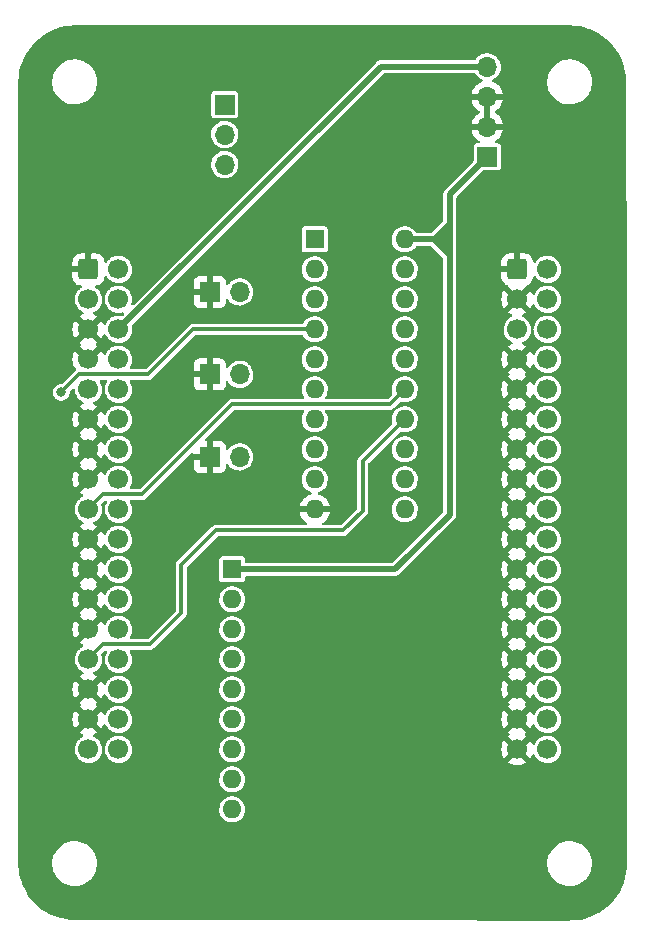
<source format=gbr>
%TF.GenerationSoftware,KiCad,Pcbnew,(6.0.10)*%
%TF.CreationDate,2023-01-22T20:40:01+02:00*%
%TF.ProjectId,ps2_media_sense_floppy_adapter,7073325f-6d65-4646-9961-5f73656e7365,rev?*%
%TF.SameCoordinates,Original*%
%TF.FileFunction,Copper,L2,Bot*%
%TF.FilePolarity,Positive*%
%FSLAX46Y46*%
G04 Gerber Fmt 4.6, Leading zero omitted, Abs format (unit mm)*
G04 Created by KiCad (PCBNEW (6.0.10)) date 2023-01-22 20:40:01*
%MOMM*%
%LPD*%
G01*
G04 APERTURE LIST*
G04 Aperture macros list*
%AMRoundRect*
0 Rectangle with rounded corners*
0 $1 Rounding radius*
0 $2 $3 $4 $5 $6 $7 $8 $9 X,Y pos of 4 corners*
0 Add a 4 corners polygon primitive as box body*
4,1,4,$2,$3,$4,$5,$6,$7,$8,$9,$2,$3,0*
0 Add four circle primitives for the rounded corners*
1,1,$1+$1,$2,$3*
1,1,$1+$1,$4,$5*
1,1,$1+$1,$6,$7*
1,1,$1+$1,$8,$9*
0 Add four rect primitives between the rounded corners*
20,1,$1+$1,$2,$3,$4,$5,0*
20,1,$1+$1,$4,$5,$6,$7,0*
20,1,$1+$1,$6,$7,$8,$9,0*
20,1,$1+$1,$8,$9,$2,$3,0*%
G04 Aperture macros list end*
%TA.AperFunction,ComponentPad*%
%ADD10R,1.700000X1.700000*%
%TD*%
%TA.AperFunction,ComponentPad*%
%ADD11O,1.700000X1.700000*%
%TD*%
%TA.AperFunction,ComponentPad*%
%ADD12RoundRect,0.250000X-0.600000X-0.600000X0.600000X-0.600000X0.600000X0.600000X-0.600000X0.600000X0*%
%TD*%
%TA.AperFunction,ComponentPad*%
%ADD13C,1.700000*%
%TD*%
%TA.AperFunction,ComponentPad*%
%ADD14R,1.600000X1.600000*%
%TD*%
%TA.AperFunction,ComponentPad*%
%ADD15O,1.600000X1.600000*%
%TD*%
%TA.AperFunction,ViaPad*%
%ADD16C,0.800000*%
%TD*%
%TA.AperFunction,Conductor*%
%ADD17C,0.500000*%
%TD*%
%TA.AperFunction,Conductor*%
%ADD18C,0.300000*%
%TD*%
G04 APERTURE END LIST*
D10*
%TO.P,JP2,1,A*%
%TO.N,GND*%
X106040000Y-56515000D03*
D11*
%TO.P,JP2,2,B*%
%TO.N,Net-(JP2-Pad2)*%
X108580000Y-56515000D03*
%TD*%
D12*
%TO.P,J1,1,Pin_1*%
%TO.N,GND*%
X95767500Y-54610000D03*
D13*
%TO.P,J1,2,Pin_2*%
%TO.N,/DRATE1*%
X98307500Y-54610000D03*
%TO.P,J1,3,Pin_3*%
%TO.N,+5V*%
X95767500Y-57150000D03*
%TO.P,J1,4,Pin_4*%
%TO.N,/DTYPE1*%
X98307500Y-57150000D03*
%TO.P,J1,5,Pin_5*%
%TO.N,GND*%
X95767500Y-59690000D03*
%TO.P,J1,6,Pin_6*%
%TO.N,+12V*%
X98307500Y-59690000D03*
%TO.P,J1,7,Pin_7*%
%TO.N,GND*%
X95767500Y-62230000D03*
%TO.P,J1,8,Pin_8*%
%TO.N,/INDEX*%
X98307500Y-62230000D03*
%TO.P,J1,9,Pin_9*%
%TO.N,/DTYPE0*%
X95767500Y-64770000D03*
%TO.P,J1,10,Pin_10*%
%TO.N,unconnected-(J1-Pad10)*%
X98307500Y-64770000D03*
%TO.P,J1,11,Pin_11*%
%TO.N,GND*%
X95767500Y-67310000D03*
%TO.P,J1,12,Pin_12*%
%TO.N,/DSEL*%
X98307500Y-67310000D03*
%TO.P,J1,13,Pin_13*%
%TO.N,GND*%
X95767500Y-69850000D03*
%TO.P,J1,14,Pin_14*%
%TO.N,unconnected-(J1-Pad14)*%
X98307500Y-69850000D03*
%TO.P,J1,15,Pin_15*%
%TO.N,GND*%
X95767500Y-72390000D03*
%TO.P,J1,16,Pin_16*%
%TO.N,/MOT_EN*%
X98307500Y-72390000D03*
%TO.P,J1,17,Pin_17*%
%TO.N,/MT_ID1*%
X95767500Y-74930000D03*
%TO.P,J1,18,Pin_18*%
%TO.N,/DIR*%
X98307500Y-74930000D03*
%TO.P,J1,19,Pin_19*%
%TO.N,GND*%
X95767500Y-77470000D03*
%TO.P,J1,20,Pin_20*%
%TO.N,/STEP*%
X98307500Y-77470000D03*
%TO.P,J1,21,Pin_21*%
%TO.N,GND*%
X95767500Y-80010000D03*
%TO.P,J1,22,Pin_22*%
%TO.N,/WDATA*%
X98307500Y-80010000D03*
%TO.P,J1,23,Pin_23*%
%TO.N,GND*%
X95767500Y-82550000D03*
%TO.P,J1,24,Pin_24*%
%TO.N,/WENABLE*%
X98307500Y-82550000D03*
%TO.P,J1,25,Pin_25*%
%TO.N,GND*%
X95767500Y-85090000D03*
%TO.P,J1,26,Pin_26*%
%TO.N,/TRACK0*%
X98307500Y-85090000D03*
%TO.P,J1,27,Pin_27*%
%TO.N,/MT_ID0*%
X95767500Y-87630000D03*
%TO.P,J1,28,Pin_28*%
%TO.N,/WPROT*%
X98307500Y-87630000D03*
%TO.P,J1,29,Pin_29*%
%TO.N,GND*%
X95767500Y-90170000D03*
%TO.P,J1,30,Pin_30*%
%TO.N,/RDATA*%
X98307500Y-90170000D03*
%TO.P,J1,31,Pin_31*%
%TO.N,GND*%
X95767500Y-92710000D03*
%TO.P,J1,32,Pin_32*%
%TO.N,/H1SEL*%
X98307500Y-92710000D03*
%TO.P,J1,33,Pin_33*%
%TO.N,/DRATE0*%
X95767500Y-95250000D03*
%TO.P,J1,34,Pin_34*%
%TO.N,/DSKCHG*%
X98307500Y-95250000D03*
%TD*%
D10*
%TO.P,JP4,1,A*%
%TO.N,GND*%
X106040000Y-70485000D03*
D11*
%TO.P,JP4,2,B*%
%TO.N,Net-(JP4-Pad2)*%
X108580000Y-70485000D03*
%TD*%
D14*
%TO.P,U1,1,I1/CLK*%
%TO.N,Net-(JP1-Pad1)*%
X114935000Y-52070000D03*
D15*
%TO.P,U1,2,I2*%
%TO.N,/DSEL*%
X114935000Y-54610000D03*
%TO.P,U1,3,I3*%
%TO.N,/DRATE1*%
X114935000Y-57150000D03*
%TO.P,U1,4,I4*%
%TO.N,/DRATE0*%
X114935000Y-59690000D03*
%TO.P,U1,5,I5*%
%TO.N,unconnected-(U1-Pad5)*%
X114935000Y-62230000D03*
%TO.P,U1,6,I6*%
%TO.N,Net-(JP2-Pad2)*%
X114935000Y-64770000D03*
%TO.P,U1,7,I7*%
%TO.N,Net-(JP3-Pad2)*%
X114935000Y-67310000D03*
%TO.P,U1,8,I8*%
%TO.N,Net-(JP4-Pad2)*%
X114935000Y-69850000D03*
%TO.P,U1,9,I9*%
%TO.N,unconnected-(U1-Pad9)*%
X114935000Y-72390000D03*
%TO.P,U1,10,GND*%
%TO.N,GND*%
X114935000Y-74930000D03*
%TO.P,U1,11,I10/~{OE}*%
%TO.N,unconnected-(U1-Pad11)*%
X122555000Y-74930000D03*
%TO.P,U1,12,IO8*%
%TO.N,unconnected-(U1-Pad12)*%
X122555000Y-72390000D03*
%TO.P,U1,13,IO7*%
%TO.N,unconnected-(U1-Pad13)*%
X122555000Y-69850000D03*
%TO.P,U1,14,IO6*%
%TO.N,/MT_ID0*%
X122555000Y-67310000D03*
%TO.P,U1,15,IO5*%
%TO.N,/MT_ID1*%
X122555000Y-64770000D03*
%TO.P,U1,16,IO4*%
%TO.N,/DTYPE0*%
X122555000Y-62230000D03*
%TO.P,U1,17,I03*%
%TO.N,/DTYPE1*%
X122555000Y-59690000D03*
%TO.P,U1,18,IO2*%
%TO.N,unconnected-(U1-Pad18)*%
X122555000Y-57150000D03*
%TO.P,U1,19,IO1*%
%TO.N,Net-(JP1-Pad3)*%
X122555000Y-54610000D03*
%TO.P,U1,20,VCC*%
%TO.N,+5V*%
X122555000Y-52070000D03*
%TD*%
D10*
%TO.P,J3,1,Pin_1*%
%TO.N,+5V*%
X129540000Y-45075000D03*
D11*
%TO.P,J3,2,Pin_2*%
%TO.N,GND*%
X129540000Y-42535000D03*
%TO.P,J3,3,Pin_3*%
X129540000Y-39995000D03*
%TO.P,J3,4,Pin_4*%
%TO.N,+12V*%
X129540000Y-37455000D03*
%TD*%
D12*
%TO.P,J2,1,Pin_1*%
%TO.N,GND*%
X132080000Y-54610000D03*
D13*
%TO.P,J2,2,Pin_2*%
%TO.N,/HSEL*%
X134620000Y-54610000D03*
%TO.P,J2,3,Pin_3*%
%TO.N,GND*%
X132080000Y-57150000D03*
%TO.P,J2,4,Pin_4*%
%TO.N,unconnected-(J2-Pad4)*%
X134620000Y-57150000D03*
%TO.P,J2,5,Pin_5*%
%TO.N,unconnected-(J2-Pad5)*%
X132080000Y-59690000D03*
%TO.P,J2,6,Pin_6*%
%TO.N,unconnected-(J2-Pad6)*%
X134620000Y-59690000D03*
%TO.P,J2,7,Pin_7*%
%TO.N,GND*%
X132080000Y-62230000D03*
%TO.P,J2,8,Pin_8*%
%TO.N,/INDEX*%
X134620000Y-62230000D03*
%TO.P,J2,9,Pin_9*%
%TO.N,GND*%
X132080000Y-64770000D03*
%TO.P,J2,10,Pin_10*%
%TO.N,unconnected-(J2-Pad10)*%
X134620000Y-64770000D03*
%TO.P,J2,11,Pin_11*%
%TO.N,GND*%
X132080000Y-67310000D03*
%TO.P,J2,12,Pin_12*%
%TO.N,/DSEL*%
X134620000Y-67310000D03*
%TO.P,J2,13,Pin_13*%
%TO.N,GND*%
X132080000Y-69850000D03*
%TO.P,J2,14,Pin_14*%
%TO.N,unconnected-(J2-Pad14)*%
X134620000Y-69850000D03*
%TO.P,J2,15,Pin_15*%
%TO.N,GND*%
X132080000Y-72390000D03*
%TO.P,J2,16,Pin_16*%
%TO.N,/MOT_EN*%
X134620000Y-72390000D03*
%TO.P,J2,17,Pin_17*%
%TO.N,GND*%
X132080000Y-74930000D03*
%TO.P,J2,18,Pin_18*%
%TO.N,/DIR*%
X134620000Y-74930000D03*
%TO.P,J2,19,Pin_19*%
%TO.N,GND*%
X132080000Y-77470000D03*
%TO.P,J2,20,Pin_20*%
%TO.N,/STEP*%
X134620000Y-77470000D03*
%TO.P,J2,21,Pin_21*%
%TO.N,GND*%
X132080000Y-80010000D03*
%TO.P,J2,22,Pin_22*%
%TO.N,/WDATA*%
X134620000Y-80010000D03*
%TO.P,J2,23,Pin_23*%
%TO.N,GND*%
X132080000Y-82550000D03*
%TO.P,J2,24,Pin_24*%
%TO.N,/WENABLE*%
X134620000Y-82550000D03*
%TO.P,J2,25,Pin_25*%
%TO.N,GND*%
X132080000Y-85090000D03*
%TO.P,J2,26,Pin_26*%
%TO.N,/TRACK0*%
X134620000Y-85090000D03*
%TO.P,J2,27,Pin_27*%
%TO.N,GND*%
X132080000Y-87630000D03*
%TO.P,J2,28,Pin_28*%
%TO.N,/WPROT*%
X134620000Y-87630000D03*
%TO.P,J2,29,Pin_29*%
%TO.N,GND*%
X132080000Y-90170000D03*
%TO.P,J2,30,Pin_30*%
%TO.N,/RDATA*%
X134620000Y-90170000D03*
%TO.P,J2,31,Pin_31*%
%TO.N,GND*%
X132080000Y-92710000D03*
%TO.P,J2,32,Pin_32*%
%TO.N,/H1SEL*%
X134620000Y-92710000D03*
%TO.P,J2,33,Pin_33*%
%TO.N,GND*%
X132080000Y-95250000D03*
%TO.P,J2,34,Pin_34*%
%TO.N,/DSKCHG*%
X134620000Y-95250000D03*
%TD*%
D10*
%TO.P,JP3,1,A*%
%TO.N,GND*%
X106040000Y-63500000D03*
D11*
%TO.P,JP3,2,B*%
%TO.N,Net-(JP3-Pad2)*%
X108580000Y-63500000D03*
%TD*%
D14*
%TO.P,RN1,1,common*%
%TO.N,+5V*%
X107950000Y-79995000D03*
D15*
%TO.P,RN1,2,R1*%
%TO.N,/INDEX*%
X107950000Y-82535000D03*
%TO.P,RN1,3,R2*%
%TO.N,/TRACK0*%
X107950000Y-85075000D03*
%TO.P,RN1,4,R3*%
%TO.N,/WPROT*%
X107950000Y-87615000D03*
%TO.P,RN1,5,R4*%
%TO.N,/RDATA*%
X107950000Y-90155000D03*
%TO.P,RN1,6,R5*%
%TO.N,/DSKCHG*%
X107950000Y-92695000D03*
%TO.P,RN1,7,R6*%
%TO.N,unconnected-(RN1-Pad7)*%
X107950000Y-95235000D03*
%TO.P,RN1,8,R7*%
%TO.N,unconnected-(RN1-Pad8)*%
X107950000Y-97775000D03*
%TO.P,RN1,9,R8*%
%TO.N,unconnected-(RN1-Pad9)*%
X107950000Y-100315000D03*
%TD*%
D10*
%TO.P,JP1,1,A*%
%TO.N,Net-(JP1-Pad1)*%
X107315000Y-40655000D03*
D11*
%TO.P,JP1,2,C*%
%TO.N,/HSEL*%
X107315000Y-43195000D03*
%TO.P,JP1,3,B*%
%TO.N,Net-(JP1-Pad3)*%
X107315000Y-45735000D03*
%TD*%
D16*
%TO.N,/DRATE0*%
X93472000Y-65024000D03*
%TD*%
D17*
%TO.N,+5V*%
X121731800Y-79995000D02*
X107950000Y-79995000D01*
X126365000Y-75361800D02*
X121731800Y-79995000D01*
X126365000Y-52070000D02*
X126365000Y-75361800D01*
D18*
%TO.N,/MT_ID0*%
X97037500Y-86360000D02*
X95767500Y-87630000D01*
X103632000Y-83693000D02*
X100965000Y-86360000D01*
X117348000Y-76708000D02*
X106553000Y-76708000D01*
X103632000Y-79629000D02*
X103632000Y-83693000D01*
X118999000Y-75057000D02*
X117348000Y-76708000D01*
X118999000Y-70866000D02*
X118999000Y-75057000D01*
X106553000Y-76708000D02*
X103632000Y-79629000D01*
X100965000Y-86360000D02*
X97037500Y-86360000D01*
X122555000Y-67310000D02*
X118999000Y-70866000D01*
%TO.N,/MT_ID1*%
X97037500Y-73660000D02*
X95767500Y-74930000D01*
X100330000Y-73660000D02*
X97037500Y-73660000D01*
X121285000Y-66040000D02*
X107950000Y-66040000D01*
X122555000Y-64770000D02*
X121285000Y-66040000D01*
X107950000Y-66040000D02*
X100330000Y-73660000D01*
%TO.N,/DRATE0*%
X94996000Y-63500000D02*
X93472000Y-65024000D01*
X100838000Y-63500000D02*
X94996000Y-63500000D01*
X104648000Y-59690000D02*
X100838000Y-63500000D01*
X114935000Y-59690000D02*
X104648000Y-59690000D01*
D17*
%TO.N,+5V*%
X126365000Y-52070000D02*
X122555000Y-52070000D01*
X126365000Y-52070000D02*
X126365000Y-48250000D01*
X126365000Y-48250000D02*
X129540000Y-45075000D01*
%TO.N,+12V*%
X98307500Y-59690000D02*
X120542500Y-37455000D01*
X120542500Y-37455000D02*
X129540000Y-37455000D01*
%TD*%
%TA.AperFunction,Conductor*%
%TO.N,GND*%
G36*
X136508960Y-33957308D02*
G01*
X136525000Y-33960136D01*
X136535253Y-33958328D01*
X136538661Y-33958328D01*
X136559090Y-33956988D01*
X136936382Y-33973461D01*
X136946705Y-33974364D01*
X137349817Y-34027435D01*
X137360012Y-34029233D01*
X137756966Y-34117236D01*
X137766975Y-34119918D01*
X138105882Y-34226775D01*
X138154725Y-34242175D01*
X138164470Y-34245721D01*
X138459760Y-34368034D01*
X138540109Y-34401316D01*
X138549517Y-34405704D01*
X138910133Y-34593429D01*
X138919123Y-34598619D01*
X139262029Y-34817073D01*
X139270534Y-34823028D01*
X139593085Y-35070531D01*
X139601037Y-35077204D01*
X139900786Y-35351873D01*
X139908127Y-35359214D01*
X140182796Y-35658963D01*
X140189469Y-35666915D01*
X140436972Y-35989466D01*
X140442927Y-35997971D01*
X140661381Y-36340877D01*
X140666571Y-36349867D01*
X140854296Y-36710483D01*
X140858684Y-36719891D01*
X141014279Y-37095530D01*
X141017824Y-37105272D01*
X141128093Y-37455000D01*
X141140080Y-37493019D01*
X141142764Y-37503034D01*
X141230767Y-37899988D01*
X141232565Y-37910183D01*
X141275512Y-38236396D01*
X141285635Y-38313286D01*
X141286539Y-38323618D01*
X141302801Y-38696067D01*
X141303012Y-38700906D01*
X141301672Y-38721339D01*
X141301672Y-38724747D01*
X141299864Y-38735000D01*
X141301672Y-38745252D01*
X141301672Y-38745255D01*
X141302742Y-38751323D01*
X141304550Y-38771823D01*
X141331935Y-58695236D01*
X141395135Y-104674071D01*
X141395348Y-104829318D01*
X141393541Y-104850137D01*
X141390762Y-104865898D01*
X141392570Y-104876151D01*
X141392570Y-104879559D01*
X141393910Y-104899988D01*
X141377092Y-105285192D01*
X141376188Y-105295525D01*
X141322082Y-105706500D01*
X141320283Y-105716699D01*
X141230566Y-106121390D01*
X141227885Y-106131393D01*
X141113586Y-106493906D01*
X141103242Y-106526713D01*
X141099696Y-106536458D01*
X140951257Y-106894820D01*
X140941066Y-106919424D01*
X140936678Y-106928832D01*
X140745292Y-107296481D01*
X140740102Y-107305472D01*
X140517386Y-107655066D01*
X140511431Y-107663569D01*
X140259102Y-107992412D01*
X140252429Y-108000365D01*
X139972402Y-108305960D01*
X139965061Y-108313301D01*
X139755929Y-108504936D01*
X139706696Y-108550050D01*
X139659466Y-108593328D01*
X139651516Y-108599999D01*
X139374760Y-108812362D01*
X139322671Y-108852331D01*
X139314167Y-108858286D01*
X138964574Y-109081001D01*
X138955583Y-109086191D01*
X138587934Y-109277577D01*
X138578531Y-109281963D01*
X138195560Y-109440595D01*
X138185818Y-109444140D01*
X137790501Y-109568783D01*
X137780492Y-109571465D01*
X137375797Y-109661184D01*
X137365602Y-109662982D01*
X136954627Y-109717088D01*
X136944302Y-109717991D01*
X136770845Y-109725565D01*
X136559104Y-109734809D01*
X136538639Y-109733468D01*
X136535252Y-109733468D01*
X136525000Y-109731660D01*
X136509227Y-109734441D01*
X136488412Y-109736248D01*
X121068191Y-109716087D01*
X94651816Y-109681549D01*
X94631310Y-109679740D01*
X94625254Y-109678672D01*
X94625253Y-109678672D01*
X94615000Y-109676864D01*
X94604748Y-109678672D01*
X94601284Y-109678672D01*
X94580912Y-109680005D01*
X94359861Y-109670310D01*
X94201768Y-109663376D01*
X94191392Y-109662465D01*
X93928955Y-109627756D01*
X93786505Y-109608916D01*
X93776237Y-109607097D01*
X93576920Y-109562703D01*
X93377598Y-109518308D01*
X93367536Y-109515599D01*
X92978202Y-109392251D01*
X92968408Y-109388669D01*
X92591363Y-109231706D01*
X92581921Y-109227280D01*
X92220073Y-109037914D01*
X92211054Y-109032678D01*
X91867178Y-108812362D01*
X91858652Y-108806357D01*
X91535380Y-108556778D01*
X91527413Y-108550050D01*
X91227235Y-108273128D01*
X91219887Y-108265728D01*
X90945098Y-107963581D01*
X90938427Y-107955566D01*
X90691156Y-107630536D01*
X90685211Y-107621967D01*
X90467338Y-107276524D01*
X90462172Y-107267479D01*
X90275373Y-106904275D01*
X90271023Y-106894820D01*
X90233329Y-106802427D01*
X90159691Y-106621936D01*
X90116742Y-106516664D01*
X90113230Y-106506845D01*
X89992656Y-106116657D01*
X89990016Y-106106568D01*
X89904062Y-105707305D01*
X89902316Y-105697024D01*
X89853995Y-105310557D01*
X89851645Y-105291765D01*
X89850807Y-105281377D01*
X89848699Y-105223979D01*
X89838458Y-104945233D01*
X92709906Y-104945233D01*
X92710315Y-104949520D01*
X92727939Y-105134232D01*
X92736102Y-105219792D01*
X92801657Y-105487694D01*
X92803273Y-105491683D01*
X92803273Y-105491684D01*
X92886445Y-105697024D01*
X92905199Y-105743326D01*
X92907373Y-105747039D01*
X92907374Y-105747041D01*
X93042377Y-105977611D01*
X93042381Y-105977616D01*
X93044558Y-105981335D01*
X93047254Y-105984706D01*
X93213592Y-106192700D01*
X93216816Y-106196732D01*
X93418364Y-106385008D01*
X93644979Y-106542216D01*
X93648832Y-106544133D01*
X93648839Y-106544137D01*
X93805222Y-106621936D01*
X93891914Y-106665065D01*
X94153998Y-106750980D01*
X94158244Y-106751717D01*
X94158247Y-106751718D01*
X94359701Y-106786696D01*
X94425738Y-106798162D01*
X94429363Y-106798342D01*
X94429368Y-106798343D01*
X94468400Y-106800286D01*
X94512876Y-106802500D01*
X94685070Y-106802500D01*
X94890083Y-106787625D01*
X95159403Y-106728164D01*
X95163432Y-106726638D01*
X95163434Y-106726637D01*
X95413281Y-106631979D01*
X95413283Y-106631978D01*
X95417319Y-106630449D01*
X95658428Y-106496525D01*
X95877678Y-106329198D01*
X96070477Y-106131974D01*
X96073005Y-106128501D01*
X96073010Y-106128495D01*
X96230251Y-105912469D01*
X96230255Y-105912463D01*
X96232787Y-105908984D01*
X96333947Y-105716711D01*
X96359202Y-105668708D01*
X96361206Y-105664899D01*
X96395603Y-105567494D01*
X96451610Y-105408896D01*
X96451610Y-105408894D01*
X96453045Y-105404832D01*
X96506380Y-105134232D01*
X96515789Y-104945233D01*
X134619906Y-104945233D01*
X134620315Y-104949520D01*
X134637939Y-105134232D01*
X134646102Y-105219792D01*
X134711657Y-105487694D01*
X134713273Y-105491683D01*
X134713273Y-105491684D01*
X134796445Y-105697024D01*
X134815199Y-105743326D01*
X134817373Y-105747039D01*
X134817374Y-105747041D01*
X134952377Y-105977611D01*
X134952381Y-105977616D01*
X134954558Y-105981335D01*
X134957254Y-105984706D01*
X135123592Y-106192700D01*
X135126816Y-106196732D01*
X135328364Y-106385008D01*
X135554979Y-106542216D01*
X135558832Y-106544133D01*
X135558839Y-106544137D01*
X135715222Y-106621936D01*
X135801914Y-106665065D01*
X136063998Y-106750980D01*
X136068244Y-106751717D01*
X136068247Y-106751718D01*
X136269701Y-106786696D01*
X136335738Y-106798162D01*
X136339363Y-106798342D01*
X136339368Y-106798343D01*
X136378400Y-106800286D01*
X136422876Y-106802500D01*
X136595070Y-106802500D01*
X136800083Y-106787625D01*
X137069403Y-106728164D01*
X137073432Y-106726638D01*
X137073434Y-106726637D01*
X137323281Y-106631979D01*
X137323283Y-106631978D01*
X137327319Y-106630449D01*
X137568428Y-106496525D01*
X137787678Y-106329198D01*
X137980477Y-106131974D01*
X137983005Y-106128501D01*
X137983010Y-106128495D01*
X138140251Y-105912469D01*
X138140255Y-105912463D01*
X138142787Y-105908984D01*
X138243947Y-105716711D01*
X138269202Y-105668708D01*
X138271206Y-105664899D01*
X138305603Y-105567494D01*
X138361610Y-105408896D01*
X138361610Y-105408894D01*
X138363045Y-105404832D01*
X138416380Y-105134232D01*
X138430094Y-104858767D01*
X138429236Y-104849772D01*
X138404308Y-104588501D01*
X138404307Y-104588496D01*
X138403898Y-104584208D01*
X138338343Y-104316306D01*
X138268212Y-104143162D01*
X138236417Y-104064663D01*
X138236415Y-104064660D01*
X138234801Y-104060674D01*
X138232626Y-104056959D01*
X138097623Y-103826389D01*
X138097619Y-103826384D01*
X138095442Y-103822665D01*
X137977755Y-103675505D01*
X137925880Y-103610639D01*
X137925879Y-103610638D01*
X137923184Y-103607268D01*
X137721636Y-103418992D01*
X137495021Y-103261784D01*
X137491168Y-103259867D01*
X137491161Y-103259863D01*
X137251953Y-103140859D01*
X137248086Y-103138935D01*
X136986002Y-103053020D01*
X136981756Y-103052283D01*
X136981753Y-103052282D01*
X136717844Y-103006460D01*
X136717845Y-103006460D01*
X136714262Y-103005838D01*
X136710637Y-103005658D01*
X136710632Y-103005657D01*
X136671600Y-103003714D01*
X136627124Y-103001500D01*
X136454930Y-103001500D01*
X136249917Y-103016375D01*
X135980597Y-103075836D01*
X135976568Y-103077362D01*
X135976566Y-103077363D01*
X135726719Y-103172021D01*
X135722681Y-103173551D01*
X135481572Y-103307475D01*
X135262322Y-103474802D01*
X135069523Y-103672026D01*
X135066995Y-103675499D01*
X135066990Y-103675505D01*
X134909749Y-103891531D01*
X134909745Y-103891537D01*
X134907213Y-103895016D01*
X134778794Y-104139101D01*
X134777360Y-104143162D01*
X134716217Y-104316306D01*
X134686955Y-104399168D01*
X134633620Y-104669768D01*
X134619906Y-104945233D01*
X96515789Y-104945233D01*
X96520094Y-104858767D01*
X96519236Y-104849772D01*
X96494308Y-104588501D01*
X96494307Y-104588496D01*
X96493898Y-104584208D01*
X96428343Y-104316306D01*
X96358212Y-104143162D01*
X96326417Y-104064663D01*
X96326415Y-104064660D01*
X96324801Y-104060674D01*
X96322626Y-104056959D01*
X96187623Y-103826389D01*
X96187619Y-103826384D01*
X96185442Y-103822665D01*
X96067755Y-103675505D01*
X96015880Y-103610639D01*
X96015879Y-103610638D01*
X96013184Y-103607268D01*
X95811636Y-103418992D01*
X95585021Y-103261784D01*
X95581168Y-103259867D01*
X95581161Y-103259863D01*
X95341953Y-103140859D01*
X95338086Y-103138935D01*
X95076002Y-103053020D01*
X95071756Y-103052283D01*
X95071753Y-103052282D01*
X94807844Y-103006460D01*
X94807845Y-103006460D01*
X94804262Y-103005838D01*
X94800637Y-103005658D01*
X94800632Y-103005657D01*
X94761600Y-103003714D01*
X94717124Y-103001500D01*
X94544930Y-103001500D01*
X94339917Y-103016375D01*
X94070597Y-103075836D01*
X94066568Y-103077362D01*
X94066566Y-103077363D01*
X93816719Y-103172021D01*
X93812681Y-103173551D01*
X93571572Y-103307475D01*
X93352322Y-103474802D01*
X93159523Y-103672026D01*
X93156995Y-103675499D01*
X93156990Y-103675505D01*
X92999749Y-103891531D01*
X92999745Y-103891537D01*
X92997213Y-103895016D01*
X92868794Y-104139101D01*
X92867360Y-104143162D01*
X92806217Y-104316306D01*
X92776955Y-104399168D01*
X92723620Y-104669768D01*
X92709906Y-104945233D01*
X89838458Y-104945233D01*
X89836874Y-104902127D01*
X89838351Y-104881774D01*
X89838376Y-104878306D01*
X89840256Y-104868067D01*
X89837782Y-104853428D01*
X89837164Y-104849772D01*
X89835500Y-104829941D01*
X89835500Y-100286069D01*
X106845164Y-100286069D01*
X106858392Y-100487894D01*
X106908178Y-100683928D01*
X106910460Y-100688877D01*
X106910461Y-100688881D01*
X106945337Y-100764531D01*
X106992856Y-100867607D01*
X107109588Y-101032780D01*
X107254466Y-101173913D01*
X107422637Y-101286282D01*
X107505766Y-101321997D01*
X107603453Y-101363967D01*
X107603457Y-101363968D01*
X107608470Y-101366122D01*
X107704825Y-101387925D01*
X107800423Y-101409557D01*
X107800424Y-101409557D01*
X107805740Y-101410760D01*
X107892807Y-101414181D01*
X108002391Y-101418486D01*
X108002393Y-101418486D01*
X108007842Y-101418700D01*
X108013235Y-101417918D01*
X108013237Y-101417918D01*
X108084703Y-101407556D01*
X108208007Y-101389678D01*
X108399531Y-101324664D01*
X108473482Y-101283250D01*
X108571240Y-101228504D01*
X108571246Y-101228500D01*
X108576001Y-101225837D01*
X108731505Y-101096505D01*
X108860837Y-100941001D01*
X108863500Y-100936246D01*
X108863504Y-100936240D01*
X108956997Y-100769293D01*
X108959664Y-100764531D01*
X109024678Y-100573007D01*
X109053700Y-100372842D01*
X109055215Y-100315000D01*
X109036708Y-100113591D01*
X108981807Y-99918926D01*
X108979393Y-99914030D01*
X108894763Y-99742417D01*
X108894760Y-99742413D01*
X108892351Y-99737527D01*
X108877689Y-99717891D01*
X108774600Y-99579839D01*
X108774598Y-99579837D01*
X108771335Y-99575467D01*
X108622812Y-99438174D01*
X108595375Y-99420862D01*
X108456372Y-99333158D01*
X108451757Y-99330246D01*
X108446689Y-99328224D01*
X108446685Y-99328222D01*
X108268965Y-99257319D01*
X108268960Y-99257317D01*
X108263898Y-99255298D01*
X108196289Y-99241850D01*
X108070882Y-99216904D01*
X108070878Y-99216904D01*
X108065526Y-99215839D01*
X107958302Y-99214436D01*
X107868740Y-99213263D01*
X107868736Y-99213263D01*
X107863286Y-99213192D01*
X107857909Y-99214116D01*
X107857908Y-99214116D01*
X107669330Y-99246519D01*
X107669326Y-99246520D01*
X107663949Y-99247444D01*
X107474193Y-99317449D01*
X107300371Y-99420862D01*
X107276401Y-99441883D01*
X107152408Y-99550621D01*
X107152404Y-99550626D01*
X107148305Y-99554220D01*
X107144927Y-99558505D01*
X107026468Y-99708770D01*
X107026465Y-99708774D01*
X107023089Y-99713057D01*
X106928914Y-99892053D01*
X106868937Y-100085213D01*
X106845164Y-100286069D01*
X89835500Y-100286069D01*
X89835500Y-97746069D01*
X106845164Y-97746069D01*
X106858392Y-97947894D01*
X106908178Y-98143928D01*
X106910460Y-98148877D01*
X106910461Y-98148881D01*
X106945337Y-98224531D01*
X106992856Y-98327607D01*
X107109588Y-98492780D01*
X107254466Y-98633913D01*
X107422637Y-98746282D01*
X107505766Y-98781997D01*
X107603453Y-98823967D01*
X107603457Y-98823968D01*
X107608470Y-98826122D01*
X107704825Y-98847925D01*
X107800423Y-98869557D01*
X107800424Y-98869557D01*
X107805740Y-98870760D01*
X107892807Y-98874181D01*
X108002391Y-98878486D01*
X108002393Y-98878486D01*
X108007842Y-98878700D01*
X108013235Y-98877918D01*
X108013237Y-98877918D01*
X108084703Y-98867556D01*
X108208007Y-98849678D01*
X108399531Y-98784664D01*
X108473482Y-98743250D01*
X108571240Y-98688504D01*
X108571246Y-98688500D01*
X108576001Y-98685837D01*
X108731505Y-98556505D01*
X108860837Y-98401001D01*
X108863500Y-98396246D01*
X108863504Y-98396240D01*
X108956997Y-98229293D01*
X108959664Y-98224531D01*
X109024678Y-98033007D01*
X109053700Y-97832842D01*
X109055215Y-97775000D01*
X109036708Y-97573591D01*
X108981807Y-97378926D01*
X108979393Y-97374030D01*
X108894763Y-97202417D01*
X108894760Y-97202413D01*
X108892351Y-97197527D01*
X108877689Y-97177891D01*
X108774600Y-97039839D01*
X108774598Y-97039837D01*
X108771335Y-97035467D01*
X108622812Y-96898174D01*
X108595375Y-96880862D01*
X108456372Y-96793158D01*
X108451757Y-96790246D01*
X108446689Y-96788224D01*
X108446685Y-96788222D01*
X108268965Y-96717319D01*
X108268960Y-96717317D01*
X108263898Y-96715298D01*
X108196289Y-96701850D01*
X108070882Y-96676904D01*
X108070878Y-96676904D01*
X108065526Y-96675839D01*
X107958302Y-96674436D01*
X107868740Y-96673263D01*
X107868736Y-96673263D01*
X107863286Y-96673192D01*
X107857909Y-96674116D01*
X107857908Y-96674116D01*
X107669330Y-96706519D01*
X107669326Y-96706520D01*
X107663949Y-96707444D01*
X107474193Y-96777449D01*
X107300371Y-96880862D01*
X107276401Y-96901883D01*
X107152408Y-97010621D01*
X107152404Y-97010626D01*
X107148305Y-97014220D01*
X107144927Y-97018505D01*
X107026468Y-97168770D01*
X107026465Y-97168774D01*
X107023089Y-97173057D01*
X106928914Y-97352053D01*
X106868937Y-97545213D01*
X106845164Y-97746069D01*
X89835500Y-97746069D01*
X89835500Y-95219754D01*
X94612467Y-95219754D01*
X94626296Y-95430749D01*
X94641431Y-95490342D01*
X94672481Y-95612599D01*
X94678345Y-95635690D01*
X94766869Y-95827714D01*
X94888905Y-96000391D01*
X95040365Y-96147937D01*
X95044899Y-96150966D01*
X95044902Y-96150969D01*
X95185127Y-96244664D01*
X95216177Y-96265411D01*
X95267186Y-96287326D01*
X95405436Y-96346723D01*
X95405440Y-96346724D01*
X95410453Y-96348878D01*
X95572027Y-96385439D01*
X95611369Y-96394341D01*
X95611370Y-96394341D01*
X95616686Y-96395544D01*
X95677790Y-96397945D01*
X95822514Y-96403632D01*
X95822518Y-96403632D01*
X95827970Y-96403846D01*
X95932600Y-96388675D01*
X96031825Y-96374288D01*
X96031828Y-96374287D01*
X96037230Y-96373504D01*
X96042395Y-96371751D01*
X96042398Y-96371750D01*
X96232288Y-96307291D01*
X96237455Y-96305537D01*
X96346151Y-96244664D01*
X96417180Y-96204886D01*
X96417181Y-96204885D01*
X96421942Y-96202219D01*
X96584512Y-96067012D01*
X96719719Y-95904442D01*
X96746714Y-95856240D01*
X96820370Y-95724717D01*
X96823037Y-95719955D01*
X96847666Y-95647399D01*
X96889250Y-95524898D01*
X96889251Y-95524895D01*
X96891004Y-95519730D01*
X96903139Y-95436043D01*
X96920842Y-95313947D01*
X96920843Y-95313940D01*
X96921346Y-95310470D01*
X96921377Y-95309267D01*
X96942709Y-95254394D01*
X96941369Y-95251643D01*
X97132879Y-95251643D01*
X97156390Y-95296145D01*
X97158516Y-95312051D01*
X97166296Y-95430749D01*
X97181431Y-95490342D01*
X97212481Y-95612599D01*
X97218345Y-95635690D01*
X97306869Y-95827714D01*
X97428905Y-96000391D01*
X97580365Y-96147937D01*
X97584899Y-96150966D01*
X97584902Y-96150969D01*
X97725127Y-96244664D01*
X97756177Y-96265411D01*
X97807186Y-96287326D01*
X97945436Y-96346723D01*
X97945440Y-96346724D01*
X97950453Y-96348878D01*
X98112027Y-96385439D01*
X98151369Y-96394341D01*
X98151370Y-96394341D01*
X98156686Y-96395544D01*
X98217790Y-96397945D01*
X98362514Y-96403632D01*
X98362518Y-96403632D01*
X98367970Y-96403846D01*
X98472600Y-96388675D01*
X98571825Y-96374288D01*
X98571828Y-96374287D01*
X98577230Y-96373504D01*
X98582395Y-96371751D01*
X98582398Y-96371750D01*
X98605385Y-96363947D01*
X131324654Y-96363947D01*
X131333432Y-96375292D01*
X131398166Y-96420621D01*
X131407127Y-96425794D01*
X131611803Y-96521237D01*
X131621529Y-96524776D01*
X131839658Y-96583224D01*
X131849857Y-96585022D01*
X132074822Y-96604704D01*
X132085178Y-96604704D01*
X132310143Y-96585022D01*
X132320342Y-96583224D01*
X132538471Y-96524776D01*
X132548197Y-96521237D01*
X132752873Y-96425794D01*
X132761834Y-96420621D01*
X132827359Y-96374739D01*
X132835267Y-96364845D01*
X132828593Y-96352146D01*
X132092099Y-95615652D01*
X132078932Y-95608462D01*
X132077198Y-95608586D01*
X132070954Y-95612599D01*
X131330726Y-96352827D01*
X131324654Y-96363947D01*
X98605385Y-96363947D01*
X98772288Y-96307291D01*
X98777455Y-96305537D01*
X98886151Y-96244664D01*
X98957180Y-96204886D01*
X98957181Y-96204885D01*
X98961942Y-96202219D01*
X99124512Y-96067012D01*
X99259719Y-95904442D01*
X99286714Y-95856240D01*
X99360370Y-95724717D01*
X99363037Y-95719955D01*
X99387666Y-95647399D01*
X99429250Y-95524898D01*
X99429251Y-95524895D01*
X99431004Y-95519730D01*
X99443139Y-95436043D01*
X99460843Y-95313940D01*
X99460843Y-95313938D01*
X99461346Y-95310470D01*
X99461808Y-95292842D01*
X99462837Y-95253500D01*
X99462929Y-95250000D01*
X99458892Y-95206069D01*
X106845164Y-95206069D01*
X106858392Y-95407894D01*
X106908178Y-95603928D01*
X106910460Y-95608877D01*
X106910461Y-95608881D01*
X106963863Y-95724717D01*
X106992856Y-95787607D01*
X107109588Y-95952780D01*
X107254466Y-96093913D01*
X107422637Y-96206282D01*
X107505766Y-96241997D01*
X107603453Y-96283967D01*
X107603457Y-96283968D01*
X107608470Y-96286122D01*
X107704825Y-96307925D01*
X107800423Y-96329557D01*
X107800424Y-96329557D01*
X107805740Y-96330760D01*
X107892807Y-96334181D01*
X108002391Y-96338486D01*
X108002393Y-96338486D01*
X108007842Y-96338700D01*
X108013235Y-96337918D01*
X108013237Y-96337918D01*
X108084703Y-96327556D01*
X108208007Y-96309678D01*
X108399531Y-96244664D01*
X108468068Y-96206282D01*
X108571240Y-96148504D01*
X108571246Y-96148500D01*
X108576001Y-96145837D01*
X108731505Y-96016505D01*
X108860837Y-95861001D01*
X108863500Y-95856246D01*
X108863504Y-95856240D01*
X108956997Y-95689293D01*
X108959664Y-95684531D01*
X109024678Y-95493007D01*
X109053700Y-95292842D01*
X109054686Y-95255178D01*
X130725296Y-95255178D01*
X130744978Y-95480143D01*
X130746776Y-95490342D01*
X130805224Y-95708471D01*
X130808763Y-95718196D01*
X130904206Y-95922872D01*
X130909379Y-95931833D01*
X130955261Y-95997359D01*
X130965156Y-96005268D01*
X130977854Y-95998593D01*
X131714348Y-95262099D01*
X131720372Y-95251068D01*
X132438462Y-95251068D01*
X132438586Y-95252802D01*
X132442599Y-95259046D01*
X133182827Y-95999274D01*
X133193947Y-96005346D01*
X133205292Y-95996569D01*
X133250621Y-95931833D01*
X133255794Y-95922872D01*
X133352213Y-95716103D01*
X133396524Y-95665778D01*
X133461008Y-95647399D01*
X133525193Y-95666800D01*
X133568133Y-95716574D01*
X133619369Y-95827714D01*
X133741405Y-96000391D01*
X133892865Y-96147937D01*
X133897399Y-96150966D01*
X133897402Y-96150969D01*
X134037627Y-96244664D01*
X134068677Y-96265411D01*
X134119686Y-96287326D01*
X134257936Y-96346723D01*
X134257940Y-96346724D01*
X134262953Y-96348878D01*
X134424527Y-96385439D01*
X134463869Y-96394341D01*
X134463870Y-96394341D01*
X134469186Y-96395544D01*
X134530290Y-96397945D01*
X134675014Y-96403632D01*
X134675018Y-96403632D01*
X134680470Y-96403846D01*
X134785100Y-96388675D01*
X134884325Y-96374288D01*
X134884328Y-96374287D01*
X134889730Y-96373504D01*
X134894895Y-96371751D01*
X134894898Y-96371750D01*
X135084788Y-96307291D01*
X135089955Y-96305537D01*
X135198651Y-96244664D01*
X135269680Y-96204886D01*
X135269681Y-96204885D01*
X135274442Y-96202219D01*
X135437012Y-96067012D01*
X135572219Y-95904442D01*
X135599214Y-95856240D01*
X135672870Y-95724717D01*
X135675537Y-95719955D01*
X135700166Y-95647399D01*
X135741750Y-95524898D01*
X135741751Y-95524895D01*
X135743504Y-95519730D01*
X135755639Y-95436043D01*
X135773343Y-95313940D01*
X135773343Y-95313938D01*
X135773846Y-95310470D01*
X135774308Y-95292842D01*
X135775337Y-95253500D01*
X135775429Y-95250000D01*
X135756081Y-95039440D01*
X135698686Y-94835931D01*
X135605165Y-94646290D01*
X135478651Y-94476867D01*
X135323381Y-94333337D01*
X135294696Y-94315238D01*
X135149172Y-94223418D01*
X135149166Y-94223415D01*
X135144554Y-94220505D01*
X135139487Y-94218483D01*
X135139484Y-94218482D01*
X134953227Y-94144173D01*
X134953222Y-94144171D01*
X134948160Y-94142152D01*
X134880163Y-94128627D01*
X134746131Y-94101966D01*
X134746127Y-94101966D01*
X134740775Y-94100901D01*
X134697818Y-94100339D01*
X134654167Y-94086899D01*
X134639397Y-94095591D01*
X134608822Y-94099173D01*
X134534801Y-94098204D01*
X134534796Y-94098204D01*
X134529346Y-94098133D01*
X134523970Y-94099057D01*
X134523967Y-94099057D01*
X134326334Y-94133016D01*
X134326330Y-94133017D01*
X134320953Y-94133941D01*
X134122575Y-94207127D01*
X134117892Y-94209913D01*
X134117890Y-94209914D01*
X134022825Y-94266472D01*
X133940856Y-94315238D01*
X133914822Y-94338069D01*
X133785984Y-94451056D01*
X133785980Y-94451061D01*
X133781881Y-94454655D01*
X133650976Y-94620708D01*
X133563989Y-94786043D01*
X133517318Y-94834181D01*
X133452026Y-94849446D01*
X133388846Y-94826988D01*
X133350828Y-94780924D01*
X133255800Y-94577137D01*
X133250621Y-94568167D01*
X133204739Y-94502641D01*
X133194844Y-94494732D01*
X133182146Y-94501407D01*
X132445652Y-95237901D01*
X132438462Y-95251068D01*
X131720372Y-95251068D01*
X131721538Y-95248932D01*
X131721414Y-95247198D01*
X131717401Y-95240954D01*
X130977173Y-94500726D01*
X130966053Y-94494654D01*
X130954708Y-94503431D01*
X130909379Y-94568167D01*
X130904206Y-94577128D01*
X130808763Y-94781804D01*
X130805224Y-94791529D01*
X130746776Y-95009658D01*
X130744978Y-95019857D01*
X130725296Y-95244822D01*
X130725296Y-95255178D01*
X109054686Y-95255178D01*
X109055215Y-95235000D01*
X109036708Y-95033591D01*
X108981807Y-94838926D01*
X108975920Y-94826988D01*
X108894763Y-94662417D01*
X108894760Y-94662413D01*
X108892351Y-94657527D01*
X108880698Y-94641921D01*
X108774600Y-94499839D01*
X108774598Y-94499837D01*
X108771335Y-94495467D01*
X108747205Y-94473161D01*
X108626824Y-94361883D01*
X108622812Y-94358174D01*
X108595375Y-94340862D01*
X108456372Y-94253158D01*
X108451757Y-94250246D01*
X108446689Y-94248224D01*
X108446685Y-94248222D01*
X108268965Y-94177319D01*
X108268960Y-94177317D01*
X108263898Y-94175298D01*
X108180465Y-94158702D01*
X108070882Y-94136904D01*
X108070878Y-94136904D01*
X108065526Y-94135839D01*
X107958302Y-94134436D01*
X107868740Y-94133263D01*
X107868736Y-94133263D01*
X107863286Y-94133192D01*
X107857909Y-94134116D01*
X107857908Y-94134116D01*
X107669330Y-94166519D01*
X107669326Y-94166520D01*
X107663949Y-94167444D01*
X107474193Y-94237449D01*
X107300371Y-94340862D01*
X107276401Y-94361883D01*
X107152408Y-94470621D01*
X107152404Y-94470626D01*
X107148305Y-94474220D01*
X107144927Y-94478505D01*
X107026468Y-94628770D01*
X107026465Y-94628774D01*
X107023089Y-94633057D01*
X106928914Y-94812053D01*
X106868937Y-95005213D01*
X106845164Y-95206069D01*
X99458892Y-95206069D01*
X99443581Y-95039440D01*
X99386186Y-94835931D01*
X99292665Y-94646290D01*
X99166151Y-94476867D01*
X99010881Y-94333337D01*
X98982196Y-94315238D01*
X98836672Y-94223418D01*
X98836666Y-94223415D01*
X98832054Y-94220505D01*
X98826987Y-94218483D01*
X98826984Y-94218482D01*
X98640727Y-94144173D01*
X98640722Y-94144171D01*
X98635660Y-94142152D01*
X98567663Y-94128627D01*
X98433631Y-94101966D01*
X98433627Y-94101966D01*
X98428275Y-94100901D01*
X98385318Y-94100339D01*
X98341667Y-94086899D01*
X98326897Y-94095591D01*
X98296322Y-94099173D01*
X98222301Y-94098204D01*
X98222296Y-94098204D01*
X98216846Y-94098133D01*
X98211470Y-94099057D01*
X98211467Y-94099057D01*
X98013834Y-94133016D01*
X98013830Y-94133017D01*
X98008453Y-94133941D01*
X97810075Y-94207127D01*
X97805392Y-94209913D01*
X97805390Y-94209914D01*
X97710325Y-94266472D01*
X97628356Y-94315238D01*
X97602322Y-94338069D01*
X97473484Y-94451056D01*
X97473480Y-94451061D01*
X97469381Y-94454655D01*
X97338476Y-94620708D01*
X97240023Y-94807836D01*
X97231890Y-94834030D01*
X97180352Y-95000009D01*
X97177320Y-95009773D01*
X97155128Y-95197278D01*
X97154761Y-95200376D01*
X97132879Y-95251643D01*
X96941369Y-95251643D01*
X96919257Y-95206263D01*
X96918085Y-95197278D01*
X96904080Y-95044874D01*
X96903581Y-95039440D01*
X96846186Y-94835931D01*
X96752665Y-94646290D01*
X96626151Y-94476867D01*
X96470881Y-94333337D01*
X96442196Y-94315238D01*
X96296672Y-94223418D01*
X96296666Y-94223415D01*
X96292054Y-94220505D01*
X96240878Y-94200088D01*
X96188122Y-94158702D01*
X96166117Y-94095363D01*
X96181847Y-94030182D01*
X96234684Y-93981709D01*
X96440369Y-93885797D01*
X96449334Y-93880621D01*
X96514859Y-93834739D01*
X96522767Y-93824845D01*
X96516093Y-93812146D01*
X95779599Y-93075652D01*
X95766432Y-93068462D01*
X95764698Y-93068586D01*
X95758454Y-93072599D01*
X95018226Y-93812827D01*
X95012154Y-93823947D01*
X95020932Y-93835292D01*
X95085666Y-93880621D01*
X95094627Y-93885794D01*
X95298070Y-93980662D01*
X95348395Y-94024973D01*
X95366774Y-94089457D01*
X95347373Y-94153642D01*
X95296352Y-94197148D01*
X95288965Y-94200158D01*
X95270075Y-94207127D01*
X95265392Y-94209913D01*
X95265390Y-94209914D01*
X95170325Y-94266472D01*
X95088356Y-94315238D01*
X95062322Y-94338069D01*
X94933484Y-94451056D01*
X94933480Y-94451061D01*
X94929381Y-94454655D01*
X94798476Y-94620708D01*
X94700023Y-94807836D01*
X94691890Y-94834030D01*
X94640352Y-95000009D01*
X94637320Y-95009773D01*
X94635123Y-95028337D01*
X94614761Y-95200376D01*
X94612467Y-95219754D01*
X89835500Y-95219754D01*
X89835500Y-92715178D01*
X94412796Y-92715178D01*
X94432478Y-92940143D01*
X94434276Y-92950342D01*
X94492724Y-93168471D01*
X94496263Y-93178196D01*
X94591706Y-93382872D01*
X94596879Y-93391833D01*
X94642761Y-93457359D01*
X94652656Y-93465268D01*
X94665354Y-93458593D01*
X95401848Y-92722099D01*
X95407872Y-92711068D01*
X96125962Y-92711068D01*
X96126086Y-92712802D01*
X96130099Y-92719046D01*
X96870327Y-93459274D01*
X96881447Y-93465346D01*
X96892792Y-93456569D01*
X96938121Y-93391833D01*
X96943294Y-93382872D01*
X97039713Y-93176103D01*
X97084024Y-93125778D01*
X97148508Y-93107399D01*
X97212693Y-93126800D01*
X97255633Y-93176574D01*
X97306869Y-93287714D01*
X97428905Y-93460391D01*
X97580365Y-93607937D01*
X97584899Y-93610966D01*
X97584902Y-93610969D01*
X97725127Y-93704664D01*
X97756177Y-93725411D01*
X97807186Y-93747326D01*
X97945436Y-93806723D01*
X97945440Y-93806724D01*
X97950453Y-93808878D01*
X98112027Y-93845439D01*
X98151369Y-93854341D01*
X98151370Y-93854341D01*
X98156686Y-93855544D01*
X98302553Y-93861276D01*
X98342208Y-93874631D01*
X98354846Y-93866741D01*
X98369800Y-93863581D01*
X98571825Y-93834288D01*
X98571828Y-93834287D01*
X98577230Y-93833504D01*
X98582395Y-93831751D01*
X98582398Y-93831750D01*
X98605385Y-93823947D01*
X131324654Y-93823947D01*
X131333431Y-93835292D01*
X131400881Y-93882521D01*
X131442746Y-93934897D01*
X131449649Y-94001593D01*
X131419398Y-94061434D01*
X131400881Y-94077479D01*
X131332641Y-94125261D01*
X131324732Y-94135156D01*
X131331407Y-94147854D01*
X132067901Y-94884348D01*
X132081068Y-94891538D01*
X132082802Y-94891414D01*
X132089046Y-94887401D01*
X132829274Y-94147173D01*
X132835346Y-94136053D01*
X132826568Y-94124708D01*
X132759120Y-94077479D01*
X132717254Y-94025102D01*
X132710352Y-93958406D01*
X132740603Y-93898566D01*
X132759120Y-93882521D01*
X132827359Y-93834739D01*
X132835267Y-93824845D01*
X132828593Y-93812146D01*
X132092099Y-93075652D01*
X132078932Y-93068462D01*
X132077198Y-93068586D01*
X132070954Y-93072599D01*
X131330726Y-93812827D01*
X131324654Y-93823947D01*
X98605385Y-93823947D01*
X98772288Y-93767291D01*
X98777455Y-93765537D01*
X98886151Y-93704664D01*
X98957180Y-93664886D01*
X98957181Y-93664885D01*
X98961942Y-93662219D01*
X99124512Y-93527012D01*
X99259719Y-93364442D01*
X99286714Y-93316240D01*
X99360370Y-93184717D01*
X99363037Y-93179955D01*
X99398443Y-93075652D01*
X99429250Y-92984898D01*
X99429251Y-92984895D01*
X99431004Y-92979730D01*
X99448009Y-92862455D01*
X99460843Y-92773940D01*
X99460843Y-92773938D01*
X99461346Y-92770470D01*
X99461808Y-92752842D01*
X99462837Y-92713500D01*
X99462929Y-92710000D01*
X99458892Y-92666069D01*
X106845164Y-92666069D01*
X106858392Y-92867894D01*
X106908178Y-93063928D01*
X106910460Y-93068877D01*
X106910461Y-93068881D01*
X106963863Y-93184717D01*
X106992856Y-93247607D01*
X107109588Y-93412780D01*
X107254466Y-93553913D01*
X107422637Y-93666282D01*
X107505766Y-93701997D01*
X107603453Y-93743967D01*
X107603457Y-93743968D01*
X107608470Y-93746122D01*
X107704825Y-93767925D01*
X107800423Y-93789557D01*
X107800424Y-93789557D01*
X107805740Y-93790760D01*
X107892807Y-93794181D01*
X108002391Y-93798486D01*
X108002393Y-93798486D01*
X108007842Y-93798700D01*
X108013235Y-93797918D01*
X108013237Y-93797918D01*
X108084703Y-93787556D01*
X108208007Y-93769678D01*
X108399531Y-93704664D01*
X108468068Y-93666282D01*
X108571240Y-93608504D01*
X108571246Y-93608500D01*
X108576001Y-93605837D01*
X108731505Y-93476505D01*
X108860837Y-93321001D01*
X108863500Y-93316246D01*
X108863504Y-93316240D01*
X108956997Y-93149293D01*
X108959664Y-93144531D01*
X109024678Y-92953007D01*
X109053700Y-92752842D01*
X109054686Y-92715178D01*
X130725296Y-92715178D01*
X130744978Y-92940143D01*
X130746776Y-92950342D01*
X130805224Y-93168471D01*
X130808763Y-93178196D01*
X130904206Y-93382872D01*
X130909379Y-93391833D01*
X130955261Y-93457359D01*
X130965156Y-93465268D01*
X130977854Y-93458593D01*
X131714348Y-92722099D01*
X131720372Y-92711068D01*
X132438462Y-92711068D01*
X132438586Y-92712802D01*
X132442599Y-92719046D01*
X133182827Y-93459274D01*
X133193947Y-93465346D01*
X133205292Y-93456569D01*
X133250621Y-93391833D01*
X133255794Y-93382872D01*
X133352213Y-93176103D01*
X133396524Y-93125778D01*
X133461008Y-93107399D01*
X133525193Y-93126800D01*
X133568133Y-93176574D01*
X133619369Y-93287714D01*
X133741405Y-93460391D01*
X133892865Y-93607937D01*
X133897399Y-93610966D01*
X133897402Y-93610969D01*
X134037627Y-93704664D01*
X134068677Y-93725411D01*
X134119686Y-93747326D01*
X134257936Y-93806723D01*
X134257940Y-93806724D01*
X134262953Y-93808878D01*
X134424527Y-93845439D01*
X134463869Y-93854341D01*
X134463870Y-93854341D01*
X134469186Y-93855544D01*
X134615053Y-93861276D01*
X134654708Y-93874631D01*
X134667346Y-93866741D01*
X134682300Y-93863581D01*
X134884325Y-93834288D01*
X134884328Y-93834287D01*
X134889730Y-93833504D01*
X134894895Y-93831751D01*
X134894898Y-93831750D01*
X135084788Y-93767291D01*
X135089955Y-93765537D01*
X135198651Y-93704664D01*
X135269680Y-93664886D01*
X135269681Y-93664885D01*
X135274442Y-93662219D01*
X135437012Y-93527012D01*
X135572219Y-93364442D01*
X135599214Y-93316240D01*
X135672870Y-93184717D01*
X135675537Y-93179955D01*
X135710943Y-93075652D01*
X135741750Y-92984898D01*
X135741751Y-92984895D01*
X135743504Y-92979730D01*
X135760509Y-92862455D01*
X135773343Y-92773940D01*
X135773343Y-92773938D01*
X135773846Y-92770470D01*
X135774308Y-92752842D01*
X135775337Y-92713500D01*
X135775429Y-92710000D01*
X135756081Y-92499440D01*
X135698686Y-92295931D01*
X135605165Y-92106290D01*
X135478651Y-91936867D01*
X135323381Y-91793337D01*
X135294696Y-91775238D01*
X135149172Y-91683418D01*
X135149166Y-91683415D01*
X135144554Y-91680505D01*
X135139487Y-91678483D01*
X135139484Y-91678482D01*
X134953227Y-91604173D01*
X134953222Y-91604171D01*
X134948160Y-91602152D01*
X134880163Y-91588627D01*
X134746131Y-91561966D01*
X134746127Y-91561966D01*
X134740775Y-91560901D01*
X134697818Y-91560339D01*
X134654167Y-91546899D01*
X134639397Y-91555591D01*
X134608822Y-91559173D01*
X134534801Y-91558204D01*
X134534796Y-91558204D01*
X134529346Y-91558133D01*
X134523970Y-91559057D01*
X134523967Y-91559057D01*
X134326334Y-91593016D01*
X134326330Y-91593017D01*
X134320953Y-91593941D01*
X134122575Y-91667127D01*
X134117892Y-91669913D01*
X134117890Y-91669914D01*
X134022825Y-91726472D01*
X133940856Y-91775238D01*
X133914822Y-91798069D01*
X133785984Y-91911056D01*
X133785980Y-91911061D01*
X133781881Y-91914655D01*
X133650976Y-92080708D01*
X133563989Y-92246043D01*
X133517318Y-92294181D01*
X133452026Y-92309446D01*
X133388846Y-92286988D01*
X133350828Y-92240924D01*
X133255800Y-92037137D01*
X133250621Y-92028167D01*
X133204739Y-91962641D01*
X133194844Y-91954732D01*
X133182146Y-91961407D01*
X132445652Y-92697901D01*
X132438462Y-92711068D01*
X131720372Y-92711068D01*
X131721538Y-92708932D01*
X131721414Y-92707198D01*
X131717401Y-92700954D01*
X130977173Y-91960726D01*
X130966053Y-91954654D01*
X130954708Y-91963431D01*
X130909379Y-92028167D01*
X130904206Y-92037128D01*
X130808763Y-92241804D01*
X130805224Y-92251529D01*
X130746776Y-92469658D01*
X130744978Y-92479857D01*
X130725296Y-92704822D01*
X130725296Y-92715178D01*
X109054686Y-92715178D01*
X109055215Y-92695000D01*
X109036708Y-92493591D01*
X108981807Y-92298926D01*
X108975920Y-92286988D01*
X108894763Y-92122417D01*
X108894760Y-92122413D01*
X108892351Y-92117527D01*
X108880698Y-92101921D01*
X108774600Y-91959839D01*
X108774598Y-91959837D01*
X108771335Y-91955467D01*
X108747205Y-91933161D01*
X108626824Y-91821883D01*
X108622812Y-91818174D01*
X108595375Y-91800862D01*
X108456372Y-91713158D01*
X108451757Y-91710246D01*
X108446689Y-91708224D01*
X108446685Y-91708222D01*
X108268965Y-91637319D01*
X108268960Y-91637317D01*
X108263898Y-91635298D01*
X108196289Y-91621850D01*
X108070882Y-91596904D01*
X108070878Y-91596904D01*
X108065526Y-91595839D01*
X107958302Y-91594436D01*
X107868740Y-91593263D01*
X107868736Y-91593263D01*
X107863286Y-91593192D01*
X107857909Y-91594116D01*
X107857908Y-91594116D01*
X107669330Y-91626519D01*
X107669326Y-91626520D01*
X107663949Y-91627444D01*
X107474193Y-91697449D01*
X107300371Y-91800862D01*
X107276401Y-91821883D01*
X107152408Y-91930621D01*
X107152404Y-91930626D01*
X107148305Y-91934220D01*
X107144927Y-91938505D01*
X107026468Y-92088770D01*
X107026465Y-92088774D01*
X107023089Y-92093057D01*
X106928914Y-92272053D01*
X106868937Y-92465213D01*
X106845164Y-92666069D01*
X99458892Y-92666069D01*
X99443581Y-92499440D01*
X99386186Y-92295931D01*
X99292665Y-92106290D01*
X99166151Y-91936867D01*
X99010881Y-91793337D01*
X98982196Y-91775238D01*
X98836672Y-91683418D01*
X98836666Y-91683415D01*
X98832054Y-91680505D01*
X98826987Y-91678483D01*
X98826984Y-91678482D01*
X98640727Y-91604173D01*
X98640722Y-91604171D01*
X98635660Y-91602152D01*
X98567663Y-91588627D01*
X98433631Y-91561966D01*
X98433627Y-91561966D01*
X98428275Y-91560901D01*
X98385318Y-91560339D01*
X98341667Y-91546899D01*
X98326897Y-91555591D01*
X98296322Y-91559173D01*
X98222301Y-91558204D01*
X98222296Y-91558204D01*
X98216846Y-91558133D01*
X98211470Y-91559057D01*
X98211467Y-91559057D01*
X98013834Y-91593016D01*
X98013830Y-91593017D01*
X98008453Y-91593941D01*
X97810075Y-91667127D01*
X97805392Y-91669913D01*
X97805390Y-91669914D01*
X97710325Y-91726472D01*
X97628356Y-91775238D01*
X97602322Y-91798069D01*
X97473484Y-91911056D01*
X97473480Y-91911061D01*
X97469381Y-91914655D01*
X97338476Y-92080708D01*
X97251489Y-92246043D01*
X97204818Y-92294181D01*
X97139526Y-92309446D01*
X97076346Y-92286988D01*
X97038328Y-92240924D01*
X96943300Y-92037137D01*
X96938121Y-92028167D01*
X96892239Y-91962641D01*
X96882344Y-91954732D01*
X96869646Y-91961407D01*
X96133152Y-92697901D01*
X96125962Y-92711068D01*
X95407872Y-92711068D01*
X95409038Y-92708932D01*
X95408914Y-92707198D01*
X95404901Y-92700954D01*
X94664673Y-91960726D01*
X94653553Y-91954654D01*
X94642208Y-91963431D01*
X94596879Y-92028167D01*
X94591706Y-92037128D01*
X94496263Y-92241804D01*
X94492724Y-92251529D01*
X94434276Y-92469658D01*
X94432478Y-92479857D01*
X94412796Y-92704822D01*
X94412796Y-92715178D01*
X89835500Y-92715178D01*
X89835500Y-91283947D01*
X95012154Y-91283947D01*
X95020931Y-91295292D01*
X95088381Y-91342521D01*
X95130246Y-91394897D01*
X95137149Y-91461593D01*
X95106898Y-91521434D01*
X95088381Y-91537479D01*
X95020141Y-91585261D01*
X95012232Y-91595156D01*
X95018907Y-91607854D01*
X95755401Y-92344348D01*
X95768568Y-92351538D01*
X95770302Y-92351414D01*
X95776546Y-92347401D01*
X96516774Y-91607173D01*
X96522846Y-91596053D01*
X96514068Y-91584708D01*
X96446620Y-91537479D01*
X96404754Y-91485102D01*
X96397852Y-91418406D01*
X96428103Y-91358566D01*
X96446620Y-91342521D01*
X96514859Y-91294739D01*
X96522767Y-91284845D01*
X96516093Y-91272146D01*
X95779599Y-90535652D01*
X95766432Y-90528462D01*
X95764698Y-90528586D01*
X95758454Y-90532599D01*
X95018226Y-91272827D01*
X95012154Y-91283947D01*
X89835500Y-91283947D01*
X89835500Y-90175178D01*
X94412796Y-90175178D01*
X94432478Y-90400143D01*
X94434276Y-90410342D01*
X94492724Y-90628471D01*
X94496263Y-90638196D01*
X94591706Y-90842872D01*
X94596879Y-90851833D01*
X94642761Y-90917359D01*
X94652656Y-90925268D01*
X94665354Y-90918593D01*
X95401848Y-90182099D01*
X95407872Y-90171068D01*
X96125962Y-90171068D01*
X96126086Y-90172802D01*
X96130099Y-90179046D01*
X96870327Y-90919274D01*
X96881447Y-90925346D01*
X96892792Y-90916569D01*
X96938121Y-90851833D01*
X96943294Y-90842872D01*
X97039713Y-90636103D01*
X97084024Y-90585778D01*
X97148508Y-90567399D01*
X97212693Y-90586800D01*
X97255633Y-90636574D01*
X97306869Y-90747714D01*
X97428905Y-90920391D01*
X97580365Y-91067937D01*
X97584899Y-91070966D01*
X97584902Y-91070969D01*
X97725127Y-91164664D01*
X97756177Y-91185411D01*
X97807186Y-91207326D01*
X97945436Y-91266723D01*
X97945440Y-91266724D01*
X97950453Y-91268878D01*
X98112027Y-91305439D01*
X98151369Y-91314341D01*
X98151370Y-91314341D01*
X98156686Y-91315544D01*
X98302553Y-91321276D01*
X98342208Y-91334631D01*
X98354846Y-91326741D01*
X98369800Y-91323581D01*
X98571825Y-91294288D01*
X98571828Y-91294287D01*
X98577230Y-91293504D01*
X98582395Y-91291751D01*
X98582398Y-91291750D01*
X98605385Y-91283947D01*
X131324654Y-91283947D01*
X131333431Y-91295292D01*
X131400881Y-91342521D01*
X131442746Y-91394897D01*
X131449649Y-91461593D01*
X131419398Y-91521434D01*
X131400881Y-91537479D01*
X131332641Y-91585261D01*
X131324732Y-91595156D01*
X131331407Y-91607854D01*
X132067901Y-92344348D01*
X132081068Y-92351538D01*
X132082802Y-92351414D01*
X132089046Y-92347401D01*
X132829274Y-91607173D01*
X132835346Y-91596053D01*
X132826568Y-91584708D01*
X132759120Y-91537479D01*
X132717254Y-91485102D01*
X132710352Y-91418406D01*
X132740603Y-91358566D01*
X132759120Y-91342521D01*
X132827359Y-91294739D01*
X132835267Y-91284845D01*
X132828593Y-91272146D01*
X132092099Y-90535652D01*
X132078932Y-90528462D01*
X132077198Y-90528586D01*
X132070954Y-90532599D01*
X131330726Y-91272827D01*
X131324654Y-91283947D01*
X98605385Y-91283947D01*
X98772288Y-91227291D01*
X98777455Y-91225537D01*
X98886151Y-91164664D01*
X98957180Y-91124886D01*
X98957181Y-91124885D01*
X98961942Y-91122219D01*
X99124512Y-90987012D01*
X99259719Y-90824442D01*
X99286714Y-90776240D01*
X99360370Y-90644717D01*
X99363037Y-90639955D01*
X99398443Y-90535652D01*
X99429250Y-90444898D01*
X99429251Y-90444895D01*
X99431004Y-90439730D01*
X99448009Y-90322455D01*
X99460843Y-90233940D01*
X99460843Y-90233938D01*
X99461346Y-90230470D01*
X99461808Y-90212842D01*
X99462837Y-90173500D01*
X99462929Y-90170000D01*
X99458892Y-90126069D01*
X106845164Y-90126069D01*
X106858392Y-90327894D01*
X106908178Y-90523928D01*
X106910460Y-90528877D01*
X106910461Y-90528881D01*
X106963863Y-90644717D01*
X106992856Y-90707607D01*
X107109588Y-90872780D01*
X107254466Y-91013913D01*
X107422637Y-91126282D01*
X107505766Y-91161997D01*
X107603453Y-91203967D01*
X107603457Y-91203968D01*
X107608470Y-91206122D01*
X107704825Y-91227925D01*
X107800423Y-91249557D01*
X107800424Y-91249557D01*
X107805740Y-91250760D01*
X107892807Y-91254181D01*
X108002391Y-91258486D01*
X108002393Y-91258486D01*
X108007842Y-91258700D01*
X108013235Y-91257918D01*
X108013237Y-91257918D01*
X108084703Y-91247556D01*
X108208007Y-91229678D01*
X108399531Y-91164664D01*
X108468068Y-91126282D01*
X108571240Y-91068504D01*
X108571246Y-91068500D01*
X108576001Y-91065837D01*
X108731505Y-90936505D01*
X108860837Y-90781001D01*
X108863500Y-90776246D01*
X108863504Y-90776240D01*
X108956997Y-90609293D01*
X108959664Y-90604531D01*
X109024678Y-90413007D01*
X109053700Y-90212842D01*
X109054686Y-90175178D01*
X130725296Y-90175178D01*
X130744978Y-90400143D01*
X130746776Y-90410342D01*
X130805224Y-90628471D01*
X130808763Y-90638196D01*
X130904206Y-90842872D01*
X130909379Y-90851833D01*
X130955261Y-90917359D01*
X130965156Y-90925268D01*
X130977854Y-90918593D01*
X131714348Y-90182099D01*
X131720372Y-90171068D01*
X132438462Y-90171068D01*
X132438586Y-90172802D01*
X132442599Y-90179046D01*
X133182827Y-90919274D01*
X133193947Y-90925346D01*
X133205292Y-90916569D01*
X133250621Y-90851833D01*
X133255794Y-90842872D01*
X133352213Y-90636103D01*
X133396524Y-90585778D01*
X133461008Y-90567399D01*
X133525193Y-90586800D01*
X133568133Y-90636574D01*
X133619369Y-90747714D01*
X133741405Y-90920391D01*
X133892865Y-91067937D01*
X133897399Y-91070966D01*
X133897402Y-91070969D01*
X134037627Y-91164664D01*
X134068677Y-91185411D01*
X134119686Y-91207326D01*
X134257936Y-91266723D01*
X134257940Y-91266724D01*
X134262953Y-91268878D01*
X134424527Y-91305439D01*
X134463869Y-91314341D01*
X134463870Y-91314341D01*
X134469186Y-91315544D01*
X134615053Y-91321276D01*
X134654708Y-91334631D01*
X134667346Y-91326741D01*
X134682300Y-91323581D01*
X134884325Y-91294288D01*
X134884328Y-91294287D01*
X134889730Y-91293504D01*
X134894895Y-91291751D01*
X134894898Y-91291750D01*
X135084788Y-91227291D01*
X135089955Y-91225537D01*
X135198651Y-91164664D01*
X135269680Y-91124886D01*
X135269681Y-91124885D01*
X135274442Y-91122219D01*
X135437012Y-90987012D01*
X135572219Y-90824442D01*
X135599214Y-90776240D01*
X135672870Y-90644717D01*
X135675537Y-90639955D01*
X135710943Y-90535652D01*
X135741750Y-90444898D01*
X135741751Y-90444895D01*
X135743504Y-90439730D01*
X135760509Y-90322455D01*
X135773343Y-90233940D01*
X135773343Y-90233938D01*
X135773846Y-90230470D01*
X135774308Y-90212842D01*
X135775337Y-90173500D01*
X135775429Y-90170000D01*
X135756081Y-89959440D01*
X135698686Y-89755931D01*
X135605165Y-89566290D01*
X135478651Y-89396867D01*
X135323381Y-89253337D01*
X135294696Y-89235238D01*
X135149172Y-89143418D01*
X135149166Y-89143415D01*
X135144554Y-89140505D01*
X135139487Y-89138483D01*
X135139484Y-89138482D01*
X134953227Y-89064173D01*
X134953222Y-89064171D01*
X134948160Y-89062152D01*
X134880163Y-89048627D01*
X134746131Y-89021966D01*
X134746127Y-89021966D01*
X134740775Y-89020901D01*
X134697818Y-89020339D01*
X134654167Y-89006899D01*
X134639397Y-89015591D01*
X134608822Y-89019173D01*
X134534801Y-89018204D01*
X134534796Y-89018204D01*
X134529346Y-89018133D01*
X134523970Y-89019057D01*
X134523967Y-89019057D01*
X134326334Y-89053016D01*
X134326330Y-89053017D01*
X134320953Y-89053941D01*
X134122575Y-89127127D01*
X134117892Y-89129913D01*
X134117890Y-89129914D01*
X134022825Y-89186472D01*
X133940856Y-89235238D01*
X133914822Y-89258069D01*
X133785984Y-89371056D01*
X133785980Y-89371061D01*
X133781881Y-89374655D01*
X133650976Y-89540708D01*
X133563989Y-89706043D01*
X133517318Y-89754181D01*
X133452026Y-89769446D01*
X133388846Y-89746988D01*
X133350828Y-89700924D01*
X133255800Y-89497137D01*
X133250621Y-89488167D01*
X133204739Y-89422641D01*
X133194844Y-89414732D01*
X133182146Y-89421407D01*
X132445652Y-90157901D01*
X132438462Y-90171068D01*
X131720372Y-90171068D01*
X131721538Y-90168932D01*
X131721414Y-90167198D01*
X131717401Y-90160954D01*
X130977173Y-89420726D01*
X130966053Y-89414654D01*
X130954708Y-89423431D01*
X130909379Y-89488167D01*
X130904206Y-89497128D01*
X130808763Y-89701804D01*
X130805224Y-89711529D01*
X130746776Y-89929658D01*
X130744978Y-89939857D01*
X130725296Y-90164822D01*
X130725296Y-90175178D01*
X109054686Y-90175178D01*
X109055215Y-90155000D01*
X109036708Y-89953591D01*
X108981807Y-89758926D01*
X108975920Y-89746988D01*
X108894763Y-89582417D01*
X108894760Y-89582413D01*
X108892351Y-89577527D01*
X108880698Y-89561921D01*
X108774600Y-89419839D01*
X108774598Y-89419837D01*
X108771335Y-89415467D01*
X108747205Y-89393161D01*
X108626824Y-89281883D01*
X108622812Y-89278174D01*
X108595375Y-89260862D01*
X108456372Y-89173158D01*
X108451757Y-89170246D01*
X108446689Y-89168224D01*
X108446685Y-89168222D01*
X108268965Y-89097319D01*
X108268960Y-89097317D01*
X108263898Y-89095298D01*
X108196289Y-89081850D01*
X108070882Y-89056904D01*
X108070878Y-89056904D01*
X108065526Y-89055839D01*
X107958302Y-89054436D01*
X107868740Y-89053263D01*
X107868736Y-89053263D01*
X107863286Y-89053192D01*
X107857909Y-89054116D01*
X107857908Y-89054116D01*
X107669330Y-89086519D01*
X107669326Y-89086520D01*
X107663949Y-89087444D01*
X107474193Y-89157449D01*
X107300371Y-89260862D01*
X107276401Y-89281883D01*
X107152408Y-89390621D01*
X107152404Y-89390626D01*
X107148305Y-89394220D01*
X107144927Y-89398505D01*
X107026468Y-89548770D01*
X107026465Y-89548774D01*
X107023089Y-89553057D01*
X106928914Y-89732053D01*
X106868937Y-89925213D01*
X106845164Y-90126069D01*
X99458892Y-90126069D01*
X99443581Y-89959440D01*
X99386186Y-89755931D01*
X99292665Y-89566290D01*
X99166151Y-89396867D01*
X99010881Y-89253337D01*
X98982196Y-89235238D01*
X98836672Y-89143418D01*
X98836666Y-89143415D01*
X98832054Y-89140505D01*
X98826987Y-89138483D01*
X98826984Y-89138482D01*
X98640727Y-89064173D01*
X98640722Y-89064171D01*
X98635660Y-89062152D01*
X98567663Y-89048627D01*
X98433631Y-89021966D01*
X98433627Y-89021966D01*
X98428275Y-89020901D01*
X98385318Y-89020339D01*
X98341667Y-89006899D01*
X98326897Y-89015591D01*
X98296322Y-89019173D01*
X98222301Y-89018204D01*
X98222296Y-89018204D01*
X98216846Y-89018133D01*
X98211470Y-89019057D01*
X98211467Y-89019057D01*
X98013834Y-89053016D01*
X98013830Y-89053017D01*
X98008453Y-89053941D01*
X97810075Y-89127127D01*
X97805392Y-89129913D01*
X97805390Y-89129914D01*
X97710325Y-89186472D01*
X97628356Y-89235238D01*
X97602322Y-89258069D01*
X97473484Y-89371056D01*
X97473480Y-89371061D01*
X97469381Y-89374655D01*
X97338476Y-89540708D01*
X97251489Y-89706043D01*
X97204818Y-89754181D01*
X97139526Y-89769446D01*
X97076346Y-89746988D01*
X97038328Y-89700924D01*
X96943300Y-89497137D01*
X96938121Y-89488167D01*
X96892239Y-89422641D01*
X96882344Y-89414732D01*
X96869646Y-89421407D01*
X96133152Y-90157901D01*
X96125962Y-90171068D01*
X95407872Y-90171068D01*
X95409038Y-90168932D01*
X95408914Y-90167198D01*
X95404901Y-90160954D01*
X94664673Y-89420726D01*
X94653553Y-89414654D01*
X94642208Y-89423431D01*
X94596879Y-89488167D01*
X94591706Y-89497128D01*
X94496263Y-89701804D01*
X94492724Y-89711529D01*
X94434276Y-89929658D01*
X94432478Y-89939857D01*
X94412796Y-90164822D01*
X94412796Y-90175178D01*
X89835500Y-90175178D01*
X89835500Y-87599754D01*
X94612467Y-87599754D01*
X94626296Y-87810749D01*
X94641431Y-87870342D01*
X94672481Y-87992599D01*
X94678345Y-88015690D01*
X94766869Y-88207714D01*
X94888905Y-88380391D01*
X95040365Y-88527937D01*
X95044899Y-88530966D01*
X95044902Y-88530969D01*
X95185127Y-88624664D01*
X95216177Y-88645411D01*
X95298085Y-88680601D01*
X95349736Y-88723351D01*
X95370077Y-88787244D01*
X95352646Y-88851991D01*
X95301399Y-88897785D01*
X95094637Y-88994200D01*
X95085667Y-88999379D01*
X95020141Y-89045261D01*
X95012232Y-89055156D01*
X95018907Y-89067854D01*
X95755401Y-89804348D01*
X95768568Y-89811538D01*
X95770302Y-89811414D01*
X95776546Y-89807401D01*
X96516774Y-89067173D01*
X96522846Y-89056053D01*
X96514068Y-89044708D01*
X96449334Y-88999379D01*
X96440369Y-88994203D01*
X96238694Y-88900161D01*
X96188369Y-88855850D01*
X96169989Y-88791366D01*
X96189389Y-88727182D01*
X96237729Y-88686026D01*
X96237455Y-88685537D01*
X96239933Y-88684149D01*
X96346151Y-88624664D01*
X96417180Y-88584886D01*
X96417181Y-88584885D01*
X96421942Y-88582219D01*
X96584512Y-88447012D01*
X96719719Y-88284442D01*
X96746714Y-88236240D01*
X96820370Y-88104717D01*
X96823037Y-88099955D01*
X96847666Y-88027399D01*
X96889250Y-87904898D01*
X96889251Y-87904895D01*
X96891004Y-87899730D01*
X96903139Y-87816043D01*
X96920842Y-87693947D01*
X96920843Y-87693940D01*
X96921346Y-87690470D01*
X96921377Y-87689267D01*
X96942709Y-87634394D01*
X96919257Y-87586263D01*
X96918085Y-87577278D01*
X96904080Y-87424874D01*
X96903581Y-87419440D01*
X96859065Y-87261597D01*
X96859783Y-87194551D01*
X96889451Y-87145152D01*
X97121891Y-86912712D01*
X97180742Y-86880578D01*
X97247623Y-86885361D01*
X97301301Y-86925544D01*
X97324734Y-86988369D01*
X97311350Y-87052266D01*
X97240023Y-87187836D01*
X97231890Y-87214030D01*
X97180352Y-87380009D01*
X97177320Y-87389773D01*
X97155128Y-87577278D01*
X97154761Y-87580376D01*
X97132879Y-87631643D01*
X97156390Y-87676145D01*
X97158516Y-87692051D01*
X97166296Y-87810749D01*
X97181431Y-87870342D01*
X97212481Y-87992599D01*
X97218345Y-88015690D01*
X97306869Y-88207714D01*
X97428905Y-88380391D01*
X97580365Y-88527937D01*
X97584899Y-88530966D01*
X97584902Y-88530969D01*
X97725127Y-88624664D01*
X97756177Y-88645411D01*
X97807186Y-88667326D01*
X97945436Y-88726723D01*
X97945440Y-88726724D01*
X97950453Y-88728878D01*
X98112027Y-88765439D01*
X98151369Y-88774341D01*
X98151370Y-88774341D01*
X98156686Y-88775544D01*
X98302553Y-88781276D01*
X98342208Y-88794631D01*
X98354846Y-88786741D01*
X98369800Y-88783581D01*
X98571825Y-88754288D01*
X98571828Y-88754287D01*
X98577230Y-88753504D01*
X98582395Y-88751751D01*
X98582398Y-88751750D01*
X98605385Y-88743947D01*
X131324654Y-88743947D01*
X131333431Y-88755292D01*
X131400881Y-88802521D01*
X131442746Y-88854897D01*
X131449649Y-88921593D01*
X131419398Y-88981434D01*
X131400881Y-88997479D01*
X131332641Y-89045261D01*
X131324732Y-89055156D01*
X131331407Y-89067854D01*
X132067901Y-89804348D01*
X132081068Y-89811538D01*
X132082802Y-89811414D01*
X132089046Y-89807401D01*
X132829274Y-89067173D01*
X132835346Y-89056053D01*
X132826568Y-89044708D01*
X132759120Y-88997479D01*
X132717254Y-88945102D01*
X132710352Y-88878406D01*
X132740603Y-88818566D01*
X132759120Y-88802521D01*
X132827359Y-88754739D01*
X132835267Y-88744845D01*
X132828593Y-88732146D01*
X132092099Y-87995652D01*
X132078932Y-87988462D01*
X132077198Y-87988586D01*
X132070954Y-87992599D01*
X131330726Y-88732827D01*
X131324654Y-88743947D01*
X98605385Y-88743947D01*
X98772288Y-88687291D01*
X98777455Y-88685537D01*
X98886151Y-88624664D01*
X98957180Y-88584886D01*
X98957181Y-88584885D01*
X98961942Y-88582219D01*
X99124512Y-88447012D01*
X99259719Y-88284442D01*
X99286714Y-88236240D01*
X99360370Y-88104717D01*
X99363037Y-88099955D01*
X99387666Y-88027399D01*
X99429250Y-87904898D01*
X99429251Y-87904895D01*
X99431004Y-87899730D01*
X99443139Y-87816043D01*
X99460843Y-87693940D01*
X99460843Y-87693938D01*
X99461346Y-87690470D01*
X99461808Y-87672842D01*
X99462837Y-87633500D01*
X99462929Y-87630000D01*
X99458892Y-87586069D01*
X106845164Y-87586069D01*
X106858392Y-87787894D01*
X106908178Y-87983928D01*
X106910460Y-87988877D01*
X106910461Y-87988881D01*
X106963863Y-88104717D01*
X106992856Y-88167607D01*
X107109588Y-88332780D01*
X107254466Y-88473913D01*
X107422637Y-88586282D01*
X107505766Y-88621997D01*
X107603453Y-88663967D01*
X107603457Y-88663968D01*
X107608470Y-88666122D01*
X107704825Y-88687925D01*
X107800423Y-88709557D01*
X107800424Y-88709557D01*
X107805740Y-88710760D01*
X107892807Y-88714181D01*
X108002391Y-88718486D01*
X108002393Y-88718486D01*
X108007842Y-88718700D01*
X108013235Y-88717918D01*
X108013237Y-88717918D01*
X108084703Y-88707556D01*
X108208007Y-88689678D01*
X108399531Y-88624664D01*
X108468068Y-88586282D01*
X108571240Y-88528504D01*
X108571246Y-88528500D01*
X108576001Y-88525837D01*
X108731505Y-88396505D01*
X108860837Y-88241001D01*
X108863500Y-88236246D01*
X108863504Y-88236240D01*
X108956997Y-88069293D01*
X108959664Y-88064531D01*
X109024678Y-87873007D01*
X109053700Y-87672842D01*
X109054686Y-87635178D01*
X130725296Y-87635178D01*
X130744978Y-87860143D01*
X130746776Y-87870342D01*
X130805224Y-88088471D01*
X130808763Y-88098196D01*
X130904206Y-88302872D01*
X130909379Y-88311833D01*
X130955261Y-88377359D01*
X130965156Y-88385268D01*
X130977854Y-88378593D01*
X131714348Y-87642099D01*
X131720372Y-87631068D01*
X132438462Y-87631068D01*
X132438586Y-87632802D01*
X132442599Y-87639046D01*
X133182827Y-88379274D01*
X133193947Y-88385346D01*
X133205292Y-88376569D01*
X133250621Y-88311833D01*
X133255794Y-88302872D01*
X133352213Y-88096103D01*
X133396524Y-88045778D01*
X133461008Y-88027399D01*
X133525193Y-88046800D01*
X133568133Y-88096574D01*
X133619369Y-88207714D01*
X133741405Y-88380391D01*
X133892865Y-88527937D01*
X133897399Y-88530966D01*
X133897402Y-88530969D01*
X134037627Y-88624664D01*
X134068677Y-88645411D01*
X134119686Y-88667326D01*
X134257936Y-88726723D01*
X134257940Y-88726724D01*
X134262953Y-88728878D01*
X134424527Y-88765439D01*
X134463869Y-88774341D01*
X134463870Y-88774341D01*
X134469186Y-88775544D01*
X134615053Y-88781276D01*
X134654708Y-88794631D01*
X134667346Y-88786741D01*
X134682300Y-88783581D01*
X134884325Y-88754288D01*
X134884328Y-88754287D01*
X134889730Y-88753504D01*
X134894895Y-88751751D01*
X134894898Y-88751750D01*
X135084788Y-88687291D01*
X135089955Y-88685537D01*
X135198651Y-88624664D01*
X135269680Y-88584886D01*
X135269681Y-88584885D01*
X135274442Y-88582219D01*
X135437012Y-88447012D01*
X135572219Y-88284442D01*
X135599214Y-88236240D01*
X135672870Y-88104717D01*
X135675537Y-88099955D01*
X135700166Y-88027399D01*
X135741750Y-87904898D01*
X135741751Y-87904895D01*
X135743504Y-87899730D01*
X135755639Y-87816043D01*
X135773343Y-87693940D01*
X135773343Y-87693938D01*
X135773846Y-87690470D01*
X135774308Y-87672842D01*
X135775337Y-87633500D01*
X135775429Y-87630000D01*
X135756081Y-87419440D01*
X135698686Y-87215931D01*
X135605165Y-87026290D01*
X135478651Y-86856867D01*
X135444165Y-86824988D01*
X135327388Y-86717041D01*
X135323381Y-86713337D01*
X135294696Y-86695238D01*
X135149172Y-86603418D01*
X135149166Y-86603415D01*
X135144554Y-86600505D01*
X135139487Y-86598483D01*
X135139484Y-86598482D01*
X134953227Y-86524173D01*
X134953222Y-86524171D01*
X134948160Y-86522152D01*
X134880163Y-86508627D01*
X134746131Y-86481966D01*
X134746127Y-86481966D01*
X134740775Y-86480901D01*
X134697818Y-86480339D01*
X134654167Y-86466899D01*
X134639397Y-86475591D01*
X134608822Y-86479173D01*
X134534801Y-86478204D01*
X134534796Y-86478204D01*
X134529346Y-86478133D01*
X134523970Y-86479057D01*
X134523967Y-86479057D01*
X134326334Y-86513016D01*
X134326330Y-86513017D01*
X134320953Y-86513941D01*
X134122575Y-86587127D01*
X134117892Y-86589913D01*
X134117890Y-86589914D01*
X134038806Y-86636964D01*
X133940856Y-86695238D01*
X133907746Y-86724275D01*
X133785984Y-86831056D01*
X133785980Y-86831061D01*
X133781881Y-86834655D01*
X133650976Y-87000708D01*
X133563989Y-87166043D01*
X133517318Y-87214181D01*
X133452026Y-87229446D01*
X133388846Y-87206988D01*
X133350828Y-87160924D01*
X133255800Y-86957137D01*
X133250621Y-86948167D01*
X133204739Y-86882641D01*
X133194844Y-86874732D01*
X133182146Y-86881407D01*
X132445652Y-87617901D01*
X132438462Y-87631068D01*
X131720372Y-87631068D01*
X131721538Y-87628932D01*
X131721414Y-87627198D01*
X131717401Y-87620954D01*
X130977173Y-86880726D01*
X130966053Y-86874654D01*
X130954708Y-86883431D01*
X130909379Y-86948167D01*
X130904206Y-86957128D01*
X130808763Y-87161804D01*
X130805224Y-87171529D01*
X130746776Y-87389658D01*
X130744978Y-87399857D01*
X130725296Y-87624822D01*
X130725296Y-87635178D01*
X109054686Y-87635178D01*
X109055215Y-87615000D01*
X109036708Y-87413591D01*
X108981807Y-87218926D01*
X108971243Y-87197504D01*
X108894763Y-87042417D01*
X108894760Y-87042413D01*
X108892351Y-87037527D01*
X108880699Y-87021922D01*
X108774600Y-86879839D01*
X108774598Y-86879837D01*
X108771335Y-86875467D01*
X108747205Y-86853161D01*
X108684033Y-86794766D01*
X108622812Y-86738174D01*
X108616798Y-86734379D01*
X108456372Y-86633158D01*
X108451757Y-86630246D01*
X108446689Y-86628224D01*
X108446685Y-86628222D01*
X108268965Y-86557319D01*
X108268960Y-86557317D01*
X108263898Y-86555298D01*
X108196289Y-86541850D01*
X108070882Y-86516904D01*
X108070878Y-86516904D01*
X108065526Y-86515839D01*
X107958302Y-86514436D01*
X107868740Y-86513263D01*
X107868736Y-86513263D01*
X107863286Y-86513192D01*
X107857909Y-86514116D01*
X107857908Y-86514116D01*
X107669330Y-86546519D01*
X107669326Y-86546520D01*
X107663949Y-86547444D01*
X107474193Y-86617449D01*
X107300371Y-86720862D01*
X107277799Y-86740657D01*
X107152408Y-86850621D01*
X107152404Y-86850626D01*
X107148305Y-86854220D01*
X107144927Y-86858505D01*
X107026468Y-87008770D01*
X107026465Y-87008774D01*
X107023089Y-87013057D01*
X106928914Y-87192053D01*
X106868937Y-87385213D01*
X106845164Y-87586069D01*
X99458892Y-87586069D01*
X99443581Y-87419440D01*
X99386186Y-87215931D01*
X99292665Y-87026290D01*
X99273556Y-87000700D01*
X99250199Y-86937847D01*
X99264530Y-86872345D01*
X99312000Y-86824988D01*
X99368906Y-86810500D01*
X100931197Y-86810500D01*
X100945184Y-86811325D01*
X100970478Y-86814319D01*
X100970480Y-86814319D01*
X100979310Y-86815364D01*
X101037148Y-86804801D01*
X101040823Y-86804190D01*
X101098962Y-86795449D01*
X101105475Y-86792321D01*
X101112573Y-86791025D01*
X101164750Y-86763921D01*
X101167985Y-86762304D01*
X101221079Y-86736809D01*
X101226144Y-86732127D01*
X101226771Y-86731704D01*
X101232788Y-86728579D01*
X101237828Y-86724275D01*
X101275172Y-86686931D01*
X101278541Y-86683692D01*
X101314025Y-86650891D01*
X101320556Y-86644854D01*
X101324205Y-86638572D01*
X101329987Y-86632116D01*
X101758156Y-86203947D01*
X131324654Y-86203947D01*
X131333431Y-86215292D01*
X131400881Y-86262521D01*
X131442746Y-86314897D01*
X131449649Y-86381593D01*
X131419398Y-86441434D01*
X131400881Y-86457479D01*
X131332641Y-86505261D01*
X131324732Y-86515156D01*
X131331407Y-86527854D01*
X132067901Y-87264348D01*
X132081068Y-87271538D01*
X132082802Y-87271414D01*
X132089046Y-87267401D01*
X132829274Y-86527173D01*
X132835346Y-86516053D01*
X132826568Y-86504708D01*
X132759120Y-86457479D01*
X132717254Y-86405102D01*
X132710352Y-86338406D01*
X132740603Y-86278566D01*
X132759120Y-86262521D01*
X132827359Y-86214739D01*
X132835267Y-86204845D01*
X132828593Y-86192146D01*
X132092099Y-85455652D01*
X132078932Y-85448462D01*
X132077198Y-85448586D01*
X132070954Y-85452599D01*
X131330726Y-86192827D01*
X131324654Y-86203947D01*
X101758156Y-86203947D01*
X102916034Y-85046069D01*
X106845164Y-85046069D01*
X106858392Y-85247894D01*
X106908178Y-85443928D01*
X106910460Y-85448877D01*
X106910461Y-85448881D01*
X106963863Y-85564717D01*
X106992856Y-85627607D01*
X107047692Y-85705198D01*
X107104276Y-85785263D01*
X107109588Y-85792780D01*
X107254466Y-85933913D01*
X107422637Y-86046282D01*
X107511974Y-86084664D01*
X107603453Y-86123967D01*
X107603457Y-86123968D01*
X107608470Y-86126122D01*
X107704825Y-86147925D01*
X107800423Y-86169557D01*
X107800424Y-86169557D01*
X107805740Y-86170760D01*
X107892807Y-86174181D01*
X108002391Y-86178486D01*
X108002393Y-86178486D01*
X108007842Y-86178700D01*
X108013235Y-86177918D01*
X108013237Y-86177918D01*
X108084703Y-86167556D01*
X108208007Y-86149678D01*
X108399531Y-86084664D01*
X108468068Y-86046282D01*
X108571240Y-85988504D01*
X108571246Y-85988500D01*
X108576001Y-85985837D01*
X108731505Y-85856505D01*
X108860837Y-85701001D01*
X108863500Y-85696246D01*
X108863504Y-85696240D01*
X108956997Y-85529293D01*
X108959664Y-85524531D01*
X109024678Y-85333007D01*
X109053700Y-85132842D01*
X109054686Y-85095178D01*
X130725296Y-85095178D01*
X130744978Y-85320143D01*
X130746776Y-85330342D01*
X130805224Y-85548471D01*
X130808763Y-85558196D01*
X130904206Y-85762872D01*
X130909379Y-85771833D01*
X130955261Y-85837359D01*
X130965156Y-85845268D01*
X130977854Y-85838593D01*
X131714348Y-85102099D01*
X131720372Y-85091068D01*
X132438462Y-85091068D01*
X132438586Y-85092802D01*
X132442599Y-85099046D01*
X133182827Y-85839274D01*
X133193947Y-85845346D01*
X133205292Y-85836569D01*
X133250621Y-85771833D01*
X133255794Y-85762872D01*
X133352213Y-85556103D01*
X133396524Y-85505778D01*
X133461008Y-85487399D01*
X133525193Y-85506800D01*
X133568133Y-85556574D01*
X133619369Y-85667714D01*
X133741405Y-85840391D01*
X133892865Y-85987937D01*
X133897399Y-85990966D01*
X133897402Y-85990969D01*
X134035190Y-86083036D01*
X134068677Y-86105411D01*
X134119686Y-86127326D01*
X134257936Y-86186723D01*
X134257940Y-86186724D01*
X134262953Y-86188878D01*
X134424527Y-86225439D01*
X134463869Y-86234341D01*
X134463870Y-86234341D01*
X134469186Y-86235544D01*
X134615053Y-86241276D01*
X134654708Y-86254631D01*
X134667346Y-86246741D01*
X134682300Y-86243581D01*
X134884325Y-86214288D01*
X134884328Y-86214287D01*
X134889730Y-86213504D01*
X134894895Y-86211751D01*
X134894898Y-86211750D01*
X135084788Y-86147291D01*
X135089955Y-86145537D01*
X135201558Y-86083036D01*
X135269680Y-86044886D01*
X135269681Y-86044885D01*
X135274442Y-86042219D01*
X135437012Y-85907012D01*
X135572219Y-85744442D01*
X135599214Y-85696240D01*
X135672870Y-85564717D01*
X135675537Y-85559955D01*
X135710943Y-85455652D01*
X135741750Y-85364898D01*
X135741751Y-85364895D01*
X135743504Y-85359730D01*
X135760509Y-85242455D01*
X135773343Y-85153940D01*
X135773343Y-85153938D01*
X135773846Y-85150470D01*
X135774308Y-85132842D01*
X135775337Y-85093500D01*
X135775429Y-85090000D01*
X135756081Y-84879440D01*
X135698686Y-84675931D01*
X135605165Y-84486290D01*
X135478651Y-84316867D01*
X135323381Y-84173337D01*
X135294696Y-84155238D01*
X135149172Y-84063418D01*
X135149166Y-84063415D01*
X135144554Y-84060505D01*
X135139487Y-84058483D01*
X135139484Y-84058482D01*
X134953227Y-83984173D01*
X134953222Y-83984171D01*
X134948160Y-83982152D01*
X134880163Y-83968627D01*
X134746131Y-83941966D01*
X134746127Y-83941966D01*
X134740775Y-83940901D01*
X134697818Y-83940339D01*
X134654167Y-83926899D01*
X134639397Y-83935591D01*
X134608822Y-83939173D01*
X134534801Y-83938204D01*
X134534796Y-83938204D01*
X134529346Y-83938133D01*
X134523970Y-83939057D01*
X134523967Y-83939057D01*
X134326334Y-83973016D01*
X134326330Y-83973017D01*
X134320953Y-83973941D01*
X134122575Y-84047127D01*
X134117892Y-84049913D01*
X134117890Y-84049914D01*
X134022825Y-84106472D01*
X133940856Y-84155238D01*
X133914822Y-84178069D01*
X133785984Y-84291056D01*
X133785980Y-84291061D01*
X133781881Y-84294655D01*
X133650976Y-84460708D01*
X133563989Y-84626043D01*
X133517318Y-84674181D01*
X133452026Y-84689446D01*
X133388846Y-84666988D01*
X133350828Y-84620924D01*
X133255800Y-84417137D01*
X133250621Y-84408167D01*
X133204739Y-84342641D01*
X133194844Y-84334732D01*
X133182146Y-84341407D01*
X132445652Y-85077901D01*
X132438462Y-85091068D01*
X131720372Y-85091068D01*
X131721538Y-85088932D01*
X131721414Y-85087198D01*
X131717401Y-85080954D01*
X130977173Y-84340726D01*
X130966053Y-84334654D01*
X130954708Y-84343431D01*
X130909379Y-84408167D01*
X130904206Y-84417128D01*
X130808763Y-84621804D01*
X130805224Y-84631529D01*
X130746776Y-84849658D01*
X130744978Y-84859857D01*
X130725296Y-85084822D01*
X130725296Y-85095178D01*
X109054686Y-85095178D01*
X109055215Y-85075000D01*
X109036708Y-84873591D01*
X108981807Y-84678926D01*
X108975920Y-84666988D01*
X108894763Y-84502417D01*
X108894760Y-84502413D01*
X108892351Y-84497527D01*
X108880698Y-84481921D01*
X108774600Y-84339839D01*
X108774598Y-84339837D01*
X108771335Y-84335467D01*
X108747205Y-84313161D01*
X108626824Y-84201883D01*
X108622812Y-84198174D01*
X108595375Y-84180862D01*
X108456372Y-84093158D01*
X108451757Y-84090246D01*
X108446689Y-84088224D01*
X108446685Y-84088222D01*
X108268965Y-84017319D01*
X108268960Y-84017317D01*
X108263898Y-84015298D01*
X108174689Y-83997553D01*
X108070882Y-83976904D01*
X108070878Y-83976904D01*
X108065526Y-83975839D01*
X107958302Y-83974436D01*
X107868740Y-83973263D01*
X107868736Y-83973263D01*
X107863286Y-83973192D01*
X107857909Y-83974116D01*
X107857908Y-83974116D01*
X107669330Y-84006519D01*
X107669326Y-84006520D01*
X107663949Y-84007444D01*
X107474193Y-84077449D01*
X107300371Y-84180862D01*
X107276401Y-84201883D01*
X107152408Y-84310621D01*
X107152404Y-84310626D01*
X107148305Y-84314220D01*
X107144927Y-84318505D01*
X107026468Y-84468770D01*
X107026465Y-84468774D01*
X107023089Y-84473057D01*
X106928914Y-84652053D01*
X106868937Y-84845213D01*
X106845164Y-85046069D01*
X102916034Y-85046069D01*
X103926650Y-84035453D01*
X103937123Y-84026147D01*
X103957122Y-84010381D01*
X103964110Y-84004872D01*
X103997550Y-83956489D01*
X103999696Y-83953486D01*
X104029350Y-83913339D01*
X104029351Y-83913337D01*
X104034635Y-83906183D01*
X104037029Y-83899366D01*
X104041131Y-83893431D01*
X104058849Y-83837408D01*
X104060030Y-83833869D01*
X104076573Y-83786762D01*
X104076573Y-83786759D01*
X104079520Y-83778369D01*
X104079791Y-83771476D01*
X104079935Y-83770736D01*
X104081980Y-83764270D01*
X104082500Y-83757663D01*
X104082500Y-83704862D01*
X104082592Y-83700190D01*
X104084016Y-83663947D01*
X131324654Y-83663947D01*
X131333431Y-83675292D01*
X131400881Y-83722521D01*
X131442746Y-83774897D01*
X131449649Y-83841593D01*
X131419398Y-83901434D01*
X131400881Y-83917479D01*
X131332641Y-83965261D01*
X131324732Y-83975156D01*
X131331407Y-83987854D01*
X132067901Y-84724348D01*
X132081068Y-84731538D01*
X132082802Y-84731414D01*
X132089046Y-84727401D01*
X132829274Y-83987173D01*
X132835346Y-83976053D01*
X132826568Y-83964708D01*
X132759120Y-83917479D01*
X132717254Y-83865102D01*
X132710352Y-83798406D01*
X132740603Y-83738566D01*
X132759120Y-83722521D01*
X132827359Y-83674739D01*
X132835267Y-83664845D01*
X132828593Y-83652146D01*
X132092099Y-82915652D01*
X132078932Y-82908462D01*
X132077198Y-82908586D01*
X132070954Y-82912599D01*
X131330726Y-83652827D01*
X131324654Y-83663947D01*
X104084016Y-83663947D01*
X104084490Y-83651893D01*
X104084490Y-83651892D01*
X104084839Y-83643006D01*
X104082977Y-83635983D01*
X104082500Y-83627325D01*
X104082500Y-82506069D01*
X106845164Y-82506069D01*
X106858392Y-82707894D01*
X106908178Y-82903928D01*
X106910460Y-82908877D01*
X106910461Y-82908881D01*
X106963863Y-83024717D01*
X106992856Y-83087607D01*
X107109588Y-83252780D01*
X107254466Y-83393913D01*
X107422637Y-83506282D01*
X107505766Y-83541997D01*
X107603453Y-83583967D01*
X107603457Y-83583968D01*
X107608470Y-83586122D01*
X107704825Y-83607925D01*
X107800423Y-83629557D01*
X107800424Y-83629557D01*
X107805740Y-83630760D01*
X107892807Y-83634181D01*
X108002391Y-83638486D01*
X108002393Y-83638486D01*
X108007842Y-83638700D01*
X108013235Y-83637918D01*
X108013237Y-83637918D01*
X108086295Y-83627325D01*
X108208007Y-83609678D01*
X108399531Y-83544664D01*
X108468068Y-83506282D01*
X108571240Y-83448504D01*
X108571246Y-83448500D01*
X108576001Y-83445837D01*
X108731505Y-83316505D01*
X108860837Y-83161001D01*
X108863500Y-83156246D01*
X108863504Y-83156240D01*
X108956997Y-82989293D01*
X108959664Y-82984531D01*
X109024678Y-82793007D01*
X109053700Y-82592842D01*
X109054686Y-82555178D01*
X130725296Y-82555178D01*
X130744978Y-82780143D01*
X130746776Y-82790342D01*
X130805224Y-83008471D01*
X130808763Y-83018196D01*
X130904206Y-83222872D01*
X130909379Y-83231833D01*
X130955261Y-83297359D01*
X130965156Y-83305268D01*
X130977854Y-83298593D01*
X131714348Y-82562099D01*
X131720372Y-82551068D01*
X132438462Y-82551068D01*
X132438586Y-82552802D01*
X132442599Y-82559046D01*
X133182827Y-83299274D01*
X133193947Y-83305346D01*
X133205292Y-83296569D01*
X133250621Y-83231833D01*
X133255794Y-83222872D01*
X133352213Y-83016103D01*
X133396524Y-82965778D01*
X133461008Y-82947399D01*
X133525193Y-82966800D01*
X133568133Y-83016574D01*
X133619369Y-83127714D01*
X133741405Y-83300391D01*
X133892865Y-83447937D01*
X133897399Y-83450966D01*
X133897402Y-83450969D01*
X134037627Y-83544664D01*
X134068677Y-83565411D01*
X134119686Y-83587326D01*
X134257936Y-83646723D01*
X134257940Y-83646724D01*
X134262953Y-83648878D01*
X134424527Y-83685439D01*
X134463869Y-83694341D01*
X134463870Y-83694341D01*
X134469186Y-83695544D01*
X134615053Y-83701276D01*
X134654708Y-83714631D01*
X134667346Y-83706741D01*
X134682300Y-83703581D01*
X134884325Y-83674288D01*
X134884328Y-83674287D01*
X134889730Y-83673504D01*
X134894895Y-83671751D01*
X134894898Y-83671750D01*
X135084788Y-83607291D01*
X135089955Y-83605537D01*
X135198651Y-83544664D01*
X135269680Y-83504886D01*
X135269681Y-83504885D01*
X135274442Y-83502219D01*
X135437012Y-83367012D01*
X135572219Y-83204442D01*
X135599214Y-83156240D01*
X135672870Y-83024717D01*
X135675537Y-83019955D01*
X135710943Y-82915652D01*
X135741750Y-82824898D01*
X135741751Y-82824895D01*
X135743504Y-82819730D01*
X135760509Y-82702455D01*
X135773343Y-82613940D01*
X135773343Y-82613938D01*
X135773846Y-82610470D01*
X135774308Y-82592842D01*
X135775337Y-82553500D01*
X135775429Y-82550000D01*
X135756081Y-82339440D01*
X135698686Y-82135931D01*
X135605165Y-81946290D01*
X135478651Y-81776867D01*
X135323381Y-81633337D01*
X135294696Y-81615238D01*
X135149172Y-81523418D01*
X135149166Y-81523415D01*
X135144554Y-81520505D01*
X135139487Y-81518483D01*
X135139484Y-81518482D01*
X134953227Y-81444173D01*
X134953222Y-81444171D01*
X134948160Y-81442152D01*
X134880163Y-81428627D01*
X134746131Y-81401966D01*
X134746127Y-81401966D01*
X134740775Y-81400901D01*
X134697818Y-81400339D01*
X134654167Y-81386899D01*
X134639397Y-81395591D01*
X134608822Y-81399173D01*
X134534801Y-81398204D01*
X134534796Y-81398204D01*
X134529346Y-81398133D01*
X134523970Y-81399057D01*
X134523967Y-81399057D01*
X134326334Y-81433016D01*
X134326330Y-81433017D01*
X134320953Y-81433941D01*
X134122575Y-81507127D01*
X134117892Y-81509913D01*
X134117890Y-81509914D01*
X134022825Y-81566472D01*
X133940856Y-81615238D01*
X133914822Y-81638069D01*
X133785984Y-81751056D01*
X133785980Y-81751061D01*
X133781881Y-81754655D01*
X133650976Y-81920708D01*
X133563989Y-82086043D01*
X133517318Y-82134181D01*
X133452026Y-82149446D01*
X133388846Y-82126988D01*
X133350828Y-82080924D01*
X133255800Y-81877137D01*
X133250621Y-81868167D01*
X133204739Y-81802641D01*
X133194844Y-81794732D01*
X133182146Y-81801407D01*
X132445652Y-82537901D01*
X132438462Y-82551068D01*
X131720372Y-82551068D01*
X131721538Y-82548932D01*
X131721414Y-82547198D01*
X131717401Y-82540954D01*
X130977173Y-81800726D01*
X130966053Y-81794654D01*
X130954708Y-81803431D01*
X130909379Y-81868167D01*
X130904206Y-81877128D01*
X130808763Y-82081804D01*
X130805224Y-82091529D01*
X130746776Y-82309658D01*
X130744978Y-82319857D01*
X130725296Y-82544822D01*
X130725296Y-82555178D01*
X109054686Y-82555178D01*
X109055215Y-82535000D01*
X109036708Y-82333591D01*
X108981807Y-82138926D01*
X108975920Y-82126988D01*
X108894763Y-81962417D01*
X108894760Y-81962413D01*
X108892351Y-81957527D01*
X108880698Y-81941921D01*
X108774600Y-81799839D01*
X108774598Y-81799837D01*
X108771335Y-81795467D01*
X108747205Y-81773161D01*
X108626824Y-81661883D01*
X108622812Y-81658174D01*
X108595375Y-81640862D01*
X108456372Y-81553158D01*
X108451757Y-81550246D01*
X108446689Y-81548224D01*
X108446685Y-81548222D01*
X108268965Y-81477319D01*
X108268960Y-81477317D01*
X108263898Y-81475298D01*
X108196289Y-81461850D01*
X108070882Y-81436904D01*
X108070878Y-81436904D01*
X108065526Y-81435839D01*
X107958302Y-81434436D01*
X107868740Y-81433263D01*
X107868736Y-81433263D01*
X107863286Y-81433192D01*
X107857909Y-81434116D01*
X107857908Y-81434116D01*
X107669330Y-81466519D01*
X107669326Y-81466520D01*
X107663949Y-81467444D01*
X107474193Y-81537449D01*
X107300371Y-81640862D01*
X107276401Y-81661883D01*
X107152408Y-81770621D01*
X107152404Y-81770626D01*
X107148305Y-81774220D01*
X107144927Y-81778505D01*
X107026468Y-81928770D01*
X107026465Y-81928774D01*
X107023089Y-81933057D01*
X106928914Y-82112053D01*
X106868937Y-82305213D01*
X106845164Y-82506069D01*
X104082500Y-82506069D01*
X104082500Y-81123947D01*
X131324654Y-81123947D01*
X131333431Y-81135292D01*
X131400881Y-81182521D01*
X131442746Y-81234897D01*
X131449649Y-81301593D01*
X131419398Y-81361434D01*
X131400881Y-81377479D01*
X131332641Y-81425261D01*
X131324732Y-81435156D01*
X131331407Y-81447854D01*
X132067901Y-82184348D01*
X132081068Y-82191538D01*
X132082802Y-82191414D01*
X132089046Y-82187401D01*
X132829274Y-81447173D01*
X132835346Y-81436053D01*
X132826568Y-81424708D01*
X132759120Y-81377479D01*
X132717254Y-81325102D01*
X132710352Y-81258406D01*
X132740603Y-81198566D01*
X132759120Y-81182521D01*
X132827359Y-81134739D01*
X132835267Y-81124845D01*
X132828593Y-81112146D01*
X132092099Y-80375652D01*
X132078932Y-80368462D01*
X132077198Y-80368586D01*
X132070954Y-80372599D01*
X131330726Y-81112827D01*
X131324654Y-81123947D01*
X104082500Y-81123947D01*
X104082500Y-80839646D01*
X106849500Y-80839646D01*
X106852618Y-80865846D01*
X106898061Y-80968153D01*
X106905839Y-80975917D01*
X106969193Y-81039161D01*
X106977287Y-81047241D01*
X107079673Y-81092506D01*
X107088561Y-81093542D01*
X107088564Y-81093543D01*
X107097368Y-81094569D01*
X107105354Y-81095500D01*
X108794646Y-81095500D01*
X108798140Y-81095084D01*
X108798143Y-81095084D01*
X108802578Y-81094556D01*
X108820846Y-81092382D01*
X108829006Y-81088758D01*
X108829008Y-81088757D01*
X108913110Y-81051400D01*
X108923153Y-81046939D01*
X108962516Y-81007508D01*
X108994480Y-80975488D01*
X108994481Y-80975487D01*
X109002241Y-80967713D01*
X109047506Y-80865327D01*
X109050500Y-80839646D01*
X109050500Y-80664500D01*
X109069391Y-80600164D01*
X109120066Y-80556254D01*
X109169500Y-80545500D01*
X121716933Y-80545500D01*
X121721917Y-80545604D01*
X121784094Y-80548210D01*
X121826785Y-80538197D01*
X121837801Y-80536155D01*
X121843275Y-80535406D01*
X121873191Y-80531308D01*
X121873195Y-80531307D01*
X121881232Y-80530206D01*
X121895609Y-80523984D01*
X121915681Y-80517346D01*
X121930936Y-80513768D01*
X121969359Y-80492645D01*
X121979427Y-80487713D01*
X122012208Y-80473528D01*
X122012210Y-80473527D01*
X122019655Y-80470305D01*
X122031823Y-80460452D01*
X122049378Y-80448656D01*
X122057639Y-80444114D01*
X122057641Y-80444113D01*
X122063108Y-80441107D01*
X122067828Y-80437033D01*
X122067832Y-80437030D01*
X122069564Y-80435534D01*
X122071222Y-80434103D01*
X122096027Y-80409298D01*
X122105284Y-80400964D01*
X122130562Y-80380494D01*
X122136870Y-80375386D01*
X122148105Y-80359577D01*
X122160959Y-80344366D01*
X122490147Y-80015178D01*
X130725296Y-80015178D01*
X130744978Y-80240143D01*
X130746776Y-80250342D01*
X130805224Y-80468471D01*
X130808763Y-80478196D01*
X130904206Y-80682872D01*
X130909379Y-80691833D01*
X130955261Y-80757359D01*
X130965156Y-80765268D01*
X130977854Y-80758593D01*
X131714348Y-80022099D01*
X131720372Y-80011068D01*
X132438462Y-80011068D01*
X132438586Y-80012802D01*
X132442599Y-80019046D01*
X133182827Y-80759274D01*
X133193947Y-80765346D01*
X133205292Y-80756569D01*
X133250621Y-80691833D01*
X133255794Y-80682872D01*
X133352213Y-80476103D01*
X133396524Y-80425778D01*
X133461008Y-80407399D01*
X133525193Y-80426800D01*
X133568133Y-80476574D01*
X133619369Y-80587714D01*
X133741405Y-80760391D01*
X133892865Y-80907937D01*
X133897399Y-80910966D01*
X133897402Y-80910969D01*
X133982984Y-80968153D01*
X134068677Y-81025411D01*
X134155866Y-81062870D01*
X134257936Y-81106723D01*
X134257940Y-81106724D01*
X134262953Y-81108878D01*
X134424527Y-81145439D01*
X134463869Y-81154341D01*
X134463870Y-81154341D01*
X134469186Y-81155544D01*
X134615053Y-81161276D01*
X134654708Y-81174631D01*
X134667346Y-81166741D01*
X134682300Y-81163581D01*
X134884325Y-81134288D01*
X134884328Y-81134287D01*
X134889730Y-81133504D01*
X134894895Y-81131751D01*
X134894898Y-81131750D01*
X135084788Y-81067291D01*
X135089955Y-81065537D01*
X135274442Y-80962219D01*
X135437012Y-80827012D01*
X135572219Y-80664442D01*
X135612690Y-80592177D01*
X135672870Y-80484717D01*
X135675537Y-80479955D01*
X135704141Y-80395690D01*
X135741750Y-80284898D01*
X135741751Y-80284895D01*
X135743504Y-80279730D01*
X135773846Y-80070470D01*
X135775429Y-80010000D01*
X135756081Y-79799440D01*
X135722112Y-79678994D01*
X135700166Y-79601178D01*
X135700165Y-79601176D01*
X135698686Y-79595931D01*
X135605165Y-79406290D01*
X135478651Y-79236867D01*
X135323381Y-79093337D01*
X135294696Y-79075238D01*
X135149172Y-78983418D01*
X135149166Y-78983415D01*
X135144554Y-78980505D01*
X135139487Y-78978483D01*
X135139484Y-78978482D01*
X134953227Y-78904173D01*
X134953222Y-78904171D01*
X134948160Y-78902152D01*
X134880163Y-78888627D01*
X134746131Y-78861966D01*
X134746127Y-78861966D01*
X134740775Y-78860901D01*
X134697818Y-78860339D01*
X134654167Y-78846899D01*
X134639397Y-78855591D01*
X134608822Y-78859173D01*
X134534801Y-78858204D01*
X134534796Y-78858204D01*
X134529346Y-78858133D01*
X134523970Y-78859057D01*
X134523967Y-78859057D01*
X134326334Y-78893016D01*
X134326330Y-78893017D01*
X134320953Y-78893941D01*
X134122575Y-78967127D01*
X134117892Y-78969913D01*
X134117890Y-78969914D01*
X134095192Y-78983418D01*
X133940856Y-79075238D01*
X133898165Y-79112677D01*
X133785984Y-79211056D01*
X133785980Y-79211061D01*
X133781881Y-79214655D01*
X133650976Y-79380708D01*
X133563989Y-79546043D01*
X133517318Y-79594181D01*
X133452026Y-79609446D01*
X133388846Y-79586988D01*
X133350828Y-79540924D01*
X133255800Y-79337137D01*
X133250621Y-79328167D01*
X133204739Y-79262641D01*
X133194844Y-79254732D01*
X133182146Y-79261407D01*
X132445652Y-79997901D01*
X132438462Y-80011068D01*
X131720372Y-80011068D01*
X131721538Y-80008932D01*
X131721414Y-80007198D01*
X131717401Y-80000954D01*
X130977173Y-79260726D01*
X130966053Y-79254654D01*
X130954708Y-79263431D01*
X130909379Y-79328167D01*
X130904206Y-79337128D01*
X130808763Y-79541804D01*
X130805224Y-79551529D01*
X130746776Y-79769658D01*
X130744978Y-79779857D01*
X130725296Y-80004822D01*
X130725296Y-80015178D01*
X122490147Y-80015178D01*
X123921377Y-78583947D01*
X131324654Y-78583947D01*
X131333431Y-78595292D01*
X131400881Y-78642521D01*
X131442746Y-78694897D01*
X131449649Y-78761593D01*
X131419398Y-78821434D01*
X131400881Y-78837479D01*
X131332641Y-78885261D01*
X131324732Y-78895156D01*
X131331407Y-78907854D01*
X132067901Y-79644348D01*
X132081068Y-79651538D01*
X132082802Y-79651414D01*
X132089046Y-79647401D01*
X132829274Y-78907173D01*
X132835346Y-78896053D01*
X132826568Y-78884708D01*
X132759120Y-78837479D01*
X132717254Y-78785102D01*
X132710352Y-78718406D01*
X132740603Y-78658566D01*
X132759120Y-78642521D01*
X132827359Y-78594739D01*
X132835267Y-78584845D01*
X132828593Y-78572146D01*
X132092099Y-77835652D01*
X132078932Y-77828462D01*
X132077198Y-77828586D01*
X132070954Y-77832599D01*
X131330726Y-78572827D01*
X131324654Y-78583947D01*
X123921377Y-78583947D01*
X125030146Y-77475178D01*
X130725296Y-77475178D01*
X130744978Y-77700143D01*
X130746776Y-77710342D01*
X130805224Y-77928471D01*
X130808763Y-77938196D01*
X130904206Y-78142872D01*
X130909379Y-78151833D01*
X130955261Y-78217359D01*
X130965156Y-78225268D01*
X130977854Y-78218593D01*
X131714348Y-77482099D01*
X131720372Y-77471068D01*
X132438462Y-77471068D01*
X132438586Y-77472802D01*
X132442599Y-77479046D01*
X133182827Y-78219274D01*
X133193947Y-78225346D01*
X133205292Y-78216569D01*
X133250621Y-78151833D01*
X133255794Y-78142872D01*
X133352213Y-77936103D01*
X133396524Y-77885778D01*
X133461008Y-77867399D01*
X133525193Y-77886800D01*
X133568133Y-77936574D01*
X133619369Y-78047714D01*
X133741405Y-78220391D01*
X133892865Y-78367937D01*
X133897399Y-78370966D01*
X133897402Y-78370969D01*
X133978095Y-78424886D01*
X134068677Y-78485411D01*
X134155866Y-78522870D01*
X134257936Y-78566723D01*
X134257940Y-78566724D01*
X134262953Y-78568878D01*
X134424527Y-78605439D01*
X134463869Y-78614341D01*
X134463870Y-78614341D01*
X134469186Y-78615544D01*
X134615053Y-78621276D01*
X134654708Y-78634631D01*
X134667346Y-78626741D01*
X134682300Y-78623581D01*
X134884325Y-78594288D01*
X134884328Y-78594287D01*
X134889730Y-78593504D01*
X134894895Y-78591751D01*
X134894898Y-78591750D01*
X135084788Y-78527291D01*
X135089955Y-78525537D01*
X135274442Y-78422219D01*
X135437012Y-78287012D01*
X135572219Y-78124442D01*
X135612690Y-78052177D01*
X135672870Y-77944717D01*
X135675537Y-77939955D01*
X135710943Y-77835652D01*
X135741750Y-77744898D01*
X135741751Y-77744895D01*
X135743504Y-77739730D01*
X135773846Y-77530470D01*
X135775429Y-77470000D01*
X135756081Y-77259440D01*
X135723742Y-77144772D01*
X135700166Y-77061178D01*
X135700165Y-77061176D01*
X135698686Y-77055931D01*
X135605165Y-76866290D01*
X135478651Y-76696867D01*
X135323381Y-76553337D01*
X135294696Y-76535238D01*
X135149172Y-76443418D01*
X135149166Y-76443415D01*
X135144554Y-76440505D01*
X135139487Y-76438483D01*
X135139484Y-76438482D01*
X134953227Y-76364173D01*
X134953222Y-76364171D01*
X134948160Y-76362152D01*
X134863836Y-76345379D01*
X134746131Y-76321966D01*
X134746127Y-76321966D01*
X134740775Y-76320901D01*
X134697818Y-76320339D01*
X134654167Y-76306899D01*
X134639397Y-76315591D01*
X134608822Y-76319173D01*
X134534801Y-76318204D01*
X134534796Y-76318204D01*
X134529346Y-76318133D01*
X134523970Y-76319057D01*
X134523967Y-76319057D01*
X134326334Y-76353016D01*
X134326330Y-76353017D01*
X134320953Y-76353941D01*
X134122575Y-76427127D01*
X134117892Y-76429913D01*
X134117890Y-76429914D01*
X134095192Y-76443418D01*
X133940856Y-76535238D01*
X133898165Y-76572677D01*
X133785984Y-76671056D01*
X133785980Y-76671061D01*
X133781881Y-76674655D01*
X133650976Y-76840708D01*
X133563989Y-77006043D01*
X133517318Y-77054181D01*
X133452026Y-77069446D01*
X133388846Y-77046988D01*
X133350828Y-77000924D01*
X133255800Y-76797137D01*
X133250621Y-76788167D01*
X133204739Y-76722641D01*
X133194844Y-76714732D01*
X133182146Y-76721407D01*
X132445652Y-77457901D01*
X132438462Y-77471068D01*
X131720372Y-77471068D01*
X131721538Y-77468932D01*
X131721414Y-77467198D01*
X131717401Y-77460954D01*
X130977173Y-76720726D01*
X130966053Y-76714654D01*
X130954708Y-76723431D01*
X130909379Y-76788167D01*
X130904206Y-76797128D01*
X130808763Y-77001804D01*
X130805224Y-77011529D01*
X130746776Y-77229658D01*
X130744978Y-77239857D01*
X130725296Y-77464822D01*
X130725296Y-77475178D01*
X125030146Y-77475178D01*
X126461377Y-76043947D01*
X131324654Y-76043947D01*
X131333431Y-76055292D01*
X131400881Y-76102521D01*
X131442746Y-76154897D01*
X131449649Y-76221593D01*
X131419398Y-76281434D01*
X131400881Y-76297479D01*
X131332641Y-76345261D01*
X131324732Y-76355156D01*
X131331407Y-76367854D01*
X132067901Y-77104348D01*
X132081068Y-77111538D01*
X132082802Y-77111414D01*
X132089046Y-77107401D01*
X132829274Y-76367173D01*
X132835346Y-76356053D01*
X132826568Y-76344708D01*
X132759120Y-76297479D01*
X132717254Y-76245102D01*
X132710352Y-76178406D01*
X132740603Y-76118566D01*
X132759120Y-76102521D01*
X132827359Y-76054739D01*
X132835267Y-76044845D01*
X132828593Y-76032146D01*
X132092099Y-75295652D01*
X132078932Y-75288462D01*
X132077198Y-75288586D01*
X132070954Y-75292599D01*
X131330726Y-76032827D01*
X131324654Y-76043947D01*
X126461377Y-76043947D01*
X126743766Y-75761558D01*
X126747364Y-75758109D01*
X126787181Y-75721495D01*
X126793156Y-75716001D01*
X126797431Y-75709106D01*
X126797436Y-75709100D01*
X126816259Y-75678741D01*
X126822609Y-75669500D01*
X126844208Y-75641045D01*
X126844209Y-75641044D01*
X126849112Y-75634584D01*
X126852098Y-75627043D01*
X126852100Y-75627039D01*
X126854879Y-75620020D01*
X126864382Y-75601125D01*
X126868362Y-75594706D01*
X126872635Y-75587814D01*
X126884869Y-75545706D01*
X126888500Y-75535102D01*
X126901648Y-75501893D01*
X126901649Y-75501889D01*
X126904635Y-75494347D01*
X126906271Y-75478780D01*
X126910343Y-75458023D01*
X126914715Y-75442975D01*
X126915500Y-75432285D01*
X126915500Y-75397211D01*
X126916152Y-75384772D01*
X126919553Y-75352411D01*
X126920401Y-75344346D01*
X126917166Y-75325219D01*
X126915500Y-75305374D01*
X126915500Y-74935178D01*
X130725296Y-74935178D01*
X130744978Y-75160143D01*
X130746776Y-75170342D01*
X130805224Y-75388471D01*
X130808763Y-75398196D01*
X130904206Y-75602872D01*
X130909379Y-75611833D01*
X130955261Y-75677359D01*
X130965156Y-75685268D01*
X130977854Y-75678593D01*
X131714348Y-74942099D01*
X131720372Y-74931068D01*
X132438462Y-74931068D01*
X132438586Y-74932802D01*
X132442599Y-74939046D01*
X133182827Y-75679274D01*
X133193947Y-75685346D01*
X133205292Y-75676569D01*
X133250621Y-75611833D01*
X133255794Y-75602872D01*
X133352213Y-75396103D01*
X133396524Y-75345778D01*
X133461008Y-75327399D01*
X133525193Y-75346800D01*
X133568133Y-75396574D01*
X133619369Y-75507714D01*
X133741405Y-75680391D01*
X133892865Y-75827937D01*
X133897399Y-75830966D01*
X133897402Y-75830969D01*
X134060076Y-75939664D01*
X134068677Y-75945411D01*
X134146781Y-75978967D01*
X134257936Y-76026723D01*
X134257940Y-76026724D01*
X134262953Y-76028878D01*
X134403020Y-76060572D01*
X134463869Y-76074341D01*
X134463870Y-76074341D01*
X134469186Y-76075544D01*
X134615053Y-76081276D01*
X134654708Y-76094631D01*
X134667346Y-76086741D01*
X134682300Y-76083581D01*
X134884325Y-76054288D01*
X134884328Y-76054287D01*
X134889730Y-76053504D01*
X134894895Y-76051751D01*
X134894898Y-76051750D01*
X135084788Y-75987291D01*
X135089955Y-75985537D01*
X135184407Y-75932641D01*
X135269680Y-75884886D01*
X135269681Y-75884885D01*
X135274442Y-75882219D01*
X135437012Y-75747012D01*
X135572219Y-75584442D01*
X135612690Y-75512177D01*
X135627195Y-75486276D01*
X135675537Y-75399955D01*
X135700166Y-75327399D01*
X135741750Y-75204898D01*
X135741751Y-75204895D01*
X135743504Y-75199730D01*
X135753068Y-75133775D01*
X135773343Y-74993940D01*
X135773343Y-74993938D01*
X135773846Y-74990470D01*
X135775429Y-74930000D01*
X135756081Y-74719440D01*
X135752185Y-74705627D01*
X135700166Y-74521178D01*
X135700165Y-74521176D01*
X135698686Y-74515931D01*
X135605165Y-74326290D01*
X135478651Y-74156867D01*
X135444165Y-74124988D01*
X135327388Y-74017041D01*
X135323381Y-74013337D01*
X135294696Y-73995238D01*
X135149172Y-73903418D01*
X135149166Y-73903415D01*
X135144554Y-73900505D01*
X135139487Y-73898483D01*
X135139484Y-73898482D01*
X134953227Y-73824173D01*
X134953222Y-73824171D01*
X134948160Y-73822152D01*
X134880163Y-73808627D01*
X134746131Y-73781966D01*
X134746127Y-73781966D01*
X134740775Y-73780901D01*
X134697818Y-73780339D01*
X134654167Y-73766899D01*
X134639397Y-73775591D01*
X134608822Y-73779173D01*
X134534801Y-73778204D01*
X134534796Y-73778204D01*
X134529346Y-73778133D01*
X134523970Y-73779057D01*
X134523967Y-73779057D01*
X134326334Y-73813016D01*
X134326330Y-73813017D01*
X134320953Y-73813941D01*
X134122575Y-73887127D01*
X134117892Y-73889913D01*
X134117890Y-73889914D01*
X134095192Y-73903418D01*
X133940856Y-73995238D01*
X133907746Y-74024275D01*
X133785984Y-74131056D01*
X133785980Y-74131061D01*
X133781881Y-74134655D01*
X133650976Y-74300708D01*
X133563989Y-74466043D01*
X133517318Y-74514181D01*
X133452026Y-74529446D01*
X133388846Y-74506988D01*
X133350828Y-74460924D01*
X133255800Y-74257137D01*
X133250621Y-74248167D01*
X133204739Y-74182641D01*
X133194844Y-74174732D01*
X133182146Y-74181407D01*
X132445652Y-74917901D01*
X132438462Y-74931068D01*
X131720372Y-74931068D01*
X131721538Y-74928932D01*
X131721414Y-74927198D01*
X131717401Y-74920954D01*
X130977173Y-74180726D01*
X130966053Y-74174654D01*
X130954708Y-74183431D01*
X130909379Y-74248167D01*
X130904206Y-74257128D01*
X130808763Y-74461804D01*
X130805224Y-74471529D01*
X130746776Y-74689658D01*
X130744978Y-74699857D01*
X130725296Y-74924822D01*
X130725296Y-74935178D01*
X126915500Y-74935178D01*
X126915500Y-73503947D01*
X131324654Y-73503947D01*
X131333431Y-73515292D01*
X131400881Y-73562521D01*
X131442746Y-73614897D01*
X131449649Y-73681593D01*
X131419398Y-73741434D01*
X131400881Y-73757479D01*
X131332641Y-73805261D01*
X131324732Y-73815156D01*
X131331407Y-73827854D01*
X132067901Y-74564348D01*
X132081068Y-74571538D01*
X132082802Y-74571414D01*
X132089046Y-74567401D01*
X132829274Y-73827173D01*
X132835346Y-73816053D01*
X132826568Y-73804708D01*
X132759120Y-73757479D01*
X132717254Y-73705102D01*
X132710352Y-73638406D01*
X132740603Y-73578566D01*
X132759120Y-73562521D01*
X132827359Y-73514739D01*
X132835267Y-73504845D01*
X132828593Y-73492146D01*
X132092099Y-72755652D01*
X132078932Y-72748462D01*
X132077198Y-72748586D01*
X132070954Y-72752599D01*
X131330726Y-73492827D01*
X131324654Y-73503947D01*
X126915500Y-73503947D01*
X126915500Y-72395178D01*
X130725296Y-72395178D01*
X130744978Y-72620143D01*
X130746776Y-72630342D01*
X130805224Y-72848471D01*
X130808763Y-72858196D01*
X130904206Y-73062872D01*
X130909379Y-73071833D01*
X130955261Y-73137359D01*
X130965156Y-73145268D01*
X130977854Y-73138593D01*
X131714348Y-72402099D01*
X131720372Y-72391068D01*
X132438462Y-72391068D01*
X132438586Y-72392802D01*
X132442599Y-72399046D01*
X133182827Y-73139274D01*
X133193947Y-73145346D01*
X133205292Y-73136569D01*
X133250621Y-73071833D01*
X133255794Y-73062872D01*
X133352213Y-72856103D01*
X133396524Y-72805778D01*
X133461008Y-72787399D01*
X133525193Y-72806800D01*
X133568133Y-72856574D01*
X133619369Y-72967714D01*
X133741405Y-73140391D01*
X133892865Y-73287937D01*
X133897399Y-73290966D01*
X133897402Y-73290969D01*
X134062701Y-73401418D01*
X134068677Y-73405411D01*
X134146781Y-73438967D01*
X134257936Y-73486723D01*
X134257940Y-73486724D01*
X134262953Y-73488878D01*
X134424527Y-73525439D01*
X134463869Y-73534341D01*
X134463870Y-73534341D01*
X134469186Y-73535544D01*
X134615053Y-73541276D01*
X134654708Y-73554631D01*
X134667346Y-73546741D01*
X134682300Y-73543581D01*
X134884325Y-73514288D01*
X134884328Y-73514287D01*
X134889730Y-73513504D01*
X134894895Y-73511751D01*
X134894898Y-73511750D01*
X135084788Y-73447291D01*
X135089955Y-73445537D01*
X135274442Y-73342219D01*
X135437012Y-73207012D01*
X135572219Y-73044442D01*
X135612690Y-72972177D01*
X135626755Y-72947062D01*
X135675537Y-72859955D01*
X135711625Y-72753644D01*
X135741750Y-72664898D01*
X135741751Y-72664895D01*
X135743504Y-72659730D01*
X135756780Y-72568174D01*
X135773343Y-72453940D01*
X135773343Y-72453938D01*
X135773846Y-72450470D01*
X135775429Y-72390000D01*
X135756081Y-72179440D01*
X135752185Y-72165627D01*
X135700166Y-71981178D01*
X135700165Y-71981176D01*
X135698686Y-71975931D01*
X135605165Y-71786290D01*
X135478651Y-71616867D01*
X135467707Y-71606750D01*
X135327388Y-71477041D01*
X135323381Y-71473337D01*
X135294696Y-71455238D01*
X135149172Y-71363418D01*
X135149166Y-71363415D01*
X135144554Y-71360505D01*
X135139487Y-71358483D01*
X135139484Y-71358482D01*
X134953227Y-71284173D01*
X134953222Y-71284171D01*
X134948160Y-71282152D01*
X134880163Y-71268627D01*
X134746131Y-71241966D01*
X134746127Y-71241966D01*
X134740775Y-71240901D01*
X134697818Y-71240339D01*
X134654167Y-71226899D01*
X134639397Y-71235591D01*
X134608822Y-71239173D01*
X134534801Y-71238204D01*
X134534796Y-71238204D01*
X134529346Y-71238133D01*
X134523970Y-71239057D01*
X134523967Y-71239057D01*
X134326334Y-71273016D01*
X134326330Y-71273017D01*
X134320953Y-71273941D01*
X134122575Y-71347127D01*
X134117892Y-71349913D01*
X134117890Y-71349914D01*
X134058017Y-71385535D01*
X133940856Y-71455238D01*
X133898165Y-71492677D01*
X133785984Y-71591056D01*
X133785980Y-71591061D01*
X133781881Y-71594655D01*
X133650976Y-71760708D01*
X133563989Y-71926043D01*
X133517318Y-71974181D01*
X133452026Y-71989446D01*
X133388846Y-71966988D01*
X133350828Y-71920924D01*
X133255800Y-71717137D01*
X133250621Y-71708167D01*
X133204739Y-71642641D01*
X133194844Y-71634732D01*
X133182146Y-71641407D01*
X132445652Y-72377901D01*
X132438462Y-72391068D01*
X131720372Y-72391068D01*
X131721538Y-72388932D01*
X131721414Y-72387198D01*
X131717401Y-72380954D01*
X130977173Y-71640726D01*
X130966053Y-71634654D01*
X130954708Y-71643431D01*
X130909379Y-71708167D01*
X130904206Y-71717128D01*
X130808763Y-71921804D01*
X130805224Y-71931529D01*
X130746776Y-72149658D01*
X130744978Y-72159857D01*
X130725296Y-72384822D01*
X130725296Y-72395178D01*
X126915500Y-72395178D01*
X126915500Y-70963947D01*
X131324654Y-70963947D01*
X131333431Y-70975292D01*
X131400881Y-71022521D01*
X131442746Y-71074897D01*
X131449649Y-71141593D01*
X131419398Y-71201434D01*
X131400881Y-71217479D01*
X131332641Y-71265261D01*
X131324732Y-71275156D01*
X131331407Y-71287854D01*
X132067901Y-72024348D01*
X132081068Y-72031538D01*
X132082802Y-72031414D01*
X132089046Y-72027401D01*
X132829274Y-71287173D01*
X132835346Y-71276053D01*
X132826568Y-71264708D01*
X132759120Y-71217479D01*
X132717254Y-71165102D01*
X132710352Y-71098406D01*
X132740603Y-71038566D01*
X132759120Y-71022521D01*
X132827359Y-70974739D01*
X132835267Y-70964845D01*
X132828593Y-70952146D01*
X132092099Y-70215652D01*
X132078932Y-70208462D01*
X132077198Y-70208586D01*
X132070954Y-70212599D01*
X131330726Y-70952827D01*
X131324654Y-70963947D01*
X126915500Y-70963947D01*
X126915500Y-69855178D01*
X130725296Y-69855178D01*
X130744978Y-70080143D01*
X130746776Y-70090342D01*
X130805224Y-70308471D01*
X130808763Y-70318196D01*
X130904206Y-70522872D01*
X130909379Y-70531833D01*
X130955261Y-70597359D01*
X130965156Y-70605268D01*
X130977854Y-70598593D01*
X131714348Y-69862099D01*
X131720372Y-69851068D01*
X132438462Y-69851068D01*
X132438586Y-69852802D01*
X132442599Y-69859046D01*
X133182827Y-70599274D01*
X133193947Y-70605346D01*
X133205292Y-70596569D01*
X133250621Y-70531833D01*
X133255794Y-70522872D01*
X133352213Y-70316103D01*
X133396524Y-70265778D01*
X133461008Y-70247399D01*
X133525193Y-70266800D01*
X133568133Y-70316574D01*
X133619369Y-70427714D01*
X133741405Y-70600391D01*
X133892865Y-70747937D01*
X133897399Y-70750966D01*
X133897402Y-70750969D01*
X134058835Y-70858835D01*
X134068677Y-70865411D01*
X134146781Y-70898967D01*
X134257936Y-70946723D01*
X134257940Y-70946724D01*
X134262953Y-70948878D01*
X134424527Y-70985439D01*
X134463869Y-70994341D01*
X134463870Y-70994341D01*
X134469186Y-70995544D01*
X134615053Y-71001276D01*
X134654708Y-71014631D01*
X134667346Y-71006741D01*
X134682300Y-71003581D01*
X134884325Y-70974288D01*
X134884328Y-70974287D01*
X134889730Y-70973504D01*
X134894895Y-70971751D01*
X134894898Y-70971750D01*
X135084788Y-70907291D01*
X135089955Y-70905537D01*
X135274442Y-70802219D01*
X135437012Y-70667012D01*
X135572219Y-70504442D01*
X135612690Y-70432177D01*
X135626755Y-70407062D01*
X135675537Y-70319955D01*
X135709831Y-70218928D01*
X135741750Y-70124898D01*
X135741751Y-70124895D01*
X135743504Y-70119730D01*
X135754654Y-70042836D01*
X135773343Y-69913940D01*
X135773343Y-69913938D01*
X135773846Y-69910470D01*
X135775429Y-69850000D01*
X135756081Y-69639440D01*
X135752185Y-69625627D01*
X135700166Y-69441178D01*
X135700165Y-69441176D01*
X135698686Y-69435931D01*
X135605165Y-69246290D01*
X135478651Y-69076867D01*
X135366477Y-68973174D01*
X135327388Y-68937041D01*
X135323381Y-68933337D01*
X135294696Y-68915238D01*
X135149172Y-68823418D01*
X135149166Y-68823415D01*
X135144554Y-68820505D01*
X135139487Y-68818483D01*
X135139484Y-68818482D01*
X134953227Y-68744173D01*
X134953222Y-68744171D01*
X134948160Y-68742152D01*
X134880163Y-68728627D01*
X134746131Y-68701966D01*
X134746127Y-68701966D01*
X134740775Y-68700901D01*
X134697818Y-68700339D01*
X134654167Y-68686899D01*
X134639397Y-68695591D01*
X134608822Y-68699173D01*
X134534801Y-68698204D01*
X134534796Y-68698204D01*
X134529346Y-68698133D01*
X134523970Y-68699057D01*
X134523967Y-68699057D01*
X134326334Y-68733016D01*
X134326330Y-68733017D01*
X134320953Y-68733941D01*
X134122575Y-68807127D01*
X134117892Y-68809913D01*
X134117890Y-68809914D01*
X134095192Y-68823418D01*
X133940856Y-68915238D01*
X133914819Y-68938072D01*
X133785984Y-69051056D01*
X133785980Y-69051061D01*
X133781881Y-69054655D01*
X133650976Y-69220708D01*
X133563989Y-69386043D01*
X133517318Y-69434181D01*
X133452026Y-69449446D01*
X133388846Y-69426988D01*
X133350828Y-69380924D01*
X133255800Y-69177137D01*
X133250621Y-69168167D01*
X133204739Y-69102641D01*
X133194844Y-69094732D01*
X133182146Y-69101407D01*
X132445652Y-69837901D01*
X132438462Y-69851068D01*
X131720372Y-69851068D01*
X131721538Y-69848932D01*
X131721414Y-69847198D01*
X131717401Y-69840954D01*
X130977173Y-69100726D01*
X130966053Y-69094654D01*
X130954708Y-69103431D01*
X130909379Y-69168167D01*
X130904206Y-69177128D01*
X130808763Y-69381804D01*
X130805224Y-69391529D01*
X130746776Y-69609658D01*
X130744978Y-69619857D01*
X130725296Y-69844822D01*
X130725296Y-69855178D01*
X126915500Y-69855178D01*
X126915500Y-68423947D01*
X131324654Y-68423947D01*
X131333431Y-68435292D01*
X131400881Y-68482521D01*
X131442746Y-68534897D01*
X131449649Y-68601593D01*
X131419398Y-68661434D01*
X131400881Y-68677479D01*
X131332641Y-68725261D01*
X131324732Y-68735156D01*
X131331407Y-68747854D01*
X132067901Y-69484348D01*
X132081068Y-69491538D01*
X132082802Y-69491414D01*
X132089046Y-69487401D01*
X132829274Y-68747173D01*
X132835346Y-68736053D01*
X132826568Y-68724708D01*
X132759120Y-68677479D01*
X132717254Y-68625102D01*
X132710352Y-68558406D01*
X132740603Y-68498566D01*
X132759120Y-68482521D01*
X132827359Y-68434739D01*
X132835267Y-68424845D01*
X132828593Y-68412146D01*
X132092099Y-67675652D01*
X132078932Y-67668462D01*
X132077198Y-67668586D01*
X132070954Y-67672599D01*
X131330726Y-68412827D01*
X131324654Y-68423947D01*
X126915500Y-68423947D01*
X126915500Y-67315178D01*
X130725296Y-67315178D01*
X130744978Y-67540143D01*
X130746776Y-67550342D01*
X130805224Y-67768471D01*
X130808763Y-67778196D01*
X130904206Y-67982872D01*
X130909379Y-67991833D01*
X130955261Y-68057359D01*
X130965156Y-68065268D01*
X130977854Y-68058593D01*
X131714348Y-67322099D01*
X131720372Y-67311068D01*
X132438462Y-67311068D01*
X132438586Y-67312802D01*
X132442599Y-67319046D01*
X133182827Y-68059274D01*
X133193947Y-68065346D01*
X133205292Y-68056569D01*
X133250621Y-67991833D01*
X133255794Y-67982872D01*
X133352213Y-67776103D01*
X133396524Y-67725778D01*
X133461008Y-67707399D01*
X133525193Y-67726800D01*
X133568133Y-67776574D01*
X133619369Y-67887714D01*
X133741405Y-68060391D01*
X133892865Y-68207937D01*
X133897399Y-68210966D01*
X133897402Y-68210969D01*
X134060076Y-68319664D01*
X134068677Y-68325411D01*
X134146781Y-68358967D01*
X134257936Y-68406723D01*
X134257940Y-68406724D01*
X134262953Y-68408878D01*
X134424527Y-68445439D01*
X134463869Y-68454341D01*
X134463870Y-68454341D01*
X134469186Y-68455544D01*
X134615053Y-68461276D01*
X134654708Y-68474631D01*
X134667346Y-68466741D01*
X134682300Y-68463581D01*
X134884325Y-68434288D01*
X134884328Y-68434287D01*
X134889730Y-68433504D01*
X134894895Y-68431751D01*
X134894898Y-68431750D01*
X135084788Y-68367291D01*
X135089955Y-68365537D01*
X135274442Y-68262219D01*
X135437012Y-68127012D01*
X135572219Y-67964442D01*
X135612690Y-67892177D01*
X135626755Y-67867062D01*
X135675537Y-67779955D01*
X135711625Y-67673644D01*
X135741750Y-67584898D01*
X135741751Y-67584895D01*
X135743504Y-67579730D01*
X135756780Y-67488174D01*
X135773343Y-67373940D01*
X135773343Y-67373938D01*
X135773846Y-67370470D01*
X135775429Y-67310000D01*
X135756081Y-67099440D01*
X135752185Y-67085627D01*
X135700166Y-66901178D01*
X135700165Y-66901176D01*
X135698686Y-66895931D01*
X135605165Y-66706290D01*
X135478651Y-66536867D01*
X135444165Y-66504988D01*
X135327388Y-66397041D01*
X135323381Y-66393337D01*
X135294696Y-66375238D01*
X135149172Y-66283418D01*
X135149166Y-66283415D01*
X135144554Y-66280505D01*
X135139487Y-66278483D01*
X135139484Y-66278482D01*
X134953227Y-66204173D01*
X134953222Y-66204171D01*
X134948160Y-66202152D01*
X134880163Y-66188627D01*
X134746131Y-66161966D01*
X134746127Y-66161966D01*
X134740775Y-66160901D01*
X134697818Y-66160339D01*
X134654167Y-66146899D01*
X134639397Y-66155591D01*
X134608822Y-66159173D01*
X134534801Y-66158204D01*
X134534796Y-66158204D01*
X134529346Y-66158133D01*
X134523970Y-66159057D01*
X134523967Y-66159057D01*
X134326334Y-66193016D01*
X134326330Y-66193017D01*
X134320953Y-66193941D01*
X134122575Y-66267127D01*
X134117892Y-66269913D01*
X134117890Y-66269914D01*
X134095192Y-66283418D01*
X133940856Y-66375238D01*
X133907746Y-66404275D01*
X133785984Y-66511056D01*
X133785980Y-66511061D01*
X133781881Y-66514655D01*
X133650976Y-66680708D01*
X133563989Y-66846043D01*
X133517318Y-66894181D01*
X133452026Y-66909446D01*
X133388846Y-66886988D01*
X133350828Y-66840924D01*
X133255800Y-66637137D01*
X133250621Y-66628167D01*
X133204739Y-66562641D01*
X133194844Y-66554732D01*
X133182146Y-66561407D01*
X132445652Y-67297901D01*
X132438462Y-67311068D01*
X131720372Y-67311068D01*
X131721538Y-67308932D01*
X131721414Y-67307198D01*
X131717401Y-67300954D01*
X130977173Y-66560726D01*
X130966053Y-66554654D01*
X130954708Y-66563431D01*
X130909379Y-66628167D01*
X130904206Y-66637128D01*
X130808763Y-66841804D01*
X130805224Y-66851529D01*
X130746776Y-67069658D01*
X130744978Y-67079857D01*
X130725296Y-67304822D01*
X130725296Y-67315178D01*
X126915500Y-67315178D01*
X126915500Y-65883947D01*
X131324654Y-65883947D01*
X131333431Y-65895292D01*
X131400881Y-65942521D01*
X131442746Y-65994897D01*
X131449649Y-66061593D01*
X131419398Y-66121434D01*
X131400881Y-66137479D01*
X131332641Y-66185261D01*
X131324732Y-66195156D01*
X131331407Y-66207854D01*
X132067901Y-66944348D01*
X132081068Y-66951538D01*
X132082802Y-66951414D01*
X132089046Y-66947401D01*
X132829274Y-66207173D01*
X132835346Y-66196053D01*
X132826568Y-66184708D01*
X132759120Y-66137479D01*
X132717254Y-66085102D01*
X132710352Y-66018406D01*
X132740603Y-65958566D01*
X132759120Y-65942521D01*
X132827359Y-65894739D01*
X132835267Y-65884845D01*
X132828593Y-65872146D01*
X132092099Y-65135652D01*
X132078932Y-65128462D01*
X132077198Y-65128586D01*
X132070954Y-65132599D01*
X131330726Y-65872827D01*
X131324654Y-65883947D01*
X126915500Y-65883947D01*
X126915500Y-64775178D01*
X130725296Y-64775178D01*
X130744978Y-65000143D01*
X130746776Y-65010342D01*
X130805224Y-65228471D01*
X130808763Y-65238196D01*
X130904206Y-65442872D01*
X130909379Y-65451833D01*
X130955261Y-65517359D01*
X130965156Y-65525268D01*
X130977854Y-65518593D01*
X131714348Y-64782099D01*
X131720372Y-64771068D01*
X132438462Y-64771068D01*
X132438586Y-64772802D01*
X132442599Y-64779046D01*
X133182827Y-65519274D01*
X133193947Y-65525346D01*
X133205292Y-65516569D01*
X133250621Y-65451833D01*
X133255794Y-65442872D01*
X133352213Y-65236103D01*
X133396524Y-65185778D01*
X133461008Y-65167399D01*
X133525193Y-65186800D01*
X133568133Y-65236574D01*
X133619369Y-65347714D01*
X133622522Y-65352176D01*
X133622523Y-65352177D01*
X133670230Y-65419680D01*
X133741405Y-65520391D01*
X133892865Y-65667937D01*
X133897399Y-65670966D01*
X133897402Y-65670969D01*
X134060076Y-65779664D01*
X134068677Y-65785411D01*
X134150578Y-65820598D01*
X134257936Y-65866723D01*
X134257940Y-65866724D01*
X134262953Y-65868878D01*
X134424527Y-65905439D01*
X134463869Y-65914341D01*
X134463870Y-65914341D01*
X134469186Y-65915544D01*
X134615053Y-65921276D01*
X134654708Y-65934631D01*
X134667346Y-65926741D01*
X134682300Y-65923581D01*
X134884325Y-65894288D01*
X134884328Y-65894287D01*
X134889730Y-65893504D01*
X134894895Y-65891751D01*
X134894898Y-65891750D01*
X135084788Y-65827291D01*
X135089955Y-65825537D01*
X135274442Y-65722219D01*
X135437012Y-65587012D01*
X135572219Y-65424442D01*
X135612690Y-65352177D01*
X135626750Y-65327070D01*
X135675537Y-65239955D01*
X135694146Y-65185135D01*
X135741750Y-65044898D01*
X135741751Y-65044895D01*
X135743504Y-65039730D01*
X135745823Y-65023740D01*
X135773343Y-64833940D01*
X135773343Y-64833938D01*
X135773846Y-64830470D01*
X135775429Y-64770000D01*
X135756081Y-64559440D01*
X135752185Y-64545627D01*
X135700166Y-64361178D01*
X135700165Y-64361176D01*
X135698686Y-64355931D01*
X135605165Y-64166290D01*
X135478651Y-63996867D01*
X135444165Y-63964988D01*
X135327388Y-63857041D01*
X135323381Y-63853337D01*
X135294696Y-63835238D01*
X135149172Y-63743418D01*
X135149166Y-63743415D01*
X135144554Y-63740505D01*
X135139487Y-63738483D01*
X135139484Y-63738482D01*
X134953227Y-63664173D01*
X134953222Y-63664171D01*
X134948160Y-63662152D01*
X134880163Y-63648627D01*
X134746131Y-63621966D01*
X134746127Y-63621966D01*
X134740775Y-63620901D01*
X134697818Y-63620339D01*
X134654167Y-63606899D01*
X134639397Y-63615591D01*
X134608822Y-63619173D01*
X134534801Y-63618204D01*
X134534796Y-63618204D01*
X134529346Y-63618133D01*
X134523970Y-63619057D01*
X134523967Y-63619057D01*
X134326334Y-63653016D01*
X134326330Y-63653017D01*
X134320953Y-63653941D01*
X134122575Y-63727127D01*
X134117892Y-63729913D01*
X134117890Y-63729914D01*
X134049565Y-63770563D01*
X133940856Y-63835238D01*
X133907746Y-63864275D01*
X133785984Y-63971056D01*
X133785980Y-63971061D01*
X133781881Y-63974655D01*
X133650976Y-64140708D01*
X133563989Y-64306043D01*
X133517318Y-64354181D01*
X133452026Y-64369446D01*
X133388846Y-64346988D01*
X133350828Y-64300924D01*
X133255800Y-64097137D01*
X133250621Y-64088167D01*
X133204739Y-64022641D01*
X133194844Y-64014732D01*
X133182146Y-64021407D01*
X132445652Y-64757901D01*
X132438462Y-64771068D01*
X131720372Y-64771068D01*
X131721538Y-64768932D01*
X131721414Y-64767198D01*
X131717401Y-64760954D01*
X130977173Y-64020726D01*
X130966053Y-64014654D01*
X130954708Y-64023431D01*
X130909379Y-64088167D01*
X130904206Y-64097128D01*
X130808763Y-64301804D01*
X130805224Y-64311529D01*
X130746776Y-64529658D01*
X130744978Y-64539857D01*
X130725296Y-64764822D01*
X130725296Y-64775178D01*
X126915500Y-64775178D01*
X126915500Y-63343947D01*
X131324654Y-63343947D01*
X131333431Y-63355292D01*
X131400881Y-63402521D01*
X131442746Y-63454897D01*
X131449649Y-63521593D01*
X131419398Y-63581434D01*
X131400881Y-63597479D01*
X131332641Y-63645261D01*
X131324732Y-63655156D01*
X131331407Y-63667854D01*
X132067901Y-64404348D01*
X132081068Y-64411538D01*
X132082802Y-64411414D01*
X132089046Y-64407401D01*
X132829274Y-63667173D01*
X132835346Y-63656053D01*
X132826568Y-63644708D01*
X132759120Y-63597479D01*
X132717254Y-63545102D01*
X132710352Y-63478406D01*
X132740603Y-63418566D01*
X132759120Y-63402521D01*
X132827359Y-63354739D01*
X132835267Y-63344845D01*
X132828593Y-63332146D01*
X132092099Y-62595652D01*
X132078932Y-62588462D01*
X132077198Y-62588586D01*
X132070954Y-62592599D01*
X131330726Y-63332827D01*
X131324654Y-63343947D01*
X126915500Y-63343947D01*
X126915500Y-62235178D01*
X130725296Y-62235178D01*
X130744978Y-62460143D01*
X130746776Y-62470342D01*
X130805224Y-62688471D01*
X130808763Y-62698196D01*
X130904206Y-62902872D01*
X130909379Y-62911833D01*
X130955261Y-62977359D01*
X130965156Y-62985268D01*
X130977854Y-62978593D01*
X131714348Y-62242099D01*
X131720372Y-62231068D01*
X132438462Y-62231068D01*
X132438586Y-62232802D01*
X132442599Y-62239046D01*
X133182827Y-62979274D01*
X133193947Y-62985346D01*
X133205292Y-62976569D01*
X133250621Y-62911833D01*
X133255794Y-62902872D01*
X133352213Y-62696103D01*
X133396524Y-62645778D01*
X133461008Y-62627399D01*
X133525193Y-62646800D01*
X133568133Y-62696574D01*
X133619369Y-62807714D01*
X133741405Y-62980391D01*
X133892865Y-63127937D01*
X133897399Y-63130966D01*
X133897402Y-63130969D01*
X134056399Y-63237207D01*
X134068677Y-63245411D01*
X134102106Y-63259773D01*
X134257936Y-63326723D01*
X134257940Y-63326724D01*
X134262953Y-63328878D01*
X134424527Y-63365439D01*
X134463869Y-63374341D01*
X134463870Y-63374341D01*
X134469186Y-63375544D01*
X134615053Y-63381276D01*
X134654708Y-63394631D01*
X134667346Y-63386741D01*
X134682300Y-63383581D01*
X134884325Y-63354288D01*
X134884328Y-63354287D01*
X134889730Y-63353504D01*
X134894895Y-63351751D01*
X134894898Y-63351750D01*
X135084788Y-63287291D01*
X135089955Y-63285537D01*
X135274442Y-63182219D01*
X135437012Y-63047012D01*
X135572219Y-62884442D01*
X135579911Y-62870708D01*
X135626755Y-62787062D01*
X135675537Y-62699955D01*
X135711625Y-62593644D01*
X135741750Y-62504898D01*
X135741751Y-62504895D01*
X135743504Y-62499730D01*
X135749682Y-62457127D01*
X135773343Y-62293940D01*
X135773343Y-62293938D01*
X135773846Y-62290470D01*
X135775429Y-62230000D01*
X135756081Y-62019440D01*
X135752185Y-62005627D01*
X135700166Y-61821178D01*
X135700165Y-61821176D01*
X135698686Y-61815931D01*
X135605165Y-61626290D01*
X135478651Y-61456867D01*
X135366477Y-61353174D01*
X135327388Y-61317041D01*
X135323381Y-61313337D01*
X135294696Y-61295238D01*
X135149172Y-61203418D01*
X135149166Y-61203415D01*
X135144554Y-61200505D01*
X135139487Y-61198483D01*
X135139484Y-61198482D01*
X134953227Y-61124173D01*
X134953222Y-61124171D01*
X134948160Y-61122152D01*
X134880163Y-61108627D01*
X134746131Y-61081966D01*
X134746127Y-61081966D01*
X134740775Y-61080901D01*
X134697818Y-61080339D01*
X134654167Y-61066899D01*
X134639397Y-61075591D01*
X134608822Y-61079173D01*
X134534801Y-61078204D01*
X134534796Y-61078204D01*
X134529346Y-61078133D01*
X134523970Y-61079057D01*
X134523967Y-61079057D01*
X134326334Y-61113016D01*
X134326330Y-61113017D01*
X134320953Y-61113941D01*
X134122575Y-61187127D01*
X134117892Y-61189913D01*
X134117890Y-61189914D01*
X134095192Y-61203418D01*
X133940856Y-61295238D01*
X133898165Y-61332677D01*
X133785984Y-61431056D01*
X133785980Y-61431061D01*
X133781881Y-61434655D01*
X133650976Y-61600708D01*
X133563989Y-61766043D01*
X133517318Y-61814181D01*
X133452026Y-61829446D01*
X133388846Y-61806988D01*
X133350828Y-61760924D01*
X133255800Y-61557137D01*
X133250621Y-61548167D01*
X133204739Y-61482641D01*
X133194844Y-61474732D01*
X133182146Y-61481407D01*
X132445652Y-62217901D01*
X132438462Y-62231068D01*
X131720372Y-62231068D01*
X131721538Y-62228932D01*
X131721414Y-62227198D01*
X131717401Y-62220954D01*
X130977173Y-61480726D01*
X130966053Y-61474654D01*
X130954708Y-61483431D01*
X130909379Y-61548167D01*
X130904206Y-61557128D01*
X130808763Y-61761804D01*
X130805224Y-61771529D01*
X130746776Y-61989658D01*
X130744978Y-61999857D01*
X130725296Y-62224822D01*
X130725296Y-62235178D01*
X126915500Y-62235178D01*
X126915500Y-59659754D01*
X130924967Y-59659754D01*
X130938796Y-59870749D01*
X130940141Y-59876043D01*
X130984981Y-60052599D01*
X130990845Y-60075690D01*
X131079369Y-60267714D01*
X131201405Y-60440391D01*
X131352865Y-60587937D01*
X131357399Y-60590966D01*
X131357402Y-60590969D01*
X131520076Y-60699664D01*
X131528677Y-60705411D01*
X131610585Y-60740601D01*
X131662236Y-60783351D01*
X131682577Y-60847244D01*
X131665146Y-60911991D01*
X131613899Y-60957785D01*
X131407137Y-61054200D01*
X131398167Y-61059379D01*
X131332641Y-61105261D01*
X131324732Y-61115156D01*
X131331407Y-61127854D01*
X132067901Y-61864348D01*
X132081068Y-61871538D01*
X132082802Y-61871414D01*
X132089046Y-61867401D01*
X132829274Y-61127173D01*
X132835346Y-61116053D01*
X132826568Y-61104708D01*
X132761834Y-61059379D01*
X132752869Y-61054203D01*
X132551194Y-60960161D01*
X132500869Y-60915850D01*
X132482489Y-60851366D01*
X132501889Y-60787182D01*
X132550229Y-60746026D01*
X132549955Y-60745537D01*
X132552433Y-60744149D01*
X132734442Y-60642219D01*
X132897012Y-60507012D01*
X133032219Y-60344442D01*
X133072690Y-60272177D01*
X133086755Y-60247062D01*
X133135537Y-60159955D01*
X133160166Y-60087399D01*
X133201750Y-59964898D01*
X133201751Y-59964895D01*
X133203504Y-59959730D01*
X133215639Y-59876043D01*
X133233342Y-59753947D01*
X133233343Y-59753940D01*
X133233846Y-59750470D01*
X133233877Y-59749267D01*
X133255209Y-59694394D01*
X133253869Y-59691643D01*
X133445379Y-59691643D01*
X133468890Y-59736145D01*
X133471016Y-59752051D01*
X133478796Y-59870749D01*
X133480141Y-59876043D01*
X133524981Y-60052599D01*
X133530845Y-60075690D01*
X133619369Y-60267714D01*
X133741405Y-60440391D01*
X133892865Y-60587937D01*
X133897399Y-60590966D01*
X133897402Y-60590969D01*
X134060076Y-60699664D01*
X134068677Y-60705411D01*
X134146781Y-60738967D01*
X134257936Y-60786723D01*
X134257940Y-60786724D01*
X134262953Y-60788878D01*
X134424527Y-60825439D01*
X134463869Y-60834341D01*
X134463870Y-60834341D01*
X134469186Y-60835544D01*
X134615053Y-60841276D01*
X134654708Y-60854631D01*
X134667346Y-60846741D01*
X134682300Y-60843581D01*
X134884325Y-60814288D01*
X134884328Y-60814287D01*
X134889730Y-60813504D01*
X134894895Y-60811751D01*
X134894898Y-60811750D01*
X135084788Y-60747291D01*
X135089955Y-60745537D01*
X135274442Y-60642219D01*
X135437012Y-60507012D01*
X135572219Y-60344442D01*
X135612690Y-60272177D01*
X135626755Y-60247062D01*
X135675537Y-60159955D01*
X135700166Y-60087399D01*
X135741750Y-59964898D01*
X135741751Y-59964895D01*
X135743504Y-59959730D01*
X135755639Y-59876043D01*
X135773343Y-59753940D01*
X135773343Y-59753938D01*
X135773846Y-59750470D01*
X135775429Y-59690000D01*
X135756081Y-59479440D01*
X135752185Y-59465627D01*
X135700166Y-59281178D01*
X135700165Y-59281176D01*
X135698686Y-59275931D01*
X135605165Y-59086290D01*
X135478651Y-58916867D01*
X135366477Y-58813174D01*
X135327388Y-58777041D01*
X135323381Y-58773337D01*
X135294696Y-58755238D01*
X135149172Y-58663418D01*
X135149166Y-58663415D01*
X135144554Y-58660505D01*
X135139487Y-58658483D01*
X135139484Y-58658482D01*
X134953227Y-58584173D01*
X134953222Y-58584171D01*
X134948160Y-58582152D01*
X134880163Y-58568627D01*
X134746131Y-58541966D01*
X134746127Y-58541966D01*
X134740775Y-58540901D01*
X134697818Y-58540339D01*
X134654167Y-58526899D01*
X134639397Y-58535591D01*
X134608822Y-58539173D01*
X134534801Y-58538204D01*
X134534796Y-58538204D01*
X134529346Y-58538133D01*
X134523970Y-58539057D01*
X134523967Y-58539057D01*
X134326334Y-58573016D01*
X134326330Y-58573017D01*
X134320953Y-58573941D01*
X134122575Y-58647127D01*
X134117892Y-58649913D01*
X134117890Y-58649914D01*
X134095192Y-58663418D01*
X133940856Y-58755238D01*
X133898165Y-58792677D01*
X133785984Y-58891056D01*
X133785980Y-58891061D01*
X133781881Y-58894655D01*
X133650976Y-59060708D01*
X133552523Y-59247836D01*
X133540133Y-59287739D01*
X133499722Y-59417884D01*
X133489820Y-59449773D01*
X133467628Y-59637278D01*
X133467261Y-59640376D01*
X133445379Y-59691643D01*
X133253869Y-59691643D01*
X133231757Y-59646263D01*
X133230585Y-59637278D01*
X133216580Y-59484874D01*
X133216081Y-59479440D01*
X133212185Y-59465627D01*
X133160166Y-59281178D01*
X133160165Y-59281176D01*
X133158686Y-59275931D01*
X133065165Y-59086290D01*
X132938651Y-58916867D01*
X132826477Y-58813174D01*
X132787388Y-58777041D01*
X132783381Y-58773337D01*
X132754696Y-58755238D01*
X132609172Y-58663418D01*
X132609166Y-58663415D01*
X132604554Y-58660505D01*
X132553378Y-58640088D01*
X132500622Y-58598702D01*
X132478617Y-58535363D01*
X132494347Y-58470182D01*
X132547184Y-58421709D01*
X132752869Y-58325797D01*
X132761834Y-58320621D01*
X132827359Y-58274739D01*
X132835267Y-58264845D01*
X132828593Y-58252146D01*
X132092099Y-57515652D01*
X132078932Y-57508462D01*
X132077198Y-57508586D01*
X132070954Y-57512599D01*
X131330726Y-58252827D01*
X131324654Y-58263947D01*
X131333432Y-58275292D01*
X131398166Y-58320621D01*
X131407127Y-58325794D01*
X131610570Y-58420662D01*
X131660895Y-58464973D01*
X131679274Y-58529457D01*
X131659873Y-58593642D01*
X131608852Y-58637148D01*
X131601465Y-58640158D01*
X131582575Y-58647127D01*
X131577892Y-58649913D01*
X131577890Y-58649914D01*
X131555192Y-58663418D01*
X131400856Y-58755238D01*
X131358165Y-58792677D01*
X131245984Y-58891056D01*
X131245980Y-58891061D01*
X131241881Y-58894655D01*
X131110976Y-59060708D01*
X131012523Y-59247836D01*
X131000133Y-59287739D01*
X130959722Y-59417884D01*
X130949820Y-59449773D01*
X130934012Y-59583336D01*
X130927261Y-59640376D01*
X130924967Y-59659754D01*
X126915500Y-59659754D01*
X126915500Y-57155178D01*
X130725296Y-57155178D01*
X130744978Y-57380143D01*
X130746776Y-57390342D01*
X130805224Y-57608471D01*
X130808763Y-57618196D01*
X130904206Y-57822872D01*
X130909379Y-57831833D01*
X130955261Y-57897359D01*
X130965156Y-57905268D01*
X130977854Y-57898593D01*
X131714348Y-57162099D01*
X131720372Y-57151068D01*
X132438462Y-57151068D01*
X132438586Y-57152802D01*
X132442599Y-57159046D01*
X133182827Y-57899274D01*
X133193947Y-57905346D01*
X133205292Y-57896569D01*
X133250621Y-57831833D01*
X133255794Y-57822872D01*
X133352213Y-57616103D01*
X133396524Y-57565778D01*
X133461008Y-57547399D01*
X133525193Y-57566800D01*
X133568133Y-57616574D01*
X133619369Y-57727714D01*
X133741405Y-57900391D01*
X133892865Y-58047937D01*
X133897399Y-58050966D01*
X133897402Y-58050969D01*
X134060076Y-58159664D01*
X134068677Y-58165411D01*
X134146781Y-58198967D01*
X134257936Y-58246723D01*
X134257940Y-58246724D01*
X134262953Y-58248878D01*
X134424527Y-58285439D01*
X134463869Y-58294341D01*
X134463870Y-58294341D01*
X134469186Y-58295544D01*
X134615053Y-58301276D01*
X134654708Y-58314631D01*
X134667346Y-58306741D01*
X134682300Y-58303581D01*
X134884325Y-58274288D01*
X134884328Y-58274287D01*
X134889730Y-58273504D01*
X134894895Y-58271751D01*
X134894898Y-58271750D01*
X135084788Y-58207291D01*
X135089955Y-58205537D01*
X135274442Y-58102219D01*
X135437012Y-57967012D01*
X135572219Y-57804442D01*
X135612690Y-57732177D01*
X135626755Y-57707062D01*
X135675537Y-57619955D01*
X135692312Y-57570537D01*
X135741750Y-57424898D01*
X135741751Y-57424895D01*
X135743504Y-57419730D01*
X135745042Y-57409128D01*
X135773343Y-57213940D01*
X135773343Y-57213938D01*
X135773846Y-57210470D01*
X135775429Y-57150000D01*
X135756081Y-56939440D01*
X135752185Y-56925627D01*
X135700166Y-56741178D01*
X135700165Y-56741176D01*
X135698686Y-56735931D01*
X135605165Y-56546290D01*
X135478651Y-56376867D01*
X135366477Y-56273174D01*
X135327388Y-56237041D01*
X135323381Y-56233337D01*
X135290273Y-56212447D01*
X135149172Y-56123418D01*
X135149166Y-56123415D01*
X135144554Y-56120505D01*
X135139487Y-56118483D01*
X135139484Y-56118482D01*
X134953227Y-56044173D01*
X134953222Y-56044171D01*
X134948160Y-56042152D01*
X134869200Y-56026446D01*
X134746131Y-56001966D01*
X134746127Y-56001966D01*
X134740775Y-56000901D01*
X134697818Y-56000339D01*
X134654167Y-55986899D01*
X134639397Y-55995591D01*
X134608822Y-55999173D01*
X134534801Y-55998204D01*
X134534796Y-55998204D01*
X134529346Y-55998133D01*
X134523970Y-55999057D01*
X134523967Y-55999057D01*
X134326334Y-56033016D01*
X134326330Y-56033017D01*
X134320953Y-56033941D01*
X134122575Y-56107127D01*
X134117892Y-56109913D01*
X134117890Y-56109914D01*
X134095192Y-56123418D01*
X133940856Y-56215238D01*
X133903626Y-56247888D01*
X133785984Y-56351056D01*
X133785980Y-56351061D01*
X133781881Y-56354655D01*
X133650976Y-56520708D01*
X133563989Y-56686043D01*
X133517318Y-56734181D01*
X133452026Y-56749446D01*
X133388846Y-56726988D01*
X133350828Y-56680924D01*
X133255800Y-56477137D01*
X133250621Y-56468167D01*
X133204739Y-56402641D01*
X133194844Y-56394732D01*
X133182146Y-56401407D01*
X132445652Y-57137901D01*
X132438462Y-57151068D01*
X131720372Y-57151068D01*
X131721538Y-57148932D01*
X131721414Y-57147198D01*
X131717401Y-57140954D01*
X130977173Y-56400726D01*
X130966053Y-56394654D01*
X130954708Y-56403431D01*
X130909379Y-56468167D01*
X130904206Y-56477128D01*
X130808763Y-56681804D01*
X130805224Y-56691529D01*
X130746776Y-56909658D01*
X130744978Y-56919857D01*
X130725296Y-57144822D01*
X130725296Y-57155178D01*
X126915500Y-57155178D01*
X126915500Y-55256764D01*
X130730001Y-55256764D01*
X130730318Y-55262885D01*
X130740179Y-55357939D01*
X130742913Y-55370595D01*
X130794011Y-55523756D01*
X130799839Y-55536196D01*
X130884590Y-55673153D01*
X130893121Y-55683917D01*
X131007109Y-55797705D01*
X131017884Y-55806215D01*
X131154996Y-55890732D01*
X131167436Y-55896533D01*
X131241411Y-55921070D01*
X131296529Y-55959255D01*
X131322252Y-56021177D01*
X131322275Y-56030481D01*
X131331407Y-56047854D01*
X132067901Y-56784348D01*
X132081068Y-56791538D01*
X132082802Y-56791414D01*
X132089046Y-56787401D01*
X132829274Y-56047173D01*
X132840591Y-56026446D01*
X132851332Y-55977076D01*
X132898745Y-55929664D01*
X132918114Y-55921225D01*
X132993756Y-55895989D01*
X133006196Y-55890161D01*
X133143153Y-55805410D01*
X133153917Y-55796879D01*
X133267705Y-55682891D01*
X133276215Y-55672116D01*
X133360732Y-55535004D01*
X133366533Y-55522564D01*
X133417370Y-55369296D01*
X133420080Y-55356657D01*
X133428077Y-55278603D01*
X133453427Y-55216527D01*
X133508313Y-55178011D01*
X133575310Y-55175283D01*
X133633146Y-55209209D01*
X133643635Y-55222049D01*
X133741405Y-55360391D01*
X133892865Y-55507937D01*
X133897399Y-55510966D01*
X133897402Y-55510969D01*
X134060076Y-55619664D01*
X134068677Y-55625411D01*
X134146781Y-55658967D01*
X134257936Y-55706723D01*
X134257940Y-55706724D01*
X134262953Y-55708878D01*
X134392365Y-55738161D01*
X134463869Y-55754341D01*
X134463870Y-55754341D01*
X134469186Y-55755544D01*
X134615053Y-55761276D01*
X134654708Y-55774631D01*
X134667346Y-55766741D01*
X134682300Y-55763581D01*
X134884325Y-55734288D01*
X134884328Y-55734287D01*
X134889730Y-55733504D01*
X134894895Y-55731751D01*
X134894898Y-55731750D01*
X135084788Y-55667291D01*
X135089955Y-55665537D01*
X135274442Y-55562219D01*
X135437012Y-55427012D01*
X135572219Y-55264442D01*
X135675537Y-55079955D01*
X135743504Y-54879730D01*
X135756780Y-54788174D01*
X135773343Y-54673940D01*
X135773343Y-54673938D01*
X135773846Y-54670470D01*
X135775429Y-54610000D01*
X135756081Y-54399440D01*
X135752185Y-54385627D01*
X135700166Y-54201178D01*
X135700165Y-54201176D01*
X135698686Y-54195931D01*
X135605165Y-54006290D01*
X135478651Y-53836867D01*
X135366477Y-53733174D01*
X135327388Y-53697041D01*
X135323381Y-53693337D01*
X135318766Y-53690425D01*
X135149172Y-53583418D01*
X135149166Y-53583415D01*
X135144554Y-53580505D01*
X135139487Y-53578483D01*
X135139484Y-53578482D01*
X134953227Y-53504173D01*
X134953222Y-53504171D01*
X134948160Y-53502152D01*
X134880163Y-53488627D01*
X134746131Y-53461966D01*
X134746127Y-53461966D01*
X134740775Y-53460901D01*
X134632001Y-53459477D01*
X134534801Y-53458204D01*
X134534796Y-53458204D01*
X134529346Y-53458133D01*
X134523970Y-53459057D01*
X134523967Y-53459057D01*
X134326334Y-53493016D01*
X134326330Y-53493017D01*
X134320953Y-53493941D01*
X134122575Y-53567127D01*
X134117892Y-53569913D01*
X134117890Y-53569914D01*
X134095192Y-53583418D01*
X133940856Y-53675238D01*
X133915544Y-53697436D01*
X133785984Y-53811056D01*
X133785980Y-53811061D01*
X133781881Y-53814655D01*
X133778503Y-53818940D01*
X133664772Y-53963208D01*
X133650976Y-53980708D01*
X133648434Y-53985540D01*
X133645774Y-53989636D01*
X133594891Y-54033305D01*
X133528477Y-54042532D01*
X133467616Y-54014388D01*
X133431633Y-53957809D01*
X133427606Y-53937104D01*
X133419821Y-53862061D01*
X133417087Y-53849405D01*
X133365989Y-53696244D01*
X133360161Y-53683804D01*
X133275410Y-53546847D01*
X133266879Y-53536083D01*
X133152891Y-53422295D01*
X133142116Y-53413785D01*
X133005004Y-53329268D01*
X132992564Y-53323467D01*
X132839296Y-53272630D01*
X132826657Y-53269920D01*
X132732864Y-53260310D01*
X132726792Y-53260000D01*
X132347112Y-53260000D01*
X132332715Y-53264227D01*
X132331578Y-53265540D01*
X132330000Y-53272793D01*
X132330000Y-54741000D01*
X132311109Y-54805336D01*
X132260434Y-54849246D01*
X132211000Y-54860000D01*
X130747113Y-54860000D01*
X130732716Y-54864227D01*
X130731579Y-54865540D01*
X130730001Y-54872793D01*
X130730001Y-55256764D01*
X126915500Y-55256764D01*
X126915500Y-54342888D01*
X130730000Y-54342888D01*
X130734227Y-54357285D01*
X130735540Y-54358422D01*
X130742793Y-54360000D01*
X131812888Y-54360000D01*
X131827285Y-54355773D01*
X131828422Y-54354460D01*
X131830000Y-54347207D01*
X131830000Y-53277113D01*
X131825773Y-53262716D01*
X131824460Y-53261579D01*
X131817207Y-53260001D01*
X131433236Y-53260001D01*
X131427115Y-53260318D01*
X131332061Y-53270179D01*
X131319405Y-53272913D01*
X131166244Y-53324011D01*
X131153804Y-53329839D01*
X131016847Y-53414590D01*
X131006083Y-53423121D01*
X130892295Y-53537109D01*
X130883785Y-53547884D01*
X130799268Y-53684996D01*
X130793467Y-53697436D01*
X130742630Y-53850704D01*
X130739920Y-53863343D01*
X130730310Y-53957136D01*
X130730000Y-53963208D01*
X130730000Y-54342888D01*
X126915500Y-54342888D01*
X126915500Y-52095024D01*
X126915820Y-52086308D01*
X126918986Y-52043201D01*
X126918986Y-52043199D01*
X126919580Y-52035109D01*
X126917848Y-52026518D01*
X126915500Y-52002997D01*
X126915500Y-48527317D01*
X126934391Y-48462981D01*
X126950354Y-48443171D01*
X129133170Y-46260354D01*
X129192021Y-46228220D01*
X129217316Y-46225500D01*
X130434646Y-46225500D01*
X130438140Y-46225084D01*
X130438143Y-46225084D01*
X130442578Y-46224556D01*
X130460846Y-46222382D01*
X130469006Y-46218758D01*
X130469008Y-46218757D01*
X130553110Y-46181400D01*
X130563153Y-46176939D01*
X130642241Y-46097713D01*
X130687506Y-45995327D01*
X130690500Y-45969646D01*
X130690500Y-44180354D01*
X130687382Y-44154154D01*
X130660191Y-44092937D01*
X130646400Y-44061890D01*
X130641939Y-44051847D01*
X130597827Y-44007812D01*
X130570488Y-43980520D01*
X130570487Y-43980519D01*
X130562713Y-43972759D01*
X130460327Y-43927494D01*
X130451439Y-43926458D01*
X130451436Y-43926457D01*
X130442632Y-43925431D01*
X130434646Y-43924500D01*
X130286662Y-43924500D01*
X130222326Y-43905609D01*
X130178416Y-43854934D01*
X130168873Y-43788565D01*
X130196728Y-43727572D01*
X130218406Y-43708021D01*
X130406823Y-43576089D01*
X130414750Y-43569438D01*
X130574438Y-43409750D01*
X130581089Y-43401824D01*
X130710621Y-43216833D01*
X130715794Y-43207872D01*
X130811238Y-43003193D01*
X130814775Y-42993477D01*
X130866208Y-42801525D01*
X130865891Y-42788212D01*
X130858390Y-42785000D01*
X128226476Y-42785000D01*
X128213695Y-42788753D01*
X128212533Y-42796828D01*
X128265225Y-42993477D01*
X128268762Y-43003193D01*
X128364206Y-43207872D01*
X128369379Y-43216833D01*
X128498911Y-43401824D01*
X128505562Y-43409750D01*
X128665250Y-43569438D01*
X128673177Y-43576089D01*
X128861594Y-43708021D01*
X128903460Y-43760397D01*
X128910362Y-43827093D01*
X128880111Y-43886934D01*
X128822310Y-43920919D01*
X128793338Y-43924500D01*
X128645354Y-43924500D01*
X128641860Y-43924916D01*
X128641857Y-43924916D01*
X128637422Y-43925444D01*
X128619154Y-43927618D01*
X128610994Y-43931242D01*
X128610992Y-43931243D01*
X128527527Y-43968317D01*
X128516847Y-43973061D01*
X128509083Y-43980839D01*
X128445949Y-44044083D01*
X128437759Y-44052287D01*
X128392494Y-44154673D01*
X128389500Y-44180354D01*
X128389500Y-45397683D01*
X128370609Y-45462019D01*
X128354646Y-45481829D01*
X125986234Y-47850242D01*
X125982636Y-47853691D01*
X125936844Y-47895799D01*
X125932570Y-47902693D01*
X125913741Y-47933061D01*
X125907398Y-47942291D01*
X125880888Y-47977217D01*
X125877901Y-47984760D01*
X125877900Y-47984763D01*
X125875124Y-47991775D01*
X125865616Y-48010679D01*
X125857365Y-48023986D01*
X125855101Y-48031779D01*
X125845134Y-48066086D01*
X125841507Y-48076681D01*
X125825364Y-48117453D01*
X125824516Y-48125522D01*
X125823727Y-48133027D01*
X125819654Y-48153785D01*
X125815285Y-48168825D01*
X125814500Y-48179515D01*
X125814500Y-48214588D01*
X125813848Y-48227025D01*
X125809599Y-48267454D01*
X125810951Y-48275448D01*
X125812834Y-48286581D01*
X125814500Y-48306426D01*
X125814500Y-50437366D01*
X125795609Y-50501702D01*
X125779646Y-50521512D01*
X124816512Y-51484646D01*
X124757661Y-51516780D01*
X124732366Y-51519500D01*
X123577148Y-51519500D01*
X123512812Y-51500609D01*
X123481799Y-51471700D01*
X123379604Y-51334843D01*
X123379596Y-51334835D01*
X123376335Y-51330467D01*
X123227812Y-51193174D01*
X123200375Y-51175862D01*
X123091766Y-51107335D01*
X123056757Y-51085246D01*
X123051689Y-51083224D01*
X123051685Y-51083222D01*
X122873965Y-51012319D01*
X122873960Y-51012317D01*
X122868898Y-51010298D01*
X122801289Y-50996850D01*
X122675882Y-50971904D01*
X122675878Y-50971904D01*
X122670526Y-50970839D01*
X122563302Y-50969436D01*
X122473740Y-50968263D01*
X122473736Y-50968263D01*
X122468286Y-50968192D01*
X122462909Y-50969116D01*
X122462908Y-50969116D01*
X122274330Y-51001519D01*
X122274326Y-51001520D01*
X122268949Y-51002444D01*
X122079193Y-51072449D01*
X122074510Y-51075235D01*
X122074508Y-51075236D01*
X122037444Y-51097287D01*
X121905371Y-51175862D01*
X121881401Y-51196883D01*
X121757408Y-51305621D01*
X121757404Y-51305626D01*
X121753305Y-51309220D01*
X121749927Y-51313505D01*
X121631468Y-51463770D01*
X121631465Y-51463774D01*
X121628089Y-51468057D01*
X121533914Y-51647053D01*
X121473937Y-51840213D01*
X121450164Y-52041069D01*
X121463392Y-52242894D01*
X121513178Y-52438928D01*
X121597856Y-52622607D01*
X121714588Y-52787780D01*
X121859466Y-52928913D01*
X122027637Y-53041282D01*
X122110766Y-53076997D01*
X122208453Y-53118967D01*
X122208457Y-53118968D01*
X122213470Y-53121122D01*
X122309825Y-53142925D01*
X122405423Y-53164557D01*
X122405424Y-53164557D01*
X122410740Y-53165760D01*
X122481578Y-53168543D01*
X122607391Y-53173486D01*
X122607393Y-53173486D01*
X122612842Y-53173700D01*
X122618235Y-53172918D01*
X122618237Y-53172918D01*
X122689703Y-53162556D01*
X122813007Y-53144678D01*
X123004531Y-53079664D01*
X123069727Y-53043153D01*
X123176240Y-52983504D01*
X123176246Y-52983500D01*
X123181001Y-52980837D01*
X123336505Y-52851505D01*
X123465837Y-52696001D01*
X123474039Y-52681355D01*
X123521956Y-52634452D01*
X123577866Y-52620500D01*
X124732366Y-52620500D01*
X124796702Y-52639391D01*
X124816512Y-52655354D01*
X125779646Y-53618488D01*
X125811780Y-53677339D01*
X125814500Y-53702634D01*
X125814500Y-75084483D01*
X125795609Y-75148819D01*
X125779646Y-75168629D01*
X121538630Y-79409646D01*
X121479779Y-79441780D01*
X121454484Y-79444500D01*
X109169500Y-79444500D01*
X109105164Y-79425609D01*
X109061254Y-79374934D01*
X109050500Y-79325500D01*
X109050500Y-79150354D01*
X109047382Y-79124154D01*
X109027255Y-79078840D01*
X109006400Y-79031890D01*
X109001939Y-79021847D01*
X108958498Y-78978482D01*
X108930488Y-78950520D01*
X108930487Y-78950519D01*
X108922713Y-78942759D01*
X108820327Y-78897494D01*
X108811439Y-78896458D01*
X108811436Y-78896457D01*
X108802632Y-78895431D01*
X108794646Y-78894500D01*
X107105354Y-78894500D01*
X107101860Y-78894916D01*
X107101857Y-78894916D01*
X107097422Y-78895444D01*
X107079154Y-78897618D01*
X107070994Y-78901242D01*
X107070992Y-78901243D01*
X107056109Y-78907854D01*
X106976847Y-78943061D01*
X106969083Y-78950839D01*
X106905949Y-79014083D01*
X106897759Y-79022287D01*
X106852494Y-79124673D01*
X106849500Y-79150354D01*
X106849500Y-80839646D01*
X104082500Y-80839646D01*
X104082500Y-79864895D01*
X104101391Y-79800559D01*
X104117354Y-79780749D01*
X106704749Y-77193354D01*
X106763600Y-77161220D01*
X106788895Y-77158500D01*
X117314197Y-77158500D01*
X117328184Y-77159325D01*
X117353478Y-77162319D01*
X117353480Y-77162319D01*
X117362310Y-77163364D01*
X117420148Y-77152801D01*
X117423823Y-77152190D01*
X117481962Y-77143449D01*
X117488475Y-77140321D01*
X117495573Y-77139025D01*
X117547750Y-77111921D01*
X117550985Y-77110304D01*
X117604079Y-77084809D01*
X117609144Y-77080127D01*
X117609771Y-77079704D01*
X117615788Y-77076579D01*
X117620828Y-77072275D01*
X117658172Y-77034931D01*
X117661541Y-77031692D01*
X117697025Y-76998891D01*
X117703556Y-76992854D01*
X117707205Y-76986572D01*
X117712987Y-76980116D01*
X119293650Y-75399453D01*
X119304123Y-75390147D01*
X119324122Y-75374381D01*
X119331110Y-75368872D01*
X119364550Y-75320489D01*
X119366696Y-75317486D01*
X119396350Y-75277339D01*
X119396351Y-75277337D01*
X119401635Y-75270183D01*
X119404029Y-75263366D01*
X119408131Y-75257431D01*
X119425849Y-75201408D01*
X119427030Y-75197869D01*
X119443573Y-75150762D01*
X119443573Y-75150759D01*
X119446520Y-75142369D01*
X119446791Y-75135476D01*
X119446935Y-75134736D01*
X119448980Y-75128270D01*
X119449500Y-75121663D01*
X119449500Y-75068862D01*
X119449592Y-75064190D01*
X119451490Y-75015893D01*
X119451490Y-75015892D01*
X119451839Y-75007006D01*
X119449977Y-74999983D01*
X119449500Y-74991325D01*
X119449500Y-74901069D01*
X121450164Y-74901069D01*
X121463392Y-75102894D01*
X121464733Y-75108174D01*
X121505479Y-75268611D01*
X121513178Y-75298928D01*
X121515460Y-75303877D01*
X121515461Y-75303881D01*
X121591222Y-75468217D01*
X121597856Y-75482607D01*
X121714588Y-75647780D01*
X121859466Y-75788913D01*
X122027637Y-75901282D01*
X122085147Y-75925990D01*
X122208453Y-75978967D01*
X122208457Y-75978968D01*
X122213470Y-75981122D01*
X122309825Y-76002925D01*
X122405423Y-76024557D01*
X122405424Y-76024557D01*
X122410740Y-76025760D01*
X122497807Y-76029181D01*
X122607391Y-76033486D01*
X122607393Y-76033486D01*
X122612842Y-76033700D01*
X122618235Y-76032918D01*
X122618237Y-76032918D01*
X122689703Y-76022556D01*
X122813007Y-76004678D01*
X123004531Y-75939664D01*
X123078482Y-75898250D01*
X123176240Y-75843504D01*
X123176246Y-75843500D01*
X123181001Y-75840837D01*
X123336505Y-75711505D01*
X123465837Y-75556001D01*
X123468500Y-75551246D01*
X123468504Y-75551240D01*
X123554763Y-75397211D01*
X123564664Y-75379531D01*
X123629678Y-75188007D01*
X123658700Y-74987842D01*
X123660215Y-74930000D01*
X123641708Y-74728591D01*
X123586807Y-74533926D01*
X123584393Y-74529030D01*
X123499763Y-74357417D01*
X123499760Y-74357413D01*
X123497351Y-74352527D01*
X123482689Y-74332891D01*
X123379600Y-74194839D01*
X123379598Y-74194837D01*
X123376335Y-74190467D01*
X123368724Y-74183431D01*
X123293360Y-74113766D01*
X123227812Y-74053174D01*
X123201901Y-74036825D01*
X123061372Y-73948158D01*
X123056757Y-73945246D01*
X123051689Y-73943224D01*
X123051685Y-73943222D01*
X122873965Y-73872319D01*
X122873960Y-73872317D01*
X122868898Y-73870298D01*
X122801289Y-73856850D01*
X122675882Y-73831904D01*
X122675878Y-73831904D01*
X122670526Y-73830839D01*
X122563302Y-73829436D01*
X122473740Y-73828263D01*
X122473736Y-73828263D01*
X122468286Y-73828192D01*
X122462909Y-73829116D01*
X122462908Y-73829116D01*
X122274330Y-73861519D01*
X122274326Y-73861520D01*
X122268949Y-73862444D01*
X122079193Y-73932449D01*
X122074510Y-73935235D01*
X122074508Y-73935236D01*
X121993061Y-73983692D01*
X121905371Y-74035862D01*
X121881401Y-74056883D01*
X121757408Y-74165621D01*
X121757404Y-74165626D01*
X121753305Y-74169220D01*
X121749927Y-74173505D01*
X121631468Y-74323770D01*
X121631465Y-74323774D01*
X121628089Y-74328057D01*
X121533914Y-74507053D01*
X121473937Y-74700213D01*
X121473296Y-74705625D01*
X121473296Y-74705627D01*
X121453794Y-74870396D01*
X121450164Y-74901069D01*
X119449500Y-74901069D01*
X119449500Y-72361069D01*
X121450164Y-72361069D01*
X121463392Y-72562894D01*
X121513178Y-72758928D01*
X121515460Y-72763877D01*
X121515461Y-72763881D01*
X121561948Y-72864717D01*
X121597856Y-72942607D01*
X121714588Y-73107780D01*
X121859466Y-73248913D01*
X122027637Y-73361282D01*
X122078271Y-73383036D01*
X122208453Y-73438967D01*
X122208457Y-73438968D01*
X122213470Y-73441122D01*
X122309825Y-73462925D01*
X122405423Y-73484557D01*
X122405424Y-73484557D01*
X122410740Y-73485760D01*
X122497807Y-73489181D01*
X122607391Y-73493486D01*
X122607393Y-73493486D01*
X122612842Y-73493700D01*
X122618235Y-73492918D01*
X122618237Y-73492918D01*
X122689703Y-73482556D01*
X122813007Y-73464678D01*
X123004531Y-73399664D01*
X123041673Y-73378863D01*
X123176240Y-73303504D01*
X123176246Y-73303500D01*
X123181001Y-73300837D01*
X123336505Y-73171505D01*
X123465837Y-73016001D01*
X123468500Y-73011246D01*
X123468504Y-73011240D01*
X123554211Y-72858196D01*
X123564664Y-72839531D01*
X123629678Y-72648007D01*
X123658700Y-72447842D01*
X123660215Y-72390000D01*
X123641708Y-72188591D01*
X123586807Y-71993926D01*
X123584393Y-71989030D01*
X123499763Y-71817417D01*
X123499760Y-71817413D01*
X123497351Y-71812527D01*
X123482689Y-71792891D01*
X123379600Y-71654839D01*
X123379598Y-71654837D01*
X123376335Y-71650467D01*
X123368724Y-71643431D01*
X123288903Y-71569646D01*
X123227812Y-71513174D01*
X123211000Y-71502566D01*
X123061372Y-71408158D01*
X123056757Y-71405246D01*
X123051689Y-71403224D01*
X123051685Y-71403222D01*
X122873965Y-71332319D01*
X122873960Y-71332317D01*
X122868898Y-71330298D01*
X122801289Y-71316850D01*
X122675882Y-71291904D01*
X122675878Y-71291904D01*
X122670526Y-71290839D01*
X122563302Y-71289436D01*
X122473740Y-71288263D01*
X122473736Y-71288263D01*
X122468286Y-71288192D01*
X122462909Y-71289116D01*
X122462908Y-71289116D01*
X122274330Y-71321519D01*
X122274326Y-71321520D01*
X122268949Y-71322444D01*
X122079193Y-71392449D01*
X121905371Y-71495862D01*
X121881401Y-71516883D01*
X121757408Y-71625621D01*
X121757404Y-71625626D01*
X121753305Y-71629220D01*
X121749927Y-71633505D01*
X121631468Y-71783770D01*
X121631465Y-71783774D01*
X121628089Y-71788057D01*
X121533914Y-71967053D01*
X121473937Y-72160213D01*
X121450164Y-72361069D01*
X119449500Y-72361069D01*
X119449500Y-71101895D01*
X119468391Y-71037559D01*
X119484354Y-71017749D01*
X120681034Y-69821069D01*
X121450164Y-69821069D01*
X121463392Y-70022894D01*
X121513178Y-70218928D01*
X121515460Y-70223877D01*
X121515461Y-70223881D01*
X121561948Y-70324717D01*
X121597856Y-70402607D01*
X121714588Y-70567780D01*
X121859466Y-70708913D01*
X122027637Y-70821282D01*
X122104170Y-70854163D01*
X122208453Y-70898967D01*
X122208457Y-70898968D01*
X122213470Y-70901122D01*
X122321028Y-70925460D01*
X122405423Y-70944557D01*
X122405424Y-70944557D01*
X122410740Y-70945760D01*
X122497807Y-70949181D01*
X122607391Y-70953486D01*
X122607393Y-70953486D01*
X122612842Y-70953700D01*
X122618235Y-70952918D01*
X122618237Y-70952918D01*
X122689703Y-70942556D01*
X122813007Y-70924678D01*
X123004531Y-70859664D01*
X123078482Y-70818250D01*
X123176240Y-70763504D01*
X123176246Y-70763500D01*
X123181001Y-70760837D01*
X123336505Y-70631505D01*
X123465837Y-70476001D01*
X123468500Y-70471246D01*
X123468504Y-70471240D01*
X123554211Y-70318196D01*
X123564664Y-70299531D01*
X123629678Y-70108007D01*
X123658700Y-69907842D01*
X123660215Y-69850000D01*
X123641708Y-69648591D01*
X123586807Y-69453926D01*
X123582363Y-69444914D01*
X123499763Y-69277417D01*
X123499760Y-69277413D01*
X123497351Y-69272527D01*
X123482689Y-69252891D01*
X123379600Y-69114839D01*
X123379598Y-69114837D01*
X123376335Y-69110467D01*
X123368724Y-69103431D01*
X123312064Y-69051056D01*
X123227812Y-68973174D01*
X123200375Y-68955862D01*
X123061372Y-68868158D01*
X123056757Y-68865246D01*
X123051689Y-68863224D01*
X123051685Y-68863222D01*
X122873965Y-68792319D01*
X122873960Y-68792317D01*
X122868898Y-68790298D01*
X122801289Y-68776850D01*
X122675882Y-68751904D01*
X122675878Y-68751904D01*
X122670526Y-68750839D01*
X122563302Y-68749436D01*
X122473740Y-68748263D01*
X122473736Y-68748263D01*
X122468286Y-68748192D01*
X122462909Y-68749116D01*
X122462908Y-68749116D01*
X122274330Y-68781519D01*
X122274326Y-68781520D01*
X122268949Y-68782444D01*
X122079193Y-68852449D01*
X121905371Y-68955862D01*
X121881401Y-68976883D01*
X121757408Y-69085621D01*
X121757404Y-69085626D01*
X121753305Y-69089220D01*
X121749927Y-69093505D01*
X121631468Y-69243770D01*
X121631465Y-69243774D01*
X121628089Y-69248057D01*
X121533914Y-69427053D01*
X121473937Y-69620213D01*
X121473296Y-69625625D01*
X121473296Y-69625627D01*
X121453230Y-69795161D01*
X121450164Y-69821069D01*
X120681034Y-69821069D01*
X122107954Y-68394149D01*
X122166805Y-68362015D01*
X122218362Y-68362229D01*
X122240733Y-68367291D01*
X122405423Y-68404557D01*
X122405424Y-68404557D01*
X122410740Y-68405760D01*
X122497807Y-68409181D01*
X122607391Y-68413486D01*
X122607393Y-68413486D01*
X122612842Y-68413700D01*
X122618235Y-68412918D01*
X122618237Y-68412918D01*
X122689703Y-68402556D01*
X122813007Y-68384678D01*
X123004531Y-68319664D01*
X123078482Y-68278250D01*
X123176240Y-68223504D01*
X123176246Y-68223500D01*
X123181001Y-68220837D01*
X123336505Y-68091505D01*
X123465837Y-67936001D01*
X123468500Y-67931246D01*
X123468504Y-67931240D01*
X123554211Y-67778196D01*
X123564664Y-67759531D01*
X123629678Y-67568007D01*
X123658700Y-67367842D01*
X123660215Y-67310000D01*
X123641708Y-67108591D01*
X123586807Y-66913926D01*
X123584393Y-66909030D01*
X123499763Y-66737417D01*
X123499760Y-66737413D01*
X123497351Y-66732527D01*
X123482689Y-66712891D01*
X123379600Y-66574839D01*
X123379598Y-66574837D01*
X123376335Y-66570467D01*
X123368724Y-66563431D01*
X123293360Y-66493766D01*
X123227812Y-66433174D01*
X123201901Y-66416825D01*
X123061372Y-66328158D01*
X123056757Y-66325246D01*
X123051689Y-66323224D01*
X123051685Y-66323222D01*
X122873965Y-66252319D01*
X122873960Y-66252317D01*
X122868898Y-66250298D01*
X122801289Y-66236850D01*
X122675882Y-66211904D01*
X122675878Y-66211904D01*
X122670526Y-66210839D01*
X122563302Y-66209436D01*
X122473740Y-66208263D01*
X122473736Y-66208263D01*
X122468286Y-66208192D01*
X122462909Y-66209116D01*
X122462908Y-66209116D01*
X122274330Y-66241519D01*
X122274326Y-66241520D01*
X122268949Y-66242444D01*
X122079193Y-66312449D01*
X122074510Y-66315235D01*
X122074508Y-66315236D01*
X121993061Y-66363692D01*
X121905371Y-66415862D01*
X121881401Y-66436883D01*
X121757408Y-66545621D01*
X121757404Y-66545626D01*
X121753305Y-66549220D01*
X121749927Y-66553505D01*
X121631468Y-66703770D01*
X121631465Y-66703774D01*
X121628089Y-66708057D01*
X121533914Y-66887053D01*
X121473937Y-67080213D01*
X121450164Y-67281069D01*
X121463392Y-67482894D01*
X121464732Y-67488169D01*
X121464734Y-67488184D01*
X121503769Y-67641882D01*
X121501297Y-67708888D01*
X121472577Y-67755320D01*
X118704350Y-70523547D01*
X118693877Y-70532853D01*
X118677873Y-70545470D01*
X118666890Y-70554128D01*
X118654824Y-70571587D01*
X118633469Y-70602485D01*
X118631302Y-70605517D01*
X118596366Y-70652816D01*
X118593973Y-70659632D01*
X118589869Y-70665569D01*
X118587187Y-70674048D01*
X118587185Y-70674053D01*
X118572142Y-70721620D01*
X118570964Y-70725150D01*
X118551481Y-70780631D01*
X118551211Y-70787525D01*
X118551068Y-70788255D01*
X118549020Y-70794730D01*
X118548500Y-70801337D01*
X118548500Y-70854163D01*
X118548408Y-70858835D01*
X118546678Y-70902870D01*
X118546162Y-70915994D01*
X118548024Y-70923017D01*
X118548500Y-70931670D01*
X118548500Y-74821104D01*
X118529609Y-74885440D01*
X118513646Y-74905250D01*
X117196251Y-76222646D01*
X117137400Y-76254780D01*
X117112105Y-76257500D01*
X115683035Y-76257500D01*
X115618699Y-76238609D01*
X115574789Y-76187934D01*
X115565246Y-76121565D01*
X115593101Y-76060572D01*
X115614779Y-76041021D01*
X115769562Y-75932641D01*
X115777488Y-75925990D01*
X115930990Y-75772488D01*
X115937641Y-75764561D01*
X116062155Y-75586738D01*
X116067328Y-75577777D01*
X116159073Y-75381031D01*
X116162612Y-75371305D01*
X116209444Y-75196526D01*
X116209127Y-75183212D01*
X116201626Y-75180000D01*
X113673240Y-75180000D01*
X113660459Y-75183753D01*
X113659297Y-75191828D01*
X113707388Y-75371305D01*
X113710927Y-75381031D01*
X113802672Y-75577777D01*
X113807845Y-75586738D01*
X113932359Y-75764561D01*
X113939010Y-75772488D01*
X114092512Y-75925990D01*
X114100438Y-75932641D01*
X114255221Y-76041021D01*
X114297086Y-76093397D01*
X114303989Y-76160093D01*
X114273738Y-76219934D01*
X114215937Y-76253919D01*
X114186965Y-76257500D01*
X106586803Y-76257500D01*
X106572816Y-76256675D01*
X106547522Y-76253681D01*
X106547520Y-76253681D01*
X106538690Y-76252636D01*
X106516574Y-76256675D01*
X106480853Y-76263198D01*
X106477168Y-76263811D01*
X106450735Y-76267785D01*
X106419038Y-76272551D01*
X106412528Y-76275677D01*
X106405427Y-76276974D01*
X106397530Y-76281076D01*
X106397527Y-76281077D01*
X106353264Y-76304069D01*
X106349923Y-76305739D01*
X106304942Y-76327339D01*
X106304941Y-76327340D01*
X106296921Y-76331191D01*
X106291856Y-76335874D01*
X106291238Y-76336291D01*
X106285212Y-76339420D01*
X106280172Y-76343725D01*
X106242828Y-76381069D01*
X106239459Y-76384308D01*
X106197444Y-76423146D01*
X106193795Y-76429428D01*
X106188013Y-76435884D01*
X103337350Y-79286547D01*
X103326878Y-79295852D01*
X103299890Y-79317128D01*
X103294831Y-79324448D01*
X103266469Y-79365485D01*
X103264302Y-79368517D01*
X103229366Y-79415816D01*
X103226973Y-79422632D01*
X103222869Y-79428569D01*
X103220187Y-79437048D01*
X103220185Y-79437053D01*
X103205142Y-79484620D01*
X103203964Y-79488150D01*
X103184481Y-79543631D01*
X103184211Y-79550525D01*
X103184068Y-79551255D01*
X103182020Y-79557730D01*
X103181500Y-79564337D01*
X103181500Y-79617163D01*
X103181408Y-79621835D01*
X103179162Y-79678994D01*
X103181024Y-79686017D01*
X103181500Y-79694670D01*
X103181500Y-83457104D01*
X103162609Y-83521440D01*
X103146646Y-83541250D01*
X100813251Y-85874646D01*
X100754400Y-85906780D01*
X100729105Y-85909500D01*
X99370316Y-85909500D01*
X99305980Y-85890609D01*
X99262070Y-85839934D01*
X99252527Y-85773565D01*
X99266489Y-85732354D01*
X99360370Y-85564717D01*
X99363037Y-85559955D01*
X99398443Y-85455652D01*
X99429250Y-85364898D01*
X99429251Y-85364895D01*
X99431004Y-85359730D01*
X99448009Y-85242455D01*
X99460843Y-85153940D01*
X99460843Y-85153938D01*
X99461346Y-85150470D01*
X99461808Y-85132842D01*
X99462837Y-85093500D01*
X99462929Y-85090000D01*
X99443581Y-84879440D01*
X99386186Y-84675931D01*
X99292665Y-84486290D01*
X99166151Y-84316867D01*
X99010881Y-84173337D01*
X98982196Y-84155238D01*
X98836672Y-84063418D01*
X98836666Y-84063415D01*
X98832054Y-84060505D01*
X98826987Y-84058483D01*
X98826984Y-84058482D01*
X98640727Y-83984173D01*
X98640722Y-83984171D01*
X98635660Y-83982152D01*
X98567663Y-83968627D01*
X98433631Y-83941966D01*
X98433627Y-83941966D01*
X98428275Y-83940901D01*
X98385318Y-83940339D01*
X98341667Y-83926899D01*
X98326897Y-83935591D01*
X98296322Y-83939173D01*
X98222301Y-83938204D01*
X98222296Y-83938204D01*
X98216846Y-83938133D01*
X98211470Y-83939057D01*
X98211467Y-83939057D01*
X98013834Y-83973016D01*
X98013830Y-83973017D01*
X98008453Y-83973941D01*
X97810075Y-84047127D01*
X97805392Y-84049913D01*
X97805390Y-84049914D01*
X97710325Y-84106472D01*
X97628356Y-84155238D01*
X97602322Y-84178069D01*
X97473484Y-84291056D01*
X97473480Y-84291061D01*
X97469381Y-84294655D01*
X97338476Y-84460708D01*
X97251489Y-84626043D01*
X97204818Y-84674181D01*
X97139526Y-84689446D01*
X97076346Y-84666988D01*
X97038328Y-84620924D01*
X96943300Y-84417137D01*
X96938121Y-84408167D01*
X96892239Y-84342641D01*
X96882344Y-84334732D01*
X96869646Y-84341407D01*
X95018226Y-86192827D01*
X95012154Y-86203947D01*
X95020932Y-86215292D01*
X95085666Y-86260621D01*
X95094627Y-86265794D01*
X95298070Y-86360662D01*
X95348395Y-86404973D01*
X95366774Y-86469457D01*
X95347373Y-86533642D01*
X95296352Y-86577148D01*
X95288965Y-86580158D01*
X95270075Y-86587127D01*
X95265392Y-86589913D01*
X95265390Y-86589914D01*
X95186306Y-86636964D01*
X95088356Y-86695238D01*
X95055246Y-86724275D01*
X94933484Y-86831056D01*
X94933480Y-86831061D01*
X94929381Y-86834655D01*
X94798476Y-87000708D01*
X94700023Y-87187836D01*
X94691890Y-87214030D01*
X94640352Y-87380009D01*
X94637320Y-87389773D01*
X94635123Y-87408337D01*
X94614761Y-87580376D01*
X94612467Y-87599754D01*
X89835500Y-87599754D01*
X89835500Y-85095178D01*
X94412796Y-85095178D01*
X94432478Y-85320143D01*
X94434276Y-85330342D01*
X94492724Y-85548471D01*
X94496263Y-85558196D01*
X94591706Y-85762872D01*
X94596879Y-85771833D01*
X94642761Y-85837359D01*
X94652656Y-85845268D01*
X94665354Y-85838593D01*
X95401848Y-85102099D01*
X95409038Y-85088932D01*
X95408914Y-85087198D01*
X95404901Y-85080954D01*
X94664673Y-84340726D01*
X94653553Y-84334654D01*
X94642208Y-84343431D01*
X94596879Y-84408167D01*
X94591706Y-84417128D01*
X94496263Y-84621804D01*
X94492724Y-84631529D01*
X94434276Y-84849658D01*
X94432478Y-84859857D01*
X94412796Y-85084822D01*
X94412796Y-85095178D01*
X89835500Y-85095178D01*
X89835500Y-83663947D01*
X95012154Y-83663947D01*
X95020931Y-83675292D01*
X95088381Y-83722521D01*
X95130246Y-83774897D01*
X95137149Y-83841593D01*
X95106898Y-83901434D01*
X95088381Y-83917479D01*
X95020141Y-83965261D01*
X95012232Y-83975156D01*
X95018907Y-83987854D01*
X95755401Y-84724348D01*
X95768568Y-84731538D01*
X95770302Y-84731414D01*
X95776546Y-84727401D01*
X96516774Y-83987173D01*
X96522846Y-83976053D01*
X96514068Y-83964708D01*
X96446620Y-83917479D01*
X96404754Y-83865102D01*
X96397852Y-83798406D01*
X96428103Y-83738566D01*
X96446620Y-83722521D01*
X96514859Y-83674739D01*
X96522767Y-83664845D01*
X96516093Y-83652146D01*
X95779599Y-82915652D01*
X95766432Y-82908462D01*
X95764698Y-82908586D01*
X95758454Y-82912599D01*
X95018226Y-83652827D01*
X95012154Y-83663947D01*
X89835500Y-83663947D01*
X89835500Y-82555178D01*
X94412796Y-82555178D01*
X94432478Y-82780143D01*
X94434276Y-82790342D01*
X94492724Y-83008471D01*
X94496263Y-83018196D01*
X94591706Y-83222872D01*
X94596879Y-83231833D01*
X94642761Y-83297359D01*
X94652656Y-83305268D01*
X94665354Y-83298593D01*
X95401848Y-82562099D01*
X95407872Y-82551068D01*
X96125962Y-82551068D01*
X96126086Y-82552802D01*
X96130099Y-82559046D01*
X96870327Y-83299274D01*
X96881447Y-83305346D01*
X96892792Y-83296569D01*
X96938121Y-83231833D01*
X96943294Y-83222872D01*
X97039713Y-83016103D01*
X97084024Y-82965778D01*
X97148508Y-82947399D01*
X97212693Y-82966800D01*
X97255633Y-83016574D01*
X97306869Y-83127714D01*
X97428905Y-83300391D01*
X97580365Y-83447937D01*
X97584899Y-83450966D01*
X97584902Y-83450969D01*
X97725127Y-83544664D01*
X97756177Y-83565411D01*
X97807186Y-83587326D01*
X97945436Y-83646723D01*
X97945440Y-83646724D01*
X97950453Y-83648878D01*
X98112027Y-83685439D01*
X98151369Y-83694341D01*
X98151370Y-83694341D01*
X98156686Y-83695544D01*
X98302553Y-83701276D01*
X98342208Y-83714631D01*
X98354846Y-83706741D01*
X98369800Y-83703581D01*
X98571825Y-83674288D01*
X98571828Y-83674287D01*
X98577230Y-83673504D01*
X98582395Y-83671751D01*
X98582398Y-83671750D01*
X98772288Y-83607291D01*
X98777455Y-83605537D01*
X98886151Y-83544664D01*
X98957180Y-83504886D01*
X98957181Y-83504885D01*
X98961942Y-83502219D01*
X99124512Y-83367012D01*
X99259719Y-83204442D01*
X99286714Y-83156240D01*
X99360370Y-83024717D01*
X99363037Y-83019955D01*
X99398443Y-82915652D01*
X99429250Y-82824898D01*
X99429251Y-82824895D01*
X99431004Y-82819730D01*
X99448009Y-82702455D01*
X99460843Y-82613940D01*
X99460843Y-82613938D01*
X99461346Y-82610470D01*
X99461808Y-82592842D01*
X99462837Y-82553500D01*
X99462929Y-82550000D01*
X99443581Y-82339440D01*
X99386186Y-82135931D01*
X99292665Y-81946290D01*
X99166151Y-81776867D01*
X99010881Y-81633337D01*
X98982196Y-81615238D01*
X98836672Y-81523418D01*
X98836666Y-81523415D01*
X98832054Y-81520505D01*
X98826987Y-81518483D01*
X98826984Y-81518482D01*
X98640727Y-81444173D01*
X98640722Y-81444171D01*
X98635660Y-81442152D01*
X98567663Y-81428627D01*
X98433631Y-81401966D01*
X98433627Y-81401966D01*
X98428275Y-81400901D01*
X98385318Y-81400339D01*
X98341667Y-81386899D01*
X98326897Y-81395591D01*
X98296322Y-81399173D01*
X98222301Y-81398204D01*
X98222296Y-81398204D01*
X98216846Y-81398133D01*
X98211470Y-81399057D01*
X98211467Y-81399057D01*
X98013834Y-81433016D01*
X98013830Y-81433017D01*
X98008453Y-81433941D01*
X97810075Y-81507127D01*
X97805392Y-81509913D01*
X97805390Y-81509914D01*
X97710325Y-81566472D01*
X97628356Y-81615238D01*
X97602322Y-81638069D01*
X97473484Y-81751056D01*
X97473480Y-81751061D01*
X97469381Y-81754655D01*
X97338476Y-81920708D01*
X97251489Y-82086043D01*
X97204818Y-82134181D01*
X97139526Y-82149446D01*
X97076346Y-82126988D01*
X97038328Y-82080924D01*
X96943300Y-81877137D01*
X96938121Y-81868167D01*
X96892239Y-81802641D01*
X96882344Y-81794732D01*
X96869646Y-81801407D01*
X96133152Y-82537901D01*
X96125962Y-82551068D01*
X95407872Y-82551068D01*
X95409038Y-82548932D01*
X95408914Y-82547198D01*
X95404901Y-82540954D01*
X94664673Y-81800726D01*
X94653553Y-81794654D01*
X94642208Y-81803431D01*
X94596879Y-81868167D01*
X94591706Y-81877128D01*
X94496263Y-82081804D01*
X94492724Y-82091529D01*
X94434276Y-82309658D01*
X94432478Y-82319857D01*
X94412796Y-82544822D01*
X94412796Y-82555178D01*
X89835500Y-82555178D01*
X89835500Y-81123947D01*
X95012154Y-81123947D01*
X95020931Y-81135292D01*
X95088381Y-81182521D01*
X95130246Y-81234897D01*
X95137149Y-81301593D01*
X95106898Y-81361434D01*
X95088381Y-81377479D01*
X95020141Y-81425261D01*
X95012232Y-81435156D01*
X95018907Y-81447854D01*
X95755401Y-82184348D01*
X95768568Y-82191538D01*
X95770302Y-82191414D01*
X95776546Y-82187401D01*
X96516774Y-81447173D01*
X96522846Y-81436053D01*
X96514068Y-81424708D01*
X96446620Y-81377479D01*
X96404754Y-81325102D01*
X96397852Y-81258406D01*
X96428103Y-81198566D01*
X96446620Y-81182521D01*
X96514859Y-81134739D01*
X96522767Y-81124845D01*
X96516093Y-81112146D01*
X95779599Y-80375652D01*
X95766432Y-80368462D01*
X95764698Y-80368586D01*
X95758454Y-80372599D01*
X95018226Y-81112827D01*
X95012154Y-81123947D01*
X89835500Y-81123947D01*
X89835500Y-80015178D01*
X94412796Y-80015178D01*
X94432478Y-80240143D01*
X94434276Y-80250342D01*
X94492724Y-80468471D01*
X94496263Y-80478196D01*
X94591706Y-80682872D01*
X94596879Y-80691833D01*
X94642761Y-80757359D01*
X94652656Y-80765268D01*
X94665354Y-80758593D01*
X95401848Y-80022099D01*
X95407872Y-80011068D01*
X96125962Y-80011068D01*
X96126086Y-80012802D01*
X96130099Y-80019046D01*
X96870327Y-80759274D01*
X96881447Y-80765346D01*
X96892792Y-80756569D01*
X96938121Y-80691833D01*
X96943294Y-80682872D01*
X97039713Y-80476103D01*
X97084024Y-80425778D01*
X97148508Y-80407399D01*
X97212693Y-80426800D01*
X97255633Y-80476574D01*
X97306869Y-80587714D01*
X97428905Y-80760391D01*
X97580365Y-80907937D01*
X97584899Y-80910966D01*
X97584902Y-80910969D01*
X97670484Y-80968153D01*
X97756177Y-81025411D01*
X97843366Y-81062870D01*
X97945436Y-81106723D01*
X97945440Y-81106724D01*
X97950453Y-81108878D01*
X98112027Y-81145439D01*
X98151369Y-81154341D01*
X98151370Y-81154341D01*
X98156686Y-81155544D01*
X98302553Y-81161276D01*
X98342208Y-81174631D01*
X98354846Y-81166741D01*
X98369800Y-81163581D01*
X98571825Y-81134288D01*
X98571828Y-81134287D01*
X98577230Y-81133504D01*
X98582395Y-81131751D01*
X98582398Y-81131750D01*
X98772288Y-81067291D01*
X98777455Y-81065537D01*
X98961942Y-80962219D01*
X99124512Y-80827012D01*
X99259719Y-80664442D01*
X99300190Y-80592177D01*
X99360370Y-80484717D01*
X99363037Y-80479955D01*
X99391641Y-80395690D01*
X99429250Y-80284898D01*
X99429251Y-80284895D01*
X99431004Y-80279730D01*
X99461346Y-80070470D01*
X99462929Y-80010000D01*
X99443581Y-79799440D01*
X99409612Y-79678994D01*
X99387666Y-79601178D01*
X99387665Y-79601176D01*
X99386186Y-79595931D01*
X99292665Y-79406290D01*
X99166151Y-79236867D01*
X99010881Y-79093337D01*
X98982196Y-79075238D01*
X98836672Y-78983418D01*
X98836666Y-78983415D01*
X98832054Y-78980505D01*
X98826987Y-78978483D01*
X98826984Y-78978482D01*
X98640727Y-78904173D01*
X98640722Y-78904171D01*
X98635660Y-78902152D01*
X98567663Y-78888627D01*
X98433631Y-78861966D01*
X98433627Y-78861966D01*
X98428275Y-78860901D01*
X98385318Y-78860339D01*
X98341667Y-78846899D01*
X98326897Y-78855591D01*
X98296322Y-78859173D01*
X98222301Y-78858204D01*
X98222296Y-78858204D01*
X98216846Y-78858133D01*
X98211470Y-78859057D01*
X98211467Y-78859057D01*
X98013834Y-78893016D01*
X98013830Y-78893017D01*
X98008453Y-78893941D01*
X97810075Y-78967127D01*
X97805392Y-78969913D01*
X97805390Y-78969914D01*
X97782692Y-78983418D01*
X97628356Y-79075238D01*
X97585665Y-79112677D01*
X97473484Y-79211056D01*
X97473480Y-79211061D01*
X97469381Y-79214655D01*
X97338476Y-79380708D01*
X97251489Y-79546043D01*
X97204818Y-79594181D01*
X97139526Y-79609446D01*
X97076346Y-79586988D01*
X97038328Y-79540924D01*
X96943300Y-79337137D01*
X96938121Y-79328167D01*
X96892239Y-79262641D01*
X96882344Y-79254732D01*
X96869646Y-79261407D01*
X96133152Y-79997901D01*
X96125962Y-80011068D01*
X95407872Y-80011068D01*
X95409038Y-80008932D01*
X95408914Y-80007198D01*
X95404901Y-80000954D01*
X94664673Y-79260726D01*
X94653553Y-79254654D01*
X94642208Y-79263431D01*
X94596879Y-79328167D01*
X94591706Y-79337128D01*
X94496263Y-79541804D01*
X94492724Y-79551529D01*
X94434276Y-79769658D01*
X94432478Y-79779857D01*
X94412796Y-80004822D01*
X94412796Y-80015178D01*
X89835500Y-80015178D01*
X89835500Y-78583947D01*
X95012154Y-78583947D01*
X95020931Y-78595292D01*
X95088381Y-78642521D01*
X95130246Y-78694897D01*
X95137149Y-78761593D01*
X95106898Y-78821434D01*
X95088381Y-78837479D01*
X95020141Y-78885261D01*
X95012232Y-78895156D01*
X95018907Y-78907854D01*
X95755401Y-79644348D01*
X95768568Y-79651538D01*
X95770302Y-79651414D01*
X95776546Y-79647401D01*
X96516774Y-78907173D01*
X96522846Y-78896053D01*
X96514068Y-78884708D01*
X96446620Y-78837479D01*
X96404754Y-78785102D01*
X96397852Y-78718406D01*
X96428103Y-78658566D01*
X96446620Y-78642521D01*
X96514859Y-78594739D01*
X96522767Y-78584845D01*
X96516093Y-78572146D01*
X95779599Y-77835652D01*
X95766432Y-77828462D01*
X95764698Y-77828586D01*
X95758454Y-77832599D01*
X95018226Y-78572827D01*
X95012154Y-78583947D01*
X89835500Y-78583947D01*
X89835500Y-77475178D01*
X94412796Y-77475178D01*
X94432478Y-77700143D01*
X94434276Y-77710342D01*
X94492724Y-77928471D01*
X94496263Y-77938196D01*
X94591706Y-78142872D01*
X94596879Y-78151833D01*
X94642761Y-78217359D01*
X94652656Y-78225268D01*
X94665354Y-78218593D01*
X95401848Y-77482099D01*
X95407872Y-77471068D01*
X96125962Y-77471068D01*
X96126086Y-77472802D01*
X96130099Y-77479046D01*
X96870327Y-78219274D01*
X96881447Y-78225346D01*
X96892792Y-78216569D01*
X96938121Y-78151833D01*
X96943294Y-78142872D01*
X97039713Y-77936103D01*
X97084024Y-77885778D01*
X97148508Y-77867399D01*
X97212693Y-77886800D01*
X97255633Y-77936574D01*
X97306869Y-78047714D01*
X97428905Y-78220391D01*
X97580365Y-78367937D01*
X97584899Y-78370966D01*
X97584902Y-78370969D01*
X97665595Y-78424886D01*
X97756177Y-78485411D01*
X97843366Y-78522870D01*
X97945436Y-78566723D01*
X97945440Y-78566724D01*
X97950453Y-78568878D01*
X98112027Y-78605439D01*
X98151369Y-78614341D01*
X98151370Y-78614341D01*
X98156686Y-78615544D01*
X98302553Y-78621276D01*
X98342208Y-78634631D01*
X98354846Y-78626741D01*
X98369800Y-78623581D01*
X98571825Y-78594288D01*
X98571828Y-78594287D01*
X98577230Y-78593504D01*
X98582395Y-78591751D01*
X98582398Y-78591750D01*
X98772288Y-78527291D01*
X98777455Y-78525537D01*
X98961942Y-78422219D01*
X99124512Y-78287012D01*
X99259719Y-78124442D01*
X99300190Y-78052177D01*
X99360370Y-77944717D01*
X99363037Y-77939955D01*
X99398443Y-77835652D01*
X99429250Y-77744898D01*
X99429251Y-77744895D01*
X99431004Y-77739730D01*
X99461346Y-77530470D01*
X99462929Y-77470000D01*
X99443581Y-77259440D01*
X99411242Y-77144772D01*
X99387666Y-77061178D01*
X99387665Y-77061176D01*
X99386186Y-77055931D01*
X99292665Y-76866290D01*
X99166151Y-76696867D01*
X99010881Y-76553337D01*
X98982196Y-76535238D01*
X98836672Y-76443418D01*
X98836666Y-76443415D01*
X98832054Y-76440505D01*
X98826987Y-76438483D01*
X98826984Y-76438482D01*
X98640727Y-76364173D01*
X98640722Y-76364171D01*
X98635660Y-76362152D01*
X98551336Y-76345379D01*
X98433631Y-76321966D01*
X98433627Y-76321966D01*
X98428275Y-76320901D01*
X98385318Y-76320339D01*
X98341667Y-76306899D01*
X98326897Y-76315591D01*
X98296322Y-76319173D01*
X98222301Y-76318204D01*
X98222296Y-76318204D01*
X98216846Y-76318133D01*
X98211470Y-76319057D01*
X98211467Y-76319057D01*
X98013834Y-76353016D01*
X98013830Y-76353017D01*
X98008453Y-76353941D01*
X97810075Y-76427127D01*
X97805392Y-76429913D01*
X97805390Y-76429914D01*
X97782692Y-76443418D01*
X97628356Y-76535238D01*
X97585665Y-76572677D01*
X97473484Y-76671056D01*
X97473480Y-76671061D01*
X97469381Y-76674655D01*
X97338476Y-76840708D01*
X97251489Y-77006043D01*
X97204818Y-77054181D01*
X97139526Y-77069446D01*
X97076346Y-77046988D01*
X97038328Y-77000924D01*
X96943300Y-76797137D01*
X96938121Y-76788167D01*
X96892239Y-76722641D01*
X96882344Y-76714732D01*
X96869646Y-76721407D01*
X96133152Y-77457901D01*
X96125962Y-77471068D01*
X95407872Y-77471068D01*
X95409038Y-77468932D01*
X95408914Y-77467198D01*
X95404901Y-77460954D01*
X94664673Y-76720726D01*
X94653553Y-76714654D01*
X94642208Y-76723431D01*
X94596879Y-76788167D01*
X94591706Y-76797128D01*
X94496263Y-77001804D01*
X94492724Y-77011529D01*
X94434276Y-77229658D01*
X94432478Y-77239857D01*
X94412796Y-77464822D01*
X94412796Y-77475178D01*
X89835500Y-77475178D01*
X89835500Y-74899754D01*
X94612467Y-74899754D01*
X94626296Y-75110749D01*
X94648895Y-75199730D01*
X94672481Y-75292599D01*
X94678345Y-75315690D01*
X94766869Y-75507714D01*
X94888905Y-75680391D01*
X95040365Y-75827937D01*
X95044899Y-75830966D01*
X95044902Y-75830969D01*
X95207576Y-75939664D01*
X95216177Y-75945411D01*
X95298085Y-75980601D01*
X95349736Y-76023351D01*
X95370077Y-76087244D01*
X95352646Y-76151991D01*
X95301399Y-76197785D01*
X95094637Y-76294200D01*
X95085667Y-76299379D01*
X95020141Y-76345261D01*
X95012232Y-76355156D01*
X95018907Y-76367854D01*
X95755401Y-77104348D01*
X95768568Y-77111538D01*
X95770302Y-77111414D01*
X95776546Y-77107401D01*
X96516774Y-76367173D01*
X96522846Y-76356053D01*
X96514068Y-76344708D01*
X96449334Y-76299379D01*
X96440369Y-76294203D01*
X96238694Y-76200161D01*
X96188369Y-76155850D01*
X96169989Y-76091366D01*
X96189389Y-76027182D01*
X96237729Y-75986026D01*
X96237455Y-75985537D01*
X96239933Y-75984149D01*
X96331907Y-75932641D01*
X96417180Y-75884886D01*
X96417181Y-75884885D01*
X96421942Y-75882219D01*
X96584512Y-75747012D01*
X96719719Y-75584442D01*
X96760190Y-75512177D01*
X96774695Y-75486276D01*
X96823037Y-75399955D01*
X96847666Y-75327399D01*
X96889250Y-75204898D01*
X96889251Y-75204895D01*
X96891004Y-75199730D01*
X96900568Y-75133775D01*
X96920842Y-74993947D01*
X96920843Y-74993940D01*
X96921346Y-74990470D01*
X96921377Y-74989267D01*
X96942709Y-74934394D01*
X96919257Y-74886263D01*
X96918085Y-74877278D01*
X96904080Y-74724874D01*
X96903581Y-74719440D01*
X96859065Y-74561597D01*
X96859783Y-74494551D01*
X96889451Y-74445152D01*
X97121891Y-74212712D01*
X97180742Y-74180578D01*
X97247623Y-74185361D01*
X97301301Y-74225544D01*
X97324734Y-74288369D01*
X97311350Y-74352266D01*
X97240023Y-74487836D01*
X97232438Y-74512264D01*
X97180355Y-74680000D01*
X97177320Y-74689773D01*
X97155128Y-74877278D01*
X97154761Y-74880376D01*
X97132879Y-74931643D01*
X97156390Y-74976145D01*
X97158516Y-74992051D01*
X97166296Y-75110749D01*
X97188895Y-75199730D01*
X97212481Y-75292599D01*
X97218345Y-75315690D01*
X97306869Y-75507714D01*
X97428905Y-75680391D01*
X97580365Y-75827937D01*
X97584899Y-75830966D01*
X97584902Y-75830969D01*
X97747576Y-75939664D01*
X97756177Y-75945411D01*
X97834281Y-75978967D01*
X97945436Y-76026723D01*
X97945440Y-76026724D01*
X97950453Y-76028878D01*
X98090520Y-76060572D01*
X98151369Y-76074341D01*
X98151370Y-76074341D01*
X98156686Y-76075544D01*
X98302553Y-76081276D01*
X98342208Y-76094631D01*
X98354846Y-76086741D01*
X98369800Y-76083581D01*
X98571825Y-76054288D01*
X98571828Y-76054287D01*
X98577230Y-76053504D01*
X98582395Y-76051751D01*
X98582398Y-76051750D01*
X98772288Y-75987291D01*
X98777455Y-75985537D01*
X98871907Y-75932641D01*
X98957180Y-75884886D01*
X98957181Y-75884885D01*
X98961942Y-75882219D01*
X99124512Y-75747012D01*
X99259719Y-75584442D01*
X99300190Y-75512177D01*
X99314695Y-75486276D01*
X99363037Y-75399955D01*
X99387666Y-75327399D01*
X99429250Y-75204898D01*
X99429251Y-75204895D01*
X99431004Y-75199730D01*
X99440568Y-75133775D01*
X99460843Y-74993940D01*
X99460843Y-74993938D01*
X99461346Y-74990470D01*
X99462929Y-74930000D01*
X99443581Y-74719440D01*
X99439685Y-74705627D01*
X99427797Y-74663474D01*
X113660556Y-74663474D01*
X113660873Y-74676788D01*
X113668374Y-74680000D01*
X116196760Y-74680000D01*
X116209541Y-74676247D01*
X116210703Y-74668172D01*
X116162612Y-74488695D01*
X116159073Y-74478969D01*
X116067328Y-74282223D01*
X116062155Y-74273262D01*
X115937641Y-74095439D01*
X115930990Y-74087512D01*
X115777488Y-73934010D01*
X115769561Y-73927359D01*
X115591738Y-73802845D01*
X115582777Y-73797672D01*
X115386027Y-73705926D01*
X115376308Y-73702389D01*
X115261437Y-73671609D01*
X115204182Y-73636711D01*
X115174884Y-73576398D01*
X115182844Y-73509820D01*
X115225535Y-73458114D01*
X115253984Y-73443979D01*
X115379367Y-73401417D01*
X115384531Y-73399664D01*
X115421673Y-73378863D01*
X115556240Y-73303504D01*
X115556246Y-73303500D01*
X115561001Y-73300837D01*
X115716505Y-73171505D01*
X115845837Y-73016001D01*
X115848500Y-73011246D01*
X115848504Y-73011240D01*
X115934211Y-72858196D01*
X115944664Y-72839531D01*
X116009678Y-72648007D01*
X116038700Y-72447842D01*
X116040215Y-72390000D01*
X116021708Y-72188591D01*
X115966807Y-71993926D01*
X115964393Y-71989030D01*
X115879763Y-71817417D01*
X115879760Y-71817413D01*
X115877351Y-71812527D01*
X115862689Y-71792891D01*
X115759600Y-71654839D01*
X115759598Y-71654837D01*
X115756335Y-71650467D01*
X115748724Y-71643431D01*
X115668903Y-71569646D01*
X115607812Y-71513174D01*
X115591000Y-71502566D01*
X115441372Y-71408158D01*
X115436757Y-71405246D01*
X115431689Y-71403224D01*
X115431685Y-71403222D01*
X115253965Y-71332319D01*
X115253960Y-71332317D01*
X115248898Y-71330298D01*
X115181289Y-71316850D01*
X115055882Y-71291904D01*
X115055878Y-71291904D01*
X115050526Y-71290839D01*
X114943302Y-71289436D01*
X114853740Y-71288263D01*
X114853736Y-71288263D01*
X114848286Y-71288192D01*
X114842909Y-71289116D01*
X114842908Y-71289116D01*
X114654330Y-71321519D01*
X114654326Y-71321520D01*
X114648949Y-71322444D01*
X114459193Y-71392449D01*
X114285371Y-71495862D01*
X114261401Y-71516883D01*
X114137408Y-71625621D01*
X114137404Y-71625626D01*
X114133305Y-71629220D01*
X114129927Y-71633505D01*
X114011468Y-71783770D01*
X114011465Y-71783774D01*
X114008089Y-71788057D01*
X113913914Y-71967053D01*
X113853937Y-72160213D01*
X113830164Y-72361069D01*
X113843392Y-72562894D01*
X113893178Y-72758928D01*
X113895460Y-72763877D01*
X113895461Y-72763881D01*
X113941948Y-72864717D01*
X113977856Y-72942607D01*
X114094588Y-73107780D01*
X114239466Y-73248913D01*
X114407637Y-73361282D01*
X114458271Y-73383036D01*
X114588453Y-73438967D01*
X114588457Y-73438968D01*
X114593470Y-73441122D01*
X114598791Y-73442326D01*
X114603983Y-73444013D01*
X114603591Y-73445218D01*
X114656712Y-73474799D01*
X114688357Y-73533914D01*
X114683018Y-73600754D01*
X114642391Y-73654096D01*
X114602670Y-73673188D01*
X114493689Y-73702389D01*
X114483973Y-73705926D01*
X114287223Y-73797672D01*
X114278262Y-73802845D01*
X114100439Y-73927359D01*
X114092512Y-73934010D01*
X113939010Y-74087512D01*
X113932359Y-74095439D01*
X113807845Y-74273262D01*
X113802672Y-74282223D01*
X113710927Y-74478969D01*
X113707388Y-74488695D01*
X113660556Y-74663474D01*
X99427797Y-74663474D01*
X99387666Y-74521178D01*
X99387665Y-74521176D01*
X99386186Y-74515931D01*
X99292665Y-74326290D01*
X99273556Y-74300700D01*
X99250199Y-74237847D01*
X99264530Y-74172345D01*
X99312000Y-74124988D01*
X99368906Y-74110500D01*
X100296197Y-74110500D01*
X100310184Y-74111325D01*
X100335478Y-74114319D01*
X100335480Y-74114319D01*
X100344310Y-74115364D01*
X100402148Y-74104801D01*
X100405823Y-74104190D01*
X100463962Y-74095449D01*
X100470475Y-74092321D01*
X100477573Y-74091025D01*
X100529750Y-74063921D01*
X100532985Y-74062304D01*
X100586079Y-74036809D01*
X100591144Y-74032127D01*
X100591771Y-74031704D01*
X100597788Y-74028579D01*
X100602828Y-74024275D01*
X100640172Y-73986931D01*
X100643541Y-73983692D01*
X100679025Y-73950891D01*
X100685556Y-73944854D01*
X100689205Y-73938572D01*
X100694987Y-73932116D01*
X103247993Y-71379110D01*
X104690000Y-71379110D01*
X104690348Y-71385535D01*
X104695836Y-71436054D01*
X104699261Y-71450458D01*
X104743942Y-71569646D01*
X104752000Y-71584363D01*
X104827726Y-71685404D01*
X104839596Y-71697274D01*
X104940637Y-71773000D01*
X104955354Y-71781058D01*
X105074542Y-71825739D01*
X105088946Y-71829164D01*
X105139465Y-71834652D01*
X105145890Y-71835000D01*
X105772888Y-71835000D01*
X105787285Y-71830773D01*
X105788422Y-71829460D01*
X105790000Y-71822207D01*
X105790000Y-71817888D01*
X106290000Y-71817888D01*
X106294227Y-71832285D01*
X106295540Y-71833422D01*
X106302793Y-71835000D01*
X106934110Y-71835000D01*
X106940535Y-71834652D01*
X106991054Y-71829164D01*
X107005458Y-71825739D01*
X107124646Y-71781058D01*
X107139363Y-71773000D01*
X107240404Y-71697274D01*
X107252274Y-71685404D01*
X107328000Y-71584363D01*
X107336058Y-71569646D01*
X107380739Y-71450458D01*
X107384164Y-71436054D01*
X107389652Y-71385535D01*
X107390000Y-71379110D01*
X107390000Y-71169331D01*
X107408891Y-71104995D01*
X107459566Y-71061085D01*
X107525935Y-71051542D01*
X107586928Y-71079397D01*
X107606180Y-71100651D01*
X107698255Y-71230935D01*
X107698260Y-71230941D01*
X107701405Y-71235391D01*
X107852865Y-71382937D01*
X107857399Y-71385966D01*
X107857402Y-71385969D01*
X107988158Y-71473337D01*
X108028677Y-71500411D01*
X108115866Y-71537870D01*
X108217936Y-71581723D01*
X108217940Y-71581724D01*
X108222953Y-71583878D01*
X108352365Y-71613161D01*
X108423869Y-71629341D01*
X108423870Y-71629341D01*
X108429186Y-71630544D01*
X108490290Y-71632945D01*
X108635014Y-71638632D01*
X108635018Y-71638632D01*
X108640470Y-71638846D01*
X108745100Y-71623675D01*
X108844325Y-71609288D01*
X108844328Y-71609287D01*
X108849730Y-71608504D01*
X108854895Y-71606751D01*
X108854898Y-71606750D01*
X109044788Y-71542291D01*
X109049955Y-71540537D01*
X109234442Y-71437219D01*
X109397012Y-71302012D01*
X109532219Y-71139442D01*
X109635537Y-70954955D01*
X109647873Y-70918614D01*
X109701750Y-70759898D01*
X109701751Y-70759895D01*
X109703504Y-70754730D01*
X109705042Y-70744128D01*
X109733343Y-70548940D01*
X109733343Y-70548938D01*
X109733846Y-70545470D01*
X109735429Y-70485000D01*
X109716081Y-70274440D01*
X109707714Y-70244773D01*
X109660166Y-70076178D01*
X109660165Y-70076176D01*
X109658686Y-70070931D01*
X109565165Y-69881290D01*
X109520196Y-69821069D01*
X113830164Y-69821069D01*
X113843392Y-70022894D01*
X113893178Y-70218928D01*
X113895460Y-70223877D01*
X113895461Y-70223881D01*
X113941948Y-70324717D01*
X113977856Y-70402607D01*
X114094588Y-70567780D01*
X114239466Y-70708913D01*
X114407637Y-70821282D01*
X114484170Y-70854163D01*
X114588453Y-70898967D01*
X114588457Y-70898968D01*
X114593470Y-70901122D01*
X114701028Y-70925460D01*
X114785423Y-70944557D01*
X114785424Y-70944557D01*
X114790740Y-70945760D01*
X114877807Y-70949181D01*
X114987391Y-70953486D01*
X114987393Y-70953486D01*
X114992842Y-70953700D01*
X114998235Y-70952918D01*
X114998237Y-70952918D01*
X115069703Y-70942556D01*
X115193007Y-70924678D01*
X115384531Y-70859664D01*
X115458482Y-70818250D01*
X115556240Y-70763504D01*
X115556246Y-70763500D01*
X115561001Y-70760837D01*
X115716505Y-70631505D01*
X115845837Y-70476001D01*
X115848500Y-70471246D01*
X115848504Y-70471240D01*
X115934211Y-70318196D01*
X115944664Y-70299531D01*
X116009678Y-70108007D01*
X116038700Y-69907842D01*
X116040215Y-69850000D01*
X116021708Y-69648591D01*
X115966807Y-69453926D01*
X115962363Y-69444914D01*
X115879763Y-69277417D01*
X115879760Y-69277413D01*
X115877351Y-69272527D01*
X115862689Y-69252891D01*
X115759600Y-69114839D01*
X115759598Y-69114837D01*
X115756335Y-69110467D01*
X115748724Y-69103431D01*
X115692064Y-69051056D01*
X115607812Y-68973174D01*
X115580375Y-68955862D01*
X115441372Y-68868158D01*
X115436757Y-68865246D01*
X115431689Y-68863224D01*
X115431685Y-68863222D01*
X115253965Y-68792319D01*
X115253960Y-68792317D01*
X115248898Y-68790298D01*
X115181289Y-68776850D01*
X115055882Y-68751904D01*
X115055878Y-68751904D01*
X115050526Y-68750839D01*
X114943302Y-68749436D01*
X114853740Y-68748263D01*
X114853736Y-68748263D01*
X114848286Y-68748192D01*
X114842909Y-68749116D01*
X114842908Y-68749116D01*
X114654330Y-68781519D01*
X114654326Y-68781520D01*
X114648949Y-68782444D01*
X114459193Y-68852449D01*
X114285371Y-68955862D01*
X114261401Y-68976883D01*
X114137408Y-69085621D01*
X114137404Y-69085626D01*
X114133305Y-69089220D01*
X114129927Y-69093505D01*
X114011468Y-69243770D01*
X114011465Y-69243774D01*
X114008089Y-69248057D01*
X113913914Y-69427053D01*
X113853937Y-69620213D01*
X113853296Y-69625625D01*
X113853296Y-69625627D01*
X113833230Y-69795161D01*
X113830164Y-69821069D01*
X109520196Y-69821069D01*
X109438651Y-69711867D01*
X109283381Y-69568337D01*
X109254696Y-69550238D01*
X109109172Y-69458418D01*
X109109166Y-69458415D01*
X109104554Y-69455505D01*
X109099487Y-69453483D01*
X109099484Y-69453482D01*
X108913227Y-69379173D01*
X108913222Y-69379171D01*
X108908160Y-69377152D01*
X108840163Y-69363627D01*
X108706131Y-69336966D01*
X108706127Y-69336966D01*
X108700775Y-69335901D01*
X108592001Y-69334477D01*
X108494801Y-69333204D01*
X108494796Y-69333204D01*
X108489346Y-69333133D01*
X108483970Y-69334057D01*
X108483967Y-69334057D01*
X108286334Y-69368016D01*
X108286330Y-69368017D01*
X108280953Y-69368941D01*
X108082575Y-69442127D01*
X108077892Y-69444913D01*
X108077890Y-69444914D01*
X108006476Y-69487401D01*
X107900856Y-69550238D01*
X107858165Y-69587677D01*
X107745984Y-69686056D01*
X107745980Y-69686061D01*
X107741881Y-69689655D01*
X107738503Y-69693940D01*
X107617685Y-69847198D01*
X107610976Y-69855708D01*
X107608676Y-69860080D01*
X107557921Y-69903640D01*
X107491507Y-69912868D01*
X107430647Y-69884725D01*
X107394663Y-69828146D01*
X107390000Y-69795161D01*
X107390000Y-69590890D01*
X107389652Y-69584465D01*
X107384164Y-69533946D01*
X107380739Y-69519542D01*
X107336058Y-69400354D01*
X107328000Y-69385637D01*
X107252274Y-69284596D01*
X107240404Y-69272726D01*
X107139363Y-69197000D01*
X107124646Y-69188942D01*
X107005458Y-69144261D01*
X106991054Y-69140836D01*
X106940535Y-69135348D01*
X106934110Y-69135000D01*
X106307112Y-69135000D01*
X106292715Y-69139227D01*
X106291578Y-69140540D01*
X106290000Y-69147793D01*
X106290000Y-71817888D01*
X105790000Y-71817888D01*
X105790000Y-70752112D01*
X105785773Y-70737715D01*
X105784460Y-70736578D01*
X105777207Y-70735000D01*
X104707112Y-70735000D01*
X104692715Y-70739227D01*
X104691578Y-70740540D01*
X104690000Y-70747793D01*
X104690000Y-71379110D01*
X103247993Y-71379110D01*
X104486854Y-70140249D01*
X104545705Y-70108115D01*
X104612586Y-70112898D01*
X104666264Y-70153081D01*
X104684399Y-70201702D01*
X104685180Y-70201473D01*
X104688386Y-70212390D01*
X104689697Y-70215906D01*
X104689736Y-70216988D01*
X104694227Y-70232285D01*
X104695540Y-70233422D01*
X104702793Y-70235000D01*
X105772888Y-70235000D01*
X105787285Y-70230773D01*
X105788422Y-70229460D01*
X105790000Y-70222207D01*
X105790000Y-69152112D01*
X105785773Y-69137715D01*
X105784460Y-69136578D01*
X105764704Y-69132280D01*
X105765030Y-69130782D01*
X105715059Y-69116109D01*
X105671149Y-69065434D01*
X105661606Y-68999065D01*
X105689461Y-68938072D01*
X105695249Y-68931854D01*
X108101749Y-66525354D01*
X108160600Y-66493220D01*
X108185895Y-66490500D01*
X113934254Y-66490500D01*
X113998590Y-66509391D01*
X114042500Y-66560066D01*
X114052043Y-66626435D01*
X114027706Y-66683173D01*
X114011469Y-66703769D01*
X114011467Y-66703772D01*
X114008089Y-66708057D01*
X113913914Y-66887053D01*
X113853937Y-67080213D01*
X113830164Y-67281069D01*
X113843392Y-67482894D01*
X113893178Y-67678928D01*
X113895460Y-67683877D01*
X113895461Y-67683881D01*
X113941948Y-67784717D01*
X113977856Y-67862607D01*
X114094588Y-68027780D01*
X114239466Y-68168913D01*
X114407637Y-68281282D01*
X114490766Y-68316997D01*
X114588453Y-68358967D01*
X114588457Y-68358968D01*
X114593470Y-68361122D01*
X114689825Y-68382925D01*
X114785423Y-68404557D01*
X114785424Y-68404557D01*
X114790740Y-68405760D01*
X114877807Y-68409181D01*
X114987391Y-68413486D01*
X114987393Y-68413486D01*
X114992842Y-68413700D01*
X114998235Y-68412918D01*
X114998237Y-68412918D01*
X115069703Y-68402556D01*
X115193007Y-68384678D01*
X115384531Y-68319664D01*
X115458482Y-68278250D01*
X115556240Y-68223504D01*
X115556246Y-68223500D01*
X115561001Y-68220837D01*
X115716505Y-68091505D01*
X115845837Y-67936001D01*
X115848500Y-67931246D01*
X115848504Y-67931240D01*
X115934211Y-67778196D01*
X115944664Y-67759531D01*
X116009678Y-67568007D01*
X116038700Y-67367842D01*
X116040215Y-67310000D01*
X116021708Y-67108591D01*
X115966807Y-66913926D01*
X115964393Y-66909030D01*
X115879763Y-66737417D01*
X115879760Y-66737413D01*
X115877351Y-66732527D01*
X115874085Y-66728153D01*
X115838651Y-66680700D01*
X115815293Y-66617848D01*
X115829624Y-66552345D01*
X115877094Y-66504988D01*
X115934000Y-66490500D01*
X121251197Y-66490500D01*
X121265184Y-66491325D01*
X121290478Y-66494319D01*
X121290480Y-66494319D01*
X121299310Y-66495364D01*
X121357148Y-66484801D01*
X121360823Y-66484190D01*
X121418962Y-66475449D01*
X121425475Y-66472321D01*
X121432573Y-66471025D01*
X121484750Y-66443921D01*
X121487985Y-66442304D01*
X121541079Y-66416809D01*
X121546144Y-66412127D01*
X121546771Y-66411704D01*
X121552788Y-66408579D01*
X121557828Y-66404275D01*
X121595172Y-66366931D01*
X121598541Y-66363692D01*
X121634025Y-66330891D01*
X121640556Y-66324854D01*
X121644205Y-66318572D01*
X121649987Y-66312116D01*
X122107954Y-65854149D01*
X122166805Y-65822015D01*
X122218362Y-65822229D01*
X122240733Y-65827291D01*
X122405423Y-65864557D01*
X122405424Y-65864557D01*
X122410740Y-65865760D01*
X122497807Y-65869181D01*
X122607391Y-65873486D01*
X122607393Y-65873486D01*
X122612842Y-65873700D01*
X122618235Y-65872918D01*
X122618237Y-65872918D01*
X122689703Y-65862556D01*
X122813007Y-65844678D01*
X123004531Y-65779664D01*
X123042962Y-65758142D01*
X123176240Y-65683504D01*
X123176246Y-65683500D01*
X123181001Y-65680837D01*
X123336505Y-65551505D01*
X123465837Y-65396001D01*
X123468502Y-65391243D01*
X123468504Y-65391240D01*
X123554211Y-65238196D01*
X123564664Y-65219531D01*
X123629678Y-65028007D01*
X123658700Y-64827842D01*
X123660215Y-64770000D01*
X123641708Y-64568591D01*
X123586807Y-64373926D01*
X123581228Y-64362612D01*
X123499763Y-64197417D01*
X123499760Y-64197413D01*
X123497351Y-64192527D01*
X123482689Y-64172891D01*
X123379600Y-64034839D01*
X123379598Y-64034837D01*
X123376335Y-64030467D01*
X123368724Y-64023431D01*
X123293360Y-63953766D01*
X123227812Y-63893174D01*
X123201901Y-63876825D01*
X123061372Y-63788158D01*
X123056757Y-63785246D01*
X123051689Y-63783224D01*
X123051685Y-63783222D01*
X122873965Y-63712319D01*
X122873960Y-63712317D01*
X122868898Y-63710298D01*
X122801289Y-63696850D01*
X122675882Y-63671904D01*
X122675878Y-63671904D01*
X122670526Y-63670839D01*
X122563302Y-63669436D01*
X122473740Y-63668263D01*
X122473736Y-63668263D01*
X122468286Y-63668192D01*
X122462909Y-63669116D01*
X122462908Y-63669116D01*
X122274330Y-63701519D01*
X122274326Y-63701520D01*
X122268949Y-63702444D01*
X122135766Y-63751578D01*
X122093660Y-63767112D01*
X122079193Y-63772449D01*
X122074510Y-63775235D01*
X122074508Y-63775236D01*
X121993061Y-63823692D01*
X121905371Y-63875862D01*
X121881401Y-63896883D01*
X121757408Y-64005621D01*
X121757404Y-64005626D01*
X121753305Y-64009220D01*
X121749927Y-64013505D01*
X121631468Y-64163770D01*
X121631465Y-64163774D01*
X121628089Y-64168057D01*
X121533914Y-64347053D01*
X121473937Y-64540213D01*
X121473296Y-64545625D01*
X121473296Y-64545627D01*
X121456838Y-64684678D01*
X121450164Y-64741069D01*
X121463392Y-64942894D01*
X121464732Y-64948169D01*
X121464734Y-64948184D01*
X121503769Y-65101882D01*
X121501297Y-65168888D01*
X121472577Y-65215320D01*
X121133251Y-65554646D01*
X121074400Y-65586780D01*
X121049105Y-65589500D01*
X115938425Y-65589500D01*
X115874089Y-65570609D01*
X115830179Y-65519934D01*
X115820636Y-65453565D01*
X115840354Y-65403098D01*
X115842350Y-65400194D01*
X115845837Y-65396001D01*
X115944664Y-65219531D01*
X116009678Y-65028007D01*
X116038700Y-64827842D01*
X116040215Y-64770000D01*
X116021708Y-64568591D01*
X115966807Y-64373926D01*
X115961228Y-64362612D01*
X115879763Y-64197417D01*
X115879760Y-64197413D01*
X115877351Y-64192527D01*
X115862689Y-64172891D01*
X115759600Y-64034839D01*
X115759598Y-64034837D01*
X115756335Y-64030467D01*
X115748724Y-64023431D01*
X115673360Y-63953766D01*
X115607812Y-63893174D01*
X115581901Y-63876825D01*
X115441372Y-63788158D01*
X115436757Y-63785246D01*
X115431689Y-63783224D01*
X115431685Y-63783222D01*
X115253965Y-63712319D01*
X115253960Y-63712317D01*
X115248898Y-63710298D01*
X115181289Y-63696850D01*
X115055882Y-63671904D01*
X115055878Y-63671904D01*
X115050526Y-63670839D01*
X114943302Y-63669436D01*
X114853740Y-63668263D01*
X114853736Y-63668263D01*
X114848286Y-63668192D01*
X114842909Y-63669116D01*
X114842908Y-63669116D01*
X114654330Y-63701519D01*
X114654326Y-63701520D01*
X114648949Y-63702444D01*
X114515766Y-63751578D01*
X114473660Y-63767112D01*
X114459193Y-63772449D01*
X114454510Y-63775235D01*
X114454508Y-63775236D01*
X114373061Y-63823692D01*
X114285371Y-63875862D01*
X114261401Y-63896883D01*
X114137408Y-64005621D01*
X114137404Y-64005626D01*
X114133305Y-64009220D01*
X114129927Y-64013505D01*
X114011468Y-64163770D01*
X114011465Y-64163774D01*
X114008089Y-64168057D01*
X113913914Y-64347053D01*
X113853937Y-64540213D01*
X113853296Y-64545625D01*
X113853296Y-64545627D01*
X113836838Y-64684678D01*
X113830164Y-64741069D01*
X113843392Y-64942894D01*
X113893178Y-65138928D01*
X113895460Y-65143877D01*
X113895461Y-65143881D01*
X113941948Y-65244717D01*
X113977856Y-65322607D01*
X113981004Y-65327061D01*
X113981009Y-65327070D01*
X114033837Y-65401820D01*
X114055542Y-65465262D01*
X114039501Y-65530368D01*
X113990808Y-65576466D01*
X113936657Y-65589500D01*
X107983802Y-65589500D01*
X107969815Y-65588675D01*
X107935689Y-65584636D01*
X107877880Y-65595195D01*
X107874219Y-65595803D01*
X107824841Y-65603227D01*
X107824837Y-65603228D01*
X107816038Y-65604551D01*
X107809525Y-65607679D01*
X107802427Y-65608975D01*
X107794538Y-65613073D01*
X107794529Y-65613076D01*
X107750272Y-65636066D01*
X107746933Y-65637735D01*
X107693921Y-65663191D01*
X107688853Y-65667876D01*
X107688237Y-65668291D01*
X107682211Y-65671421D01*
X107677172Y-65675725D01*
X107639828Y-65713069D01*
X107636459Y-65716308D01*
X107594444Y-65755146D01*
X107590795Y-65761428D01*
X107585013Y-65767884D01*
X100178251Y-73174646D01*
X100119400Y-73206780D01*
X100094105Y-73209500D01*
X99370316Y-73209500D01*
X99305980Y-73190609D01*
X99262070Y-73139934D01*
X99252527Y-73073565D01*
X99266489Y-73032354D01*
X99360370Y-72864717D01*
X99363037Y-72859955D01*
X99399125Y-72753644D01*
X99429250Y-72664898D01*
X99429251Y-72664895D01*
X99431004Y-72659730D01*
X99444280Y-72568174D01*
X99460843Y-72453940D01*
X99460843Y-72453938D01*
X99461346Y-72450470D01*
X99462929Y-72390000D01*
X99443581Y-72179440D01*
X99439685Y-72165627D01*
X99387666Y-71981178D01*
X99387665Y-71981176D01*
X99386186Y-71975931D01*
X99292665Y-71786290D01*
X99166151Y-71616867D01*
X99155207Y-71606750D01*
X99014888Y-71477041D01*
X99010881Y-71473337D01*
X98982196Y-71455238D01*
X98836672Y-71363418D01*
X98836666Y-71363415D01*
X98832054Y-71360505D01*
X98826987Y-71358483D01*
X98826984Y-71358482D01*
X98640727Y-71284173D01*
X98640722Y-71284171D01*
X98635660Y-71282152D01*
X98567663Y-71268627D01*
X98433631Y-71241966D01*
X98433627Y-71241966D01*
X98428275Y-71240901D01*
X98385318Y-71240339D01*
X98341667Y-71226899D01*
X98326897Y-71235591D01*
X98296322Y-71239173D01*
X98222301Y-71238204D01*
X98222296Y-71238204D01*
X98216846Y-71238133D01*
X98211470Y-71239057D01*
X98211467Y-71239057D01*
X98013834Y-71273016D01*
X98013830Y-71273017D01*
X98008453Y-71273941D01*
X97810075Y-71347127D01*
X97805392Y-71349913D01*
X97805390Y-71349914D01*
X97745517Y-71385535D01*
X97628356Y-71455238D01*
X97585665Y-71492677D01*
X97473484Y-71591056D01*
X97473480Y-71591061D01*
X97469381Y-71594655D01*
X97338476Y-71760708D01*
X97251489Y-71926043D01*
X97204818Y-71974181D01*
X97139526Y-71989446D01*
X97076346Y-71966988D01*
X97038328Y-71920924D01*
X96943300Y-71717137D01*
X96938121Y-71708167D01*
X96892239Y-71642641D01*
X96882344Y-71634732D01*
X96869646Y-71641407D01*
X95018226Y-73492827D01*
X95012154Y-73503947D01*
X95020932Y-73515292D01*
X95085666Y-73560621D01*
X95094627Y-73565794D01*
X95298070Y-73660662D01*
X95348395Y-73704973D01*
X95366774Y-73769457D01*
X95347373Y-73833642D01*
X95296352Y-73877148D01*
X95288965Y-73880158D01*
X95270075Y-73887127D01*
X95265392Y-73889913D01*
X95265390Y-73889914D01*
X95242692Y-73903418D01*
X95088356Y-73995238D01*
X95055246Y-74024275D01*
X94933484Y-74131056D01*
X94933480Y-74131061D01*
X94929381Y-74134655D01*
X94798476Y-74300708D01*
X94700023Y-74487836D01*
X94692438Y-74512264D01*
X94640355Y-74680000D01*
X94637320Y-74689773D01*
X94621776Y-74821104D01*
X94614761Y-74880376D01*
X94612467Y-74899754D01*
X89835500Y-74899754D01*
X89835500Y-72395178D01*
X94412796Y-72395178D01*
X94432478Y-72620143D01*
X94434276Y-72630342D01*
X94492724Y-72848471D01*
X94496263Y-72858196D01*
X94591706Y-73062872D01*
X94596879Y-73071833D01*
X94642761Y-73137359D01*
X94652656Y-73145268D01*
X94665354Y-73138593D01*
X95401848Y-72402099D01*
X95409038Y-72388932D01*
X95408914Y-72387198D01*
X95404901Y-72380954D01*
X94664673Y-71640726D01*
X94653553Y-71634654D01*
X94642208Y-71643431D01*
X94596879Y-71708167D01*
X94591706Y-71717128D01*
X94496263Y-71921804D01*
X94492724Y-71931529D01*
X94434276Y-72149658D01*
X94432478Y-72159857D01*
X94412796Y-72384822D01*
X94412796Y-72395178D01*
X89835500Y-72395178D01*
X89835500Y-70963947D01*
X95012154Y-70963947D01*
X95020931Y-70975292D01*
X95088381Y-71022521D01*
X95130246Y-71074897D01*
X95137149Y-71141593D01*
X95106898Y-71201434D01*
X95088381Y-71217479D01*
X95020141Y-71265261D01*
X95012232Y-71275156D01*
X95018907Y-71287854D01*
X95755401Y-72024348D01*
X95768568Y-72031538D01*
X95770302Y-72031414D01*
X95776546Y-72027401D01*
X96516774Y-71287173D01*
X96522846Y-71276053D01*
X96514068Y-71264708D01*
X96446620Y-71217479D01*
X96404754Y-71165102D01*
X96397852Y-71098406D01*
X96428103Y-71038566D01*
X96446620Y-71022521D01*
X96514859Y-70974739D01*
X96522767Y-70964845D01*
X96516093Y-70952146D01*
X95779599Y-70215652D01*
X95766432Y-70208462D01*
X95764698Y-70208586D01*
X95758454Y-70212599D01*
X95018226Y-70952827D01*
X95012154Y-70963947D01*
X89835500Y-70963947D01*
X89835500Y-69855178D01*
X94412796Y-69855178D01*
X94432478Y-70080143D01*
X94434276Y-70090342D01*
X94492724Y-70308471D01*
X94496263Y-70318196D01*
X94591706Y-70522872D01*
X94596879Y-70531833D01*
X94642761Y-70597359D01*
X94652656Y-70605268D01*
X94665354Y-70598593D01*
X95401848Y-69862099D01*
X95407872Y-69851068D01*
X96125962Y-69851068D01*
X96126086Y-69852802D01*
X96130099Y-69859046D01*
X96870327Y-70599274D01*
X96881447Y-70605346D01*
X96892792Y-70596569D01*
X96938121Y-70531833D01*
X96943294Y-70522872D01*
X97039713Y-70316103D01*
X97084024Y-70265778D01*
X97148508Y-70247399D01*
X97212693Y-70266800D01*
X97255633Y-70316574D01*
X97306869Y-70427714D01*
X97428905Y-70600391D01*
X97580365Y-70747937D01*
X97584899Y-70750966D01*
X97584902Y-70750969D01*
X97746335Y-70858835D01*
X97756177Y-70865411D01*
X97834281Y-70898967D01*
X97945436Y-70946723D01*
X97945440Y-70946724D01*
X97950453Y-70948878D01*
X98112027Y-70985439D01*
X98151369Y-70994341D01*
X98151370Y-70994341D01*
X98156686Y-70995544D01*
X98302553Y-71001276D01*
X98342208Y-71014631D01*
X98354846Y-71006741D01*
X98369800Y-71003581D01*
X98571825Y-70974288D01*
X98571
... [80539 chars truncated]
</source>
